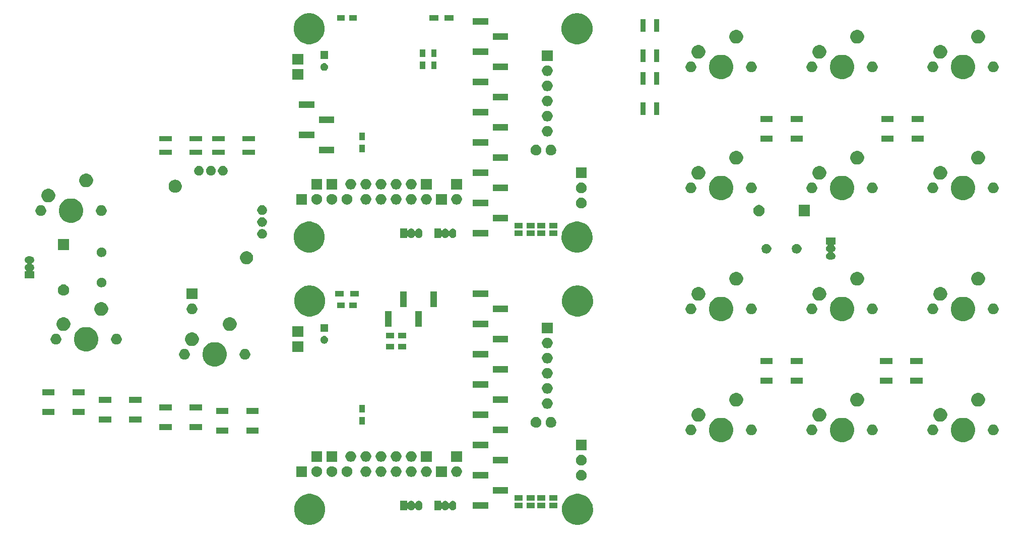
<source format=gts>
G04 #@! TF.GenerationSoftware,KiCad,Pcbnew,(5.1.5)-3*
G04 #@! TF.CreationDate,2020-09-04T01:55:59+09:00*
G04 #@! TF.ProjectId,futureKeyboard,66757475-7265-44b6-9579-626f6172642e,rev?*
G04 #@! TF.SameCoordinates,Original*
G04 #@! TF.FileFunction,Soldermask,Top*
G04 #@! TF.FilePolarity,Negative*
%FSLAX46Y46*%
G04 Gerber Fmt 4.6, Leading zero omitted, Abs format (unit mm)*
G04 Created by KiCad (PCBNEW (5.1.5)-3) date 2020-09-04 01:55:59*
%MOMM*%
%LPD*%
G04 APERTURE LIST*
%ADD10C,0.100000*%
G04 APERTURE END LIST*
D10*
G36*
X117348210Y-107935055D02*
G01*
X117599850Y-107985109D01*
X118073930Y-108181479D01*
X118500590Y-108466565D01*
X118863435Y-108829410D01*
X119148521Y-109256070D01*
X119344891Y-109730150D01*
X119344891Y-109730151D01*
X119420110Y-110108297D01*
X119445000Y-110233430D01*
X119445000Y-110746570D01*
X119344891Y-111249850D01*
X119148521Y-111723930D01*
X118863435Y-112150590D01*
X118500590Y-112513435D01*
X118073930Y-112798521D01*
X117599850Y-112994891D01*
X117348210Y-113044946D01*
X117096571Y-113095000D01*
X116583429Y-113095000D01*
X116331790Y-113044946D01*
X116080150Y-112994891D01*
X115606070Y-112798521D01*
X115179410Y-112513435D01*
X114816565Y-112150590D01*
X114531479Y-111723930D01*
X114335109Y-111249850D01*
X114235000Y-110746570D01*
X114235000Y-110233430D01*
X114259891Y-110108297D01*
X114335109Y-109730151D01*
X114335109Y-109730150D01*
X114531479Y-109256070D01*
X114816565Y-108829410D01*
X115179410Y-108466565D01*
X115606070Y-108181479D01*
X116080150Y-107985109D01*
X116331790Y-107935055D01*
X116583429Y-107885000D01*
X117096571Y-107885000D01*
X117348210Y-107935055D01*
G37*
G36*
X72348210Y-107935055D02*
G01*
X72599850Y-107985109D01*
X73073930Y-108181479D01*
X73500590Y-108466565D01*
X73863435Y-108829410D01*
X74148521Y-109256070D01*
X74344891Y-109730150D01*
X74344891Y-109730151D01*
X74420110Y-110108297D01*
X74445000Y-110233430D01*
X74445000Y-110746570D01*
X74344891Y-111249850D01*
X74148521Y-111723930D01*
X73863435Y-112150590D01*
X73500590Y-112513435D01*
X73073930Y-112798521D01*
X72599850Y-112994891D01*
X72348210Y-113044946D01*
X72096571Y-113095000D01*
X71583429Y-113095000D01*
X71331790Y-113044946D01*
X71080150Y-112994891D01*
X70606070Y-112798521D01*
X70179410Y-112513435D01*
X69816565Y-112150590D01*
X69531479Y-111723930D01*
X69335109Y-111249850D01*
X69235000Y-110746570D01*
X69235000Y-110233430D01*
X69259891Y-110108297D01*
X69335109Y-109730151D01*
X69335109Y-109730150D01*
X69531479Y-109256070D01*
X69816565Y-108829410D01*
X70179410Y-108466565D01*
X70606070Y-108181479D01*
X71080150Y-107985109D01*
X71331790Y-107935055D01*
X71583429Y-107885000D01*
X72096571Y-107885000D01*
X72348210Y-107935055D01*
G37*
G36*
X90282915Y-109062334D02*
G01*
X90391491Y-109095271D01*
X90391494Y-109095272D01*
X90427600Y-109114571D01*
X90491556Y-109148756D01*
X90579264Y-109220736D01*
X90651244Y-109308443D01*
X90685429Y-109372399D01*
X90704728Y-109408505D01*
X90704729Y-109408508D01*
X90737666Y-109517084D01*
X90746000Y-109601702D01*
X90746000Y-110108297D01*
X90737666Y-110192916D01*
X90705252Y-110299767D01*
X90704728Y-110301495D01*
X90694761Y-110320141D01*
X90651244Y-110401557D01*
X90579264Y-110489264D01*
X90491557Y-110561244D01*
X90427601Y-110595429D01*
X90391495Y-110614728D01*
X90391492Y-110614729D01*
X90282916Y-110647666D01*
X90170000Y-110658787D01*
X90057085Y-110647666D01*
X89948509Y-110614729D01*
X89948506Y-110614728D01*
X89912400Y-110595429D01*
X89848444Y-110561244D01*
X89760737Y-110489264D01*
X89688757Y-110401557D01*
X89645239Y-110320141D01*
X89631625Y-110299766D01*
X89614298Y-110282439D01*
X89593924Y-110268826D01*
X89571285Y-110259448D01*
X89547252Y-110254668D01*
X89522748Y-110254668D01*
X89498715Y-110259448D01*
X89476076Y-110268826D01*
X89455701Y-110282440D01*
X89438374Y-110299767D01*
X89424761Y-110320141D01*
X89381244Y-110401557D01*
X89309264Y-110489264D01*
X89221557Y-110561244D01*
X89157601Y-110595429D01*
X89121495Y-110614728D01*
X89121492Y-110614729D01*
X89012916Y-110647666D01*
X88900000Y-110658787D01*
X88787085Y-110647666D01*
X88678509Y-110614729D01*
X88678506Y-110614728D01*
X88642400Y-110595429D01*
X88578444Y-110561244D01*
X88490737Y-110489264D01*
X88427622Y-110412359D01*
X88410297Y-110395034D01*
X88389923Y-110381420D01*
X88367284Y-110372043D01*
X88343250Y-110367263D01*
X88318746Y-110367263D01*
X88294713Y-110372044D01*
X88272074Y-110381421D01*
X88251700Y-110395035D01*
X88234373Y-110412362D01*
X88220759Y-110432736D01*
X88211382Y-110455375D01*
X88206000Y-110491660D01*
X88206000Y-110656000D01*
X87054000Y-110656000D01*
X87054000Y-109054000D01*
X88206000Y-109054000D01*
X88206000Y-109218341D01*
X88208402Y-109242727D01*
X88215515Y-109266176D01*
X88227066Y-109287787D01*
X88242611Y-109306729D01*
X88261553Y-109322274D01*
X88283164Y-109333825D01*
X88306613Y-109340938D01*
X88330999Y-109343340D01*
X88355385Y-109340938D01*
X88378834Y-109333825D01*
X88400445Y-109322274D01*
X88419387Y-109306729D01*
X88427608Y-109297657D01*
X88490736Y-109220736D01*
X88578443Y-109148756D01*
X88642399Y-109114571D01*
X88678505Y-109095272D01*
X88678508Y-109095271D01*
X88787084Y-109062334D01*
X88900000Y-109051213D01*
X89012915Y-109062334D01*
X89121491Y-109095271D01*
X89121494Y-109095272D01*
X89157600Y-109114571D01*
X89221556Y-109148756D01*
X89309264Y-109220736D01*
X89381244Y-109308443D01*
X89424761Y-109389859D01*
X89438375Y-109410234D01*
X89455702Y-109427561D01*
X89476076Y-109441174D01*
X89498715Y-109450552D01*
X89522748Y-109455332D01*
X89547252Y-109455332D01*
X89571285Y-109450552D01*
X89593924Y-109441174D01*
X89614299Y-109427560D01*
X89631626Y-109410233D01*
X89645239Y-109389860D01*
X89688756Y-109308444D01*
X89760736Y-109220736D01*
X89848443Y-109148756D01*
X89912399Y-109114571D01*
X89948505Y-109095272D01*
X89948508Y-109095271D01*
X90057084Y-109062334D01*
X90170000Y-109051213D01*
X90282915Y-109062334D01*
G37*
G36*
X95997915Y-109062334D02*
G01*
X96106491Y-109095271D01*
X96106494Y-109095272D01*
X96142600Y-109114571D01*
X96206556Y-109148756D01*
X96294264Y-109220736D01*
X96366244Y-109308443D01*
X96400429Y-109372399D01*
X96419728Y-109408505D01*
X96419729Y-109408508D01*
X96452666Y-109517084D01*
X96461000Y-109601702D01*
X96461000Y-110108297D01*
X96452666Y-110192916D01*
X96420252Y-110299767D01*
X96419728Y-110301495D01*
X96409761Y-110320141D01*
X96366244Y-110401557D01*
X96294264Y-110489264D01*
X96206557Y-110561244D01*
X96142601Y-110595429D01*
X96106495Y-110614728D01*
X96106492Y-110614729D01*
X95997916Y-110647666D01*
X95885000Y-110658787D01*
X95772085Y-110647666D01*
X95663509Y-110614729D01*
X95663506Y-110614728D01*
X95627400Y-110595429D01*
X95563444Y-110561244D01*
X95475737Y-110489264D01*
X95403757Y-110401557D01*
X95360239Y-110320141D01*
X95346625Y-110299766D01*
X95329298Y-110282439D01*
X95308924Y-110268826D01*
X95286285Y-110259448D01*
X95262252Y-110254668D01*
X95237748Y-110254668D01*
X95213715Y-110259448D01*
X95191076Y-110268826D01*
X95170701Y-110282440D01*
X95153374Y-110299767D01*
X95139761Y-110320141D01*
X95096244Y-110401557D01*
X95024264Y-110489264D01*
X94936557Y-110561244D01*
X94872601Y-110595429D01*
X94836495Y-110614728D01*
X94836492Y-110614729D01*
X94727916Y-110647666D01*
X94615000Y-110658787D01*
X94502085Y-110647666D01*
X94393509Y-110614729D01*
X94393506Y-110614728D01*
X94357400Y-110595429D01*
X94293444Y-110561244D01*
X94205737Y-110489264D01*
X94142622Y-110412359D01*
X94125297Y-110395034D01*
X94104923Y-110381420D01*
X94082284Y-110372043D01*
X94058250Y-110367263D01*
X94033746Y-110367263D01*
X94009713Y-110372044D01*
X93987074Y-110381421D01*
X93966700Y-110395035D01*
X93949373Y-110412362D01*
X93935759Y-110432736D01*
X93926382Y-110455375D01*
X93921000Y-110491660D01*
X93921000Y-110656000D01*
X92769000Y-110656000D01*
X92769000Y-109054000D01*
X93921000Y-109054000D01*
X93921000Y-109218341D01*
X93923402Y-109242727D01*
X93930515Y-109266176D01*
X93942066Y-109287787D01*
X93957611Y-109306729D01*
X93976553Y-109322274D01*
X93998164Y-109333825D01*
X94021613Y-109340938D01*
X94045999Y-109343340D01*
X94070385Y-109340938D01*
X94093834Y-109333825D01*
X94115445Y-109322274D01*
X94134387Y-109306729D01*
X94142608Y-109297657D01*
X94205736Y-109220736D01*
X94293443Y-109148756D01*
X94357399Y-109114571D01*
X94393505Y-109095272D01*
X94393508Y-109095271D01*
X94502084Y-109062334D01*
X94615000Y-109051213D01*
X94727915Y-109062334D01*
X94836491Y-109095271D01*
X94836494Y-109095272D01*
X94872600Y-109114571D01*
X94936556Y-109148756D01*
X95024264Y-109220736D01*
X95096244Y-109308443D01*
X95139761Y-109389859D01*
X95153375Y-109410234D01*
X95170702Y-109427561D01*
X95191076Y-109441174D01*
X95213715Y-109450552D01*
X95237748Y-109455332D01*
X95262252Y-109455332D01*
X95286285Y-109450552D01*
X95308924Y-109441174D01*
X95329299Y-109427560D01*
X95346626Y-109410233D01*
X95360239Y-109389860D01*
X95403756Y-109308444D01*
X95475736Y-109220736D01*
X95563443Y-109148756D01*
X95627399Y-109114571D01*
X95663505Y-109095272D01*
X95663508Y-109095271D01*
X95772084Y-109062334D01*
X95885000Y-109051213D01*
X95997915Y-109062334D01*
G37*
G36*
X101886000Y-110406000D02*
G01*
X99274000Y-110406000D01*
X99274000Y-109304000D01*
X101886000Y-109304000D01*
X101886000Y-110406000D01*
G37*
G36*
X111395000Y-110306000D02*
G01*
X110093000Y-110306000D01*
X110093000Y-109404000D01*
X111395000Y-109404000D01*
X111395000Y-110306000D01*
G37*
G36*
X113427000Y-110306000D02*
G01*
X112125000Y-110306000D01*
X112125000Y-109404000D01*
X113427000Y-109404000D01*
X113427000Y-110306000D01*
G37*
G36*
X107585000Y-110306000D02*
G01*
X106283000Y-110306000D01*
X106283000Y-109404000D01*
X107585000Y-109404000D01*
X107585000Y-110306000D01*
G37*
G36*
X109617000Y-110306000D02*
G01*
X108315000Y-110306000D01*
X108315000Y-109404000D01*
X109617000Y-109404000D01*
X109617000Y-110306000D01*
G37*
G36*
X107585000Y-109036000D02*
G01*
X106283000Y-109036000D01*
X106283000Y-108134000D01*
X107585000Y-108134000D01*
X107585000Y-109036000D01*
G37*
G36*
X111395000Y-109036000D02*
G01*
X110093000Y-109036000D01*
X110093000Y-108134000D01*
X111395000Y-108134000D01*
X111395000Y-109036000D01*
G37*
G36*
X113427000Y-109036000D02*
G01*
X112125000Y-109036000D01*
X112125000Y-108134000D01*
X113427000Y-108134000D01*
X113427000Y-109036000D01*
G37*
G36*
X109617000Y-109036000D02*
G01*
X108315000Y-109036000D01*
X108315000Y-108134000D01*
X109617000Y-108134000D01*
X109617000Y-109036000D01*
G37*
G36*
X105196000Y-107866000D02*
G01*
X102584000Y-107866000D01*
X102584000Y-106764000D01*
X105196000Y-106764000D01*
X105196000Y-107866000D01*
G37*
G36*
X117579769Y-103877188D02*
G01*
X117737812Y-103908624D01*
X117901784Y-103976544D01*
X118049354Y-104075147D01*
X118174853Y-104200646D01*
X118273456Y-104348216D01*
X118341376Y-104512188D01*
X118376000Y-104686259D01*
X118376000Y-104863741D01*
X118341376Y-105037812D01*
X118273456Y-105201784D01*
X118174853Y-105349354D01*
X118049354Y-105474853D01*
X117901784Y-105573456D01*
X117737812Y-105641376D01*
X117588512Y-105671073D01*
X117563742Y-105676000D01*
X117386258Y-105676000D01*
X117361488Y-105671073D01*
X117212188Y-105641376D01*
X117048216Y-105573456D01*
X116900646Y-105474853D01*
X116775147Y-105349354D01*
X116676544Y-105201784D01*
X116608624Y-105037812D01*
X116574000Y-104863741D01*
X116574000Y-104686259D01*
X116608624Y-104512188D01*
X116676544Y-104348216D01*
X116775147Y-104200646D01*
X116900646Y-104075147D01*
X117048216Y-103976544D01*
X117212188Y-103908624D01*
X117370231Y-103877188D01*
X117386258Y-103874000D01*
X117563742Y-103874000D01*
X117579769Y-103877188D01*
G37*
G36*
X101886000Y-105326000D02*
G01*
X99274000Y-105326000D01*
X99274000Y-104224000D01*
X101886000Y-104224000D01*
X101886000Y-105326000D01*
G37*
G36*
X71386000Y-105041000D02*
G01*
X69584000Y-105041000D01*
X69584000Y-103239000D01*
X71386000Y-103239000D01*
X71386000Y-105041000D01*
G37*
G36*
X73138512Y-103243927D02*
G01*
X73287812Y-103273624D01*
X73451784Y-103341544D01*
X73599354Y-103440147D01*
X73724853Y-103565646D01*
X73823456Y-103713216D01*
X73891376Y-103877188D01*
X73926000Y-104051259D01*
X73926000Y-104228741D01*
X73891376Y-104402812D01*
X73823456Y-104566784D01*
X73724853Y-104714354D01*
X73599354Y-104839853D01*
X73451784Y-104938456D01*
X73287812Y-105006376D01*
X73138512Y-105036073D01*
X73113742Y-105041000D01*
X72936258Y-105041000D01*
X72911488Y-105036073D01*
X72762188Y-105006376D01*
X72598216Y-104938456D01*
X72450646Y-104839853D01*
X72325147Y-104714354D01*
X72226544Y-104566784D01*
X72158624Y-104402812D01*
X72124000Y-104228741D01*
X72124000Y-104051259D01*
X72158624Y-103877188D01*
X72226544Y-103713216D01*
X72325147Y-103565646D01*
X72450646Y-103440147D01*
X72598216Y-103341544D01*
X72762188Y-103273624D01*
X72911488Y-103243927D01*
X72936258Y-103239000D01*
X73113742Y-103239000D01*
X73138512Y-103243927D01*
G37*
G36*
X75678512Y-103243927D02*
G01*
X75827812Y-103273624D01*
X75991784Y-103341544D01*
X76139354Y-103440147D01*
X76264853Y-103565646D01*
X76363456Y-103713216D01*
X76431376Y-103877188D01*
X76466000Y-104051259D01*
X76466000Y-104228741D01*
X76431376Y-104402812D01*
X76363456Y-104566784D01*
X76264853Y-104714354D01*
X76139354Y-104839853D01*
X75991784Y-104938456D01*
X75827812Y-105006376D01*
X75678512Y-105036073D01*
X75653742Y-105041000D01*
X75476258Y-105041000D01*
X75451488Y-105036073D01*
X75302188Y-105006376D01*
X75138216Y-104938456D01*
X74990646Y-104839853D01*
X74865147Y-104714354D01*
X74766544Y-104566784D01*
X74698624Y-104402812D01*
X74664000Y-104228741D01*
X74664000Y-104051259D01*
X74698624Y-103877188D01*
X74766544Y-103713216D01*
X74865147Y-103565646D01*
X74990646Y-103440147D01*
X75138216Y-103341544D01*
X75302188Y-103273624D01*
X75451488Y-103243927D01*
X75476258Y-103239000D01*
X75653742Y-103239000D01*
X75678512Y-103243927D01*
G37*
G36*
X78218512Y-103243927D02*
G01*
X78367812Y-103273624D01*
X78531784Y-103341544D01*
X78679354Y-103440147D01*
X78804853Y-103565646D01*
X78903456Y-103713216D01*
X78971376Y-103877188D01*
X79006000Y-104051259D01*
X79006000Y-104228741D01*
X78971376Y-104402812D01*
X78903456Y-104566784D01*
X78804853Y-104714354D01*
X78679354Y-104839853D01*
X78531784Y-104938456D01*
X78367812Y-105006376D01*
X78218512Y-105036073D01*
X78193742Y-105041000D01*
X78016258Y-105041000D01*
X77991488Y-105036073D01*
X77842188Y-105006376D01*
X77678216Y-104938456D01*
X77530646Y-104839853D01*
X77405147Y-104714354D01*
X77306544Y-104566784D01*
X77238624Y-104402812D01*
X77204000Y-104228741D01*
X77204000Y-104051259D01*
X77238624Y-103877188D01*
X77306544Y-103713216D01*
X77405147Y-103565646D01*
X77530646Y-103440147D01*
X77678216Y-103341544D01*
X77842188Y-103273624D01*
X77991488Y-103243927D01*
X78016258Y-103239000D01*
X78193742Y-103239000D01*
X78218512Y-103243927D01*
G37*
G36*
X83933512Y-103243927D02*
G01*
X84082812Y-103273624D01*
X84246784Y-103341544D01*
X84394354Y-103440147D01*
X84519853Y-103565646D01*
X84618456Y-103713216D01*
X84686376Y-103877188D01*
X84721000Y-104051259D01*
X84721000Y-104228741D01*
X84686376Y-104402812D01*
X84618456Y-104566784D01*
X84519853Y-104714354D01*
X84394354Y-104839853D01*
X84246784Y-104938456D01*
X84082812Y-105006376D01*
X83933512Y-105036073D01*
X83908742Y-105041000D01*
X83731258Y-105041000D01*
X83706488Y-105036073D01*
X83557188Y-105006376D01*
X83393216Y-104938456D01*
X83245646Y-104839853D01*
X83120147Y-104714354D01*
X83021544Y-104566784D01*
X82953624Y-104402812D01*
X82919000Y-104228741D01*
X82919000Y-104051259D01*
X82953624Y-103877188D01*
X83021544Y-103713216D01*
X83120147Y-103565646D01*
X83245646Y-103440147D01*
X83393216Y-103341544D01*
X83557188Y-103273624D01*
X83706488Y-103243927D01*
X83731258Y-103239000D01*
X83908742Y-103239000D01*
X83933512Y-103243927D01*
G37*
G36*
X81393512Y-103243927D02*
G01*
X81542812Y-103273624D01*
X81706784Y-103341544D01*
X81854354Y-103440147D01*
X81979853Y-103565646D01*
X82078456Y-103713216D01*
X82146376Y-103877188D01*
X82181000Y-104051259D01*
X82181000Y-104228741D01*
X82146376Y-104402812D01*
X82078456Y-104566784D01*
X81979853Y-104714354D01*
X81854354Y-104839853D01*
X81706784Y-104938456D01*
X81542812Y-105006376D01*
X81393512Y-105036073D01*
X81368742Y-105041000D01*
X81191258Y-105041000D01*
X81166488Y-105036073D01*
X81017188Y-105006376D01*
X80853216Y-104938456D01*
X80705646Y-104839853D01*
X80580147Y-104714354D01*
X80481544Y-104566784D01*
X80413624Y-104402812D01*
X80379000Y-104228741D01*
X80379000Y-104051259D01*
X80413624Y-103877188D01*
X80481544Y-103713216D01*
X80580147Y-103565646D01*
X80705646Y-103440147D01*
X80853216Y-103341544D01*
X81017188Y-103273624D01*
X81166488Y-103243927D01*
X81191258Y-103239000D01*
X81368742Y-103239000D01*
X81393512Y-103243927D01*
G37*
G36*
X94881000Y-105041000D02*
G01*
X93079000Y-105041000D01*
X93079000Y-103239000D01*
X94881000Y-103239000D01*
X94881000Y-105041000D01*
G37*
G36*
X96633512Y-103243927D02*
G01*
X96782812Y-103273624D01*
X96946784Y-103341544D01*
X97094354Y-103440147D01*
X97219853Y-103565646D01*
X97318456Y-103713216D01*
X97386376Y-103877188D01*
X97421000Y-104051259D01*
X97421000Y-104228741D01*
X97386376Y-104402812D01*
X97318456Y-104566784D01*
X97219853Y-104714354D01*
X97094354Y-104839853D01*
X96946784Y-104938456D01*
X96782812Y-105006376D01*
X96633512Y-105036073D01*
X96608742Y-105041000D01*
X96431258Y-105041000D01*
X96406488Y-105036073D01*
X96257188Y-105006376D01*
X96093216Y-104938456D01*
X95945646Y-104839853D01*
X95820147Y-104714354D01*
X95721544Y-104566784D01*
X95653624Y-104402812D01*
X95619000Y-104228741D01*
X95619000Y-104051259D01*
X95653624Y-103877188D01*
X95721544Y-103713216D01*
X95820147Y-103565646D01*
X95945646Y-103440147D01*
X96093216Y-103341544D01*
X96257188Y-103273624D01*
X96406488Y-103243927D01*
X96431258Y-103239000D01*
X96608742Y-103239000D01*
X96633512Y-103243927D01*
G37*
G36*
X91553512Y-103243927D02*
G01*
X91702812Y-103273624D01*
X91866784Y-103341544D01*
X92014354Y-103440147D01*
X92139853Y-103565646D01*
X92238456Y-103713216D01*
X92306376Y-103877188D01*
X92341000Y-104051259D01*
X92341000Y-104228741D01*
X92306376Y-104402812D01*
X92238456Y-104566784D01*
X92139853Y-104714354D01*
X92014354Y-104839853D01*
X91866784Y-104938456D01*
X91702812Y-105006376D01*
X91553512Y-105036073D01*
X91528742Y-105041000D01*
X91351258Y-105041000D01*
X91326488Y-105036073D01*
X91177188Y-105006376D01*
X91013216Y-104938456D01*
X90865646Y-104839853D01*
X90740147Y-104714354D01*
X90641544Y-104566784D01*
X90573624Y-104402812D01*
X90539000Y-104228741D01*
X90539000Y-104051259D01*
X90573624Y-103877188D01*
X90641544Y-103713216D01*
X90740147Y-103565646D01*
X90865646Y-103440147D01*
X91013216Y-103341544D01*
X91177188Y-103273624D01*
X91326488Y-103243927D01*
X91351258Y-103239000D01*
X91528742Y-103239000D01*
X91553512Y-103243927D01*
G37*
G36*
X89013512Y-103243927D02*
G01*
X89162812Y-103273624D01*
X89326784Y-103341544D01*
X89474354Y-103440147D01*
X89599853Y-103565646D01*
X89698456Y-103713216D01*
X89766376Y-103877188D01*
X89801000Y-104051259D01*
X89801000Y-104228741D01*
X89766376Y-104402812D01*
X89698456Y-104566784D01*
X89599853Y-104714354D01*
X89474354Y-104839853D01*
X89326784Y-104938456D01*
X89162812Y-105006376D01*
X89013512Y-105036073D01*
X88988742Y-105041000D01*
X88811258Y-105041000D01*
X88786488Y-105036073D01*
X88637188Y-105006376D01*
X88473216Y-104938456D01*
X88325646Y-104839853D01*
X88200147Y-104714354D01*
X88101544Y-104566784D01*
X88033624Y-104402812D01*
X87999000Y-104228741D01*
X87999000Y-104051259D01*
X88033624Y-103877188D01*
X88101544Y-103713216D01*
X88200147Y-103565646D01*
X88325646Y-103440147D01*
X88473216Y-103341544D01*
X88637188Y-103273624D01*
X88786488Y-103243927D01*
X88811258Y-103239000D01*
X88988742Y-103239000D01*
X89013512Y-103243927D01*
G37*
G36*
X86473512Y-103243927D02*
G01*
X86622812Y-103273624D01*
X86786784Y-103341544D01*
X86934354Y-103440147D01*
X87059853Y-103565646D01*
X87158456Y-103713216D01*
X87226376Y-103877188D01*
X87261000Y-104051259D01*
X87261000Y-104228741D01*
X87226376Y-104402812D01*
X87158456Y-104566784D01*
X87059853Y-104714354D01*
X86934354Y-104839853D01*
X86786784Y-104938456D01*
X86622812Y-105006376D01*
X86473512Y-105036073D01*
X86448742Y-105041000D01*
X86271258Y-105041000D01*
X86246488Y-105036073D01*
X86097188Y-105006376D01*
X85933216Y-104938456D01*
X85785646Y-104839853D01*
X85660147Y-104714354D01*
X85561544Y-104566784D01*
X85493624Y-104402812D01*
X85459000Y-104228741D01*
X85459000Y-104051259D01*
X85493624Y-103877188D01*
X85561544Y-103713216D01*
X85660147Y-103565646D01*
X85785646Y-103440147D01*
X85933216Y-103341544D01*
X86097188Y-103273624D01*
X86246488Y-103243927D01*
X86271258Y-103239000D01*
X86448742Y-103239000D01*
X86473512Y-103243927D01*
G37*
G36*
X117579769Y-101337188D02*
G01*
X117737812Y-101368624D01*
X117901784Y-101436544D01*
X118049354Y-101535147D01*
X118174853Y-101660646D01*
X118273456Y-101808216D01*
X118341376Y-101972188D01*
X118376000Y-102146259D01*
X118376000Y-102323741D01*
X118341376Y-102497812D01*
X118273456Y-102661784D01*
X118174853Y-102809354D01*
X118049354Y-102934853D01*
X117901784Y-103033456D01*
X117737812Y-103101376D01*
X117588512Y-103131073D01*
X117563742Y-103136000D01*
X117386258Y-103136000D01*
X117361488Y-103131073D01*
X117212188Y-103101376D01*
X117048216Y-103033456D01*
X116900646Y-102934853D01*
X116775147Y-102809354D01*
X116676544Y-102661784D01*
X116608624Y-102497812D01*
X116574000Y-102323741D01*
X116574000Y-102146259D01*
X116608624Y-101972188D01*
X116676544Y-101808216D01*
X116775147Y-101660646D01*
X116900646Y-101535147D01*
X117048216Y-101436544D01*
X117212188Y-101368624D01*
X117370231Y-101337188D01*
X117386258Y-101334000D01*
X117563742Y-101334000D01*
X117579769Y-101337188D01*
G37*
G36*
X105196000Y-102786000D02*
G01*
X102584000Y-102786000D01*
X102584000Y-101684000D01*
X105196000Y-101684000D01*
X105196000Y-102786000D01*
G37*
G36*
X97421000Y-102501000D02*
G01*
X95619000Y-102501000D01*
X95619000Y-100699000D01*
X97421000Y-100699000D01*
X97421000Y-102501000D01*
G37*
G36*
X92341000Y-102501000D02*
G01*
X90539000Y-102501000D01*
X90539000Y-100699000D01*
X92341000Y-100699000D01*
X92341000Y-102501000D01*
G37*
G36*
X89013512Y-100703927D02*
G01*
X89162812Y-100733624D01*
X89326784Y-100801544D01*
X89474354Y-100900147D01*
X89599853Y-101025646D01*
X89698456Y-101173216D01*
X89766376Y-101337188D01*
X89801000Y-101511259D01*
X89801000Y-101688741D01*
X89766376Y-101862812D01*
X89698456Y-102026784D01*
X89599853Y-102174354D01*
X89474354Y-102299853D01*
X89326784Y-102398456D01*
X89162812Y-102466376D01*
X89013512Y-102496073D01*
X88988742Y-102501000D01*
X88811258Y-102501000D01*
X88786488Y-102496073D01*
X88637188Y-102466376D01*
X88473216Y-102398456D01*
X88325646Y-102299853D01*
X88200147Y-102174354D01*
X88101544Y-102026784D01*
X88033624Y-101862812D01*
X87999000Y-101688741D01*
X87999000Y-101511259D01*
X88033624Y-101337188D01*
X88101544Y-101173216D01*
X88200147Y-101025646D01*
X88325646Y-100900147D01*
X88473216Y-100801544D01*
X88637188Y-100733624D01*
X88786488Y-100703927D01*
X88811258Y-100699000D01*
X88988742Y-100699000D01*
X89013512Y-100703927D01*
G37*
G36*
X86473512Y-100703927D02*
G01*
X86622812Y-100733624D01*
X86786784Y-100801544D01*
X86934354Y-100900147D01*
X87059853Y-101025646D01*
X87158456Y-101173216D01*
X87226376Y-101337188D01*
X87261000Y-101511259D01*
X87261000Y-101688741D01*
X87226376Y-101862812D01*
X87158456Y-102026784D01*
X87059853Y-102174354D01*
X86934354Y-102299853D01*
X86786784Y-102398456D01*
X86622812Y-102466376D01*
X86473512Y-102496073D01*
X86448742Y-102501000D01*
X86271258Y-102501000D01*
X86246488Y-102496073D01*
X86097188Y-102466376D01*
X85933216Y-102398456D01*
X85785646Y-102299853D01*
X85660147Y-102174354D01*
X85561544Y-102026784D01*
X85493624Y-101862812D01*
X85459000Y-101688741D01*
X85459000Y-101511259D01*
X85493624Y-101337188D01*
X85561544Y-101173216D01*
X85660147Y-101025646D01*
X85785646Y-100900147D01*
X85933216Y-100801544D01*
X86097188Y-100733624D01*
X86246488Y-100703927D01*
X86271258Y-100699000D01*
X86448742Y-100699000D01*
X86473512Y-100703927D01*
G37*
G36*
X81393512Y-100703927D02*
G01*
X81542812Y-100733624D01*
X81706784Y-100801544D01*
X81854354Y-100900147D01*
X81979853Y-101025646D01*
X82078456Y-101173216D01*
X82146376Y-101337188D01*
X82181000Y-101511259D01*
X82181000Y-101688741D01*
X82146376Y-101862812D01*
X82078456Y-102026784D01*
X81979853Y-102174354D01*
X81854354Y-102299853D01*
X81706784Y-102398456D01*
X81542812Y-102466376D01*
X81393512Y-102496073D01*
X81368742Y-102501000D01*
X81191258Y-102501000D01*
X81166488Y-102496073D01*
X81017188Y-102466376D01*
X80853216Y-102398456D01*
X80705646Y-102299853D01*
X80580147Y-102174354D01*
X80481544Y-102026784D01*
X80413624Y-101862812D01*
X80379000Y-101688741D01*
X80379000Y-101511259D01*
X80413624Y-101337188D01*
X80481544Y-101173216D01*
X80580147Y-101025646D01*
X80705646Y-100900147D01*
X80853216Y-100801544D01*
X81017188Y-100733624D01*
X81166488Y-100703927D01*
X81191258Y-100699000D01*
X81368742Y-100699000D01*
X81393512Y-100703927D01*
G37*
G36*
X83933512Y-100703927D02*
G01*
X84082812Y-100733624D01*
X84246784Y-100801544D01*
X84394354Y-100900147D01*
X84519853Y-101025646D01*
X84618456Y-101173216D01*
X84686376Y-101337188D01*
X84721000Y-101511259D01*
X84721000Y-101688741D01*
X84686376Y-101862812D01*
X84618456Y-102026784D01*
X84519853Y-102174354D01*
X84394354Y-102299853D01*
X84246784Y-102398456D01*
X84082812Y-102466376D01*
X83933512Y-102496073D01*
X83908742Y-102501000D01*
X83731258Y-102501000D01*
X83706488Y-102496073D01*
X83557188Y-102466376D01*
X83393216Y-102398456D01*
X83245646Y-102299853D01*
X83120147Y-102174354D01*
X83021544Y-102026784D01*
X82953624Y-101862812D01*
X82919000Y-101688741D01*
X82919000Y-101511259D01*
X82953624Y-101337188D01*
X83021544Y-101173216D01*
X83120147Y-101025646D01*
X83245646Y-100900147D01*
X83393216Y-100801544D01*
X83557188Y-100733624D01*
X83706488Y-100703927D01*
X83731258Y-100699000D01*
X83908742Y-100699000D01*
X83933512Y-100703927D01*
G37*
G36*
X73926000Y-102501000D02*
G01*
X72124000Y-102501000D01*
X72124000Y-100699000D01*
X73926000Y-100699000D01*
X73926000Y-102501000D01*
G37*
G36*
X78853512Y-100703927D02*
G01*
X79002812Y-100733624D01*
X79166784Y-100801544D01*
X79314354Y-100900147D01*
X79439853Y-101025646D01*
X79538456Y-101173216D01*
X79606376Y-101337188D01*
X79641000Y-101511259D01*
X79641000Y-101688741D01*
X79606376Y-101862812D01*
X79538456Y-102026784D01*
X79439853Y-102174354D01*
X79314354Y-102299853D01*
X79166784Y-102398456D01*
X79002812Y-102466376D01*
X78853512Y-102496073D01*
X78828742Y-102501000D01*
X78651258Y-102501000D01*
X78626488Y-102496073D01*
X78477188Y-102466376D01*
X78313216Y-102398456D01*
X78165646Y-102299853D01*
X78040147Y-102174354D01*
X77941544Y-102026784D01*
X77873624Y-101862812D01*
X77839000Y-101688741D01*
X77839000Y-101511259D01*
X77873624Y-101337188D01*
X77941544Y-101173216D01*
X78040147Y-101025646D01*
X78165646Y-100900147D01*
X78313216Y-100801544D01*
X78477188Y-100733624D01*
X78626488Y-100703927D01*
X78651258Y-100699000D01*
X78828742Y-100699000D01*
X78853512Y-100703927D01*
G37*
G36*
X76466000Y-102501000D02*
G01*
X74664000Y-102501000D01*
X74664000Y-100699000D01*
X76466000Y-100699000D01*
X76466000Y-102501000D01*
G37*
G36*
X118376000Y-100596000D02*
G01*
X116574000Y-100596000D01*
X116574000Y-98794000D01*
X118376000Y-98794000D01*
X118376000Y-100596000D01*
G37*
G36*
X101886000Y-100246000D02*
G01*
X99274000Y-100246000D01*
X99274000Y-99144000D01*
X101886000Y-99144000D01*
X101886000Y-100246000D01*
G37*
G36*
X182208254Y-95182818D02*
G01*
X182581511Y-95337426D01*
X182581513Y-95337427D01*
X182917436Y-95561884D01*
X183203116Y-95847564D01*
X183403736Y-96147812D01*
X183427574Y-96183489D01*
X183582182Y-96556746D01*
X183661000Y-96952993D01*
X183661000Y-97357007D01*
X183582182Y-97753254D01*
X183427574Y-98126511D01*
X183427573Y-98126513D01*
X183203116Y-98462436D01*
X182917436Y-98748116D01*
X182581513Y-98972573D01*
X182581512Y-98972574D01*
X182581511Y-98972574D01*
X182208254Y-99127182D01*
X181812007Y-99206000D01*
X181407993Y-99206000D01*
X181011746Y-99127182D01*
X180638489Y-98972574D01*
X180638488Y-98972574D01*
X180638487Y-98972573D01*
X180302564Y-98748116D01*
X180016884Y-98462436D01*
X179792427Y-98126513D01*
X179792426Y-98126511D01*
X179637818Y-97753254D01*
X179559000Y-97357007D01*
X179559000Y-96952993D01*
X179637818Y-96556746D01*
X179792426Y-96183489D01*
X179816265Y-96147812D01*
X180016884Y-95847564D01*
X180302564Y-95561884D01*
X180638487Y-95337427D01*
X180638489Y-95337426D01*
X181011746Y-95182818D01*
X181407993Y-95104000D01*
X181812007Y-95104000D01*
X182208254Y-95182818D01*
G37*
G36*
X161888254Y-95182818D02*
G01*
X162261511Y-95337426D01*
X162261513Y-95337427D01*
X162597436Y-95561884D01*
X162883116Y-95847564D01*
X163083736Y-96147812D01*
X163107574Y-96183489D01*
X163262182Y-96556746D01*
X163341000Y-96952993D01*
X163341000Y-97357007D01*
X163262182Y-97753254D01*
X163107574Y-98126511D01*
X163107573Y-98126513D01*
X162883116Y-98462436D01*
X162597436Y-98748116D01*
X162261513Y-98972573D01*
X162261512Y-98972574D01*
X162261511Y-98972574D01*
X161888254Y-99127182D01*
X161492007Y-99206000D01*
X161087993Y-99206000D01*
X160691746Y-99127182D01*
X160318489Y-98972574D01*
X160318488Y-98972574D01*
X160318487Y-98972573D01*
X159982564Y-98748116D01*
X159696884Y-98462436D01*
X159472427Y-98126513D01*
X159472426Y-98126511D01*
X159317818Y-97753254D01*
X159239000Y-97357007D01*
X159239000Y-96952993D01*
X159317818Y-96556746D01*
X159472426Y-96183489D01*
X159496265Y-96147812D01*
X159696884Y-95847564D01*
X159982564Y-95561884D01*
X160318487Y-95337427D01*
X160318489Y-95337426D01*
X160691746Y-95182818D01*
X161087993Y-95104000D01*
X161492007Y-95104000D01*
X161888254Y-95182818D01*
G37*
G36*
X141568254Y-95182818D02*
G01*
X141941511Y-95337426D01*
X141941513Y-95337427D01*
X142277436Y-95561884D01*
X142563116Y-95847564D01*
X142763736Y-96147812D01*
X142787574Y-96183489D01*
X142942182Y-96556746D01*
X143021000Y-96952993D01*
X143021000Y-97357007D01*
X142942182Y-97753254D01*
X142787574Y-98126511D01*
X142787573Y-98126513D01*
X142563116Y-98462436D01*
X142277436Y-98748116D01*
X141941513Y-98972573D01*
X141941512Y-98972574D01*
X141941511Y-98972574D01*
X141568254Y-99127182D01*
X141172007Y-99206000D01*
X140767993Y-99206000D01*
X140371746Y-99127182D01*
X139998489Y-98972574D01*
X139998488Y-98972574D01*
X139998487Y-98972573D01*
X139662564Y-98748116D01*
X139376884Y-98462436D01*
X139152427Y-98126513D01*
X139152426Y-98126511D01*
X138997818Y-97753254D01*
X138919000Y-97357007D01*
X138919000Y-96952993D01*
X138997818Y-96556746D01*
X139152426Y-96183489D01*
X139176265Y-96147812D01*
X139376884Y-95847564D01*
X139662564Y-95561884D01*
X139998487Y-95337427D01*
X139998489Y-95337426D01*
X140371746Y-95182818D01*
X140767993Y-95104000D01*
X141172007Y-95104000D01*
X141568254Y-95182818D01*
G37*
G36*
X136003512Y-96258927D02*
G01*
X136152812Y-96288624D01*
X136316784Y-96356544D01*
X136464354Y-96455147D01*
X136589853Y-96580646D01*
X136688456Y-96728216D01*
X136756376Y-96892188D01*
X136791000Y-97066259D01*
X136791000Y-97243741D01*
X136756376Y-97417812D01*
X136688456Y-97581784D01*
X136589853Y-97729354D01*
X136464354Y-97854853D01*
X136316784Y-97953456D01*
X136152812Y-98021376D01*
X136003512Y-98051073D01*
X135978742Y-98056000D01*
X135801258Y-98056000D01*
X135776488Y-98051073D01*
X135627188Y-98021376D01*
X135463216Y-97953456D01*
X135315646Y-97854853D01*
X135190147Y-97729354D01*
X135091544Y-97581784D01*
X135023624Y-97417812D01*
X134989000Y-97243741D01*
X134989000Y-97066259D01*
X135023624Y-96892188D01*
X135091544Y-96728216D01*
X135190147Y-96580646D01*
X135315646Y-96455147D01*
X135463216Y-96356544D01*
X135627188Y-96288624D01*
X135776488Y-96258927D01*
X135801258Y-96254000D01*
X135978742Y-96254000D01*
X136003512Y-96258927D01*
G37*
G36*
X166483512Y-96258927D02*
G01*
X166632812Y-96288624D01*
X166796784Y-96356544D01*
X166944354Y-96455147D01*
X167069853Y-96580646D01*
X167168456Y-96728216D01*
X167236376Y-96892188D01*
X167271000Y-97066259D01*
X167271000Y-97243741D01*
X167236376Y-97417812D01*
X167168456Y-97581784D01*
X167069853Y-97729354D01*
X166944354Y-97854853D01*
X166796784Y-97953456D01*
X166632812Y-98021376D01*
X166483512Y-98051073D01*
X166458742Y-98056000D01*
X166281258Y-98056000D01*
X166256488Y-98051073D01*
X166107188Y-98021376D01*
X165943216Y-97953456D01*
X165795646Y-97854853D01*
X165670147Y-97729354D01*
X165571544Y-97581784D01*
X165503624Y-97417812D01*
X165469000Y-97243741D01*
X165469000Y-97066259D01*
X165503624Y-96892188D01*
X165571544Y-96728216D01*
X165670147Y-96580646D01*
X165795646Y-96455147D01*
X165943216Y-96356544D01*
X166107188Y-96288624D01*
X166256488Y-96258927D01*
X166281258Y-96254000D01*
X166458742Y-96254000D01*
X166483512Y-96258927D01*
G37*
G36*
X186803512Y-96258927D02*
G01*
X186952812Y-96288624D01*
X187116784Y-96356544D01*
X187264354Y-96455147D01*
X187389853Y-96580646D01*
X187488456Y-96728216D01*
X187556376Y-96892188D01*
X187591000Y-97066259D01*
X187591000Y-97243741D01*
X187556376Y-97417812D01*
X187488456Y-97581784D01*
X187389853Y-97729354D01*
X187264354Y-97854853D01*
X187116784Y-97953456D01*
X186952812Y-98021376D01*
X186803512Y-98051073D01*
X186778742Y-98056000D01*
X186601258Y-98056000D01*
X186576488Y-98051073D01*
X186427188Y-98021376D01*
X186263216Y-97953456D01*
X186115646Y-97854853D01*
X185990147Y-97729354D01*
X185891544Y-97581784D01*
X185823624Y-97417812D01*
X185789000Y-97243741D01*
X185789000Y-97066259D01*
X185823624Y-96892188D01*
X185891544Y-96728216D01*
X185990147Y-96580646D01*
X186115646Y-96455147D01*
X186263216Y-96356544D01*
X186427188Y-96288624D01*
X186576488Y-96258927D01*
X186601258Y-96254000D01*
X186778742Y-96254000D01*
X186803512Y-96258927D01*
G37*
G36*
X176643512Y-96258927D02*
G01*
X176792812Y-96288624D01*
X176956784Y-96356544D01*
X177104354Y-96455147D01*
X177229853Y-96580646D01*
X177328456Y-96728216D01*
X177396376Y-96892188D01*
X177431000Y-97066259D01*
X177431000Y-97243741D01*
X177396376Y-97417812D01*
X177328456Y-97581784D01*
X177229853Y-97729354D01*
X177104354Y-97854853D01*
X176956784Y-97953456D01*
X176792812Y-98021376D01*
X176643512Y-98051073D01*
X176618742Y-98056000D01*
X176441258Y-98056000D01*
X176416488Y-98051073D01*
X176267188Y-98021376D01*
X176103216Y-97953456D01*
X175955646Y-97854853D01*
X175830147Y-97729354D01*
X175731544Y-97581784D01*
X175663624Y-97417812D01*
X175629000Y-97243741D01*
X175629000Y-97066259D01*
X175663624Y-96892188D01*
X175731544Y-96728216D01*
X175830147Y-96580646D01*
X175955646Y-96455147D01*
X176103216Y-96356544D01*
X176267188Y-96288624D01*
X176416488Y-96258927D01*
X176441258Y-96254000D01*
X176618742Y-96254000D01*
X176643512Y-96258927D01*
G37*
G36*
X146163512Y-96258927D02*
G01*
X146312812Y-96288624D01*
X146476784Y-96356544D01*
X146624354Y-96455147D01*
X146749853Y-96580646D01*
X146848456Y-96728216D01*
X146916376Y-96892188D01*
X146951000Y-97066259D01*
X146951000Y-97243741D01*
X146916376Y-97417812D01*
X146848456Y-97581784D01*
X146749853Y-97729354D01*
X146624354Y-97854853D01*
X146476784Y-97953456D01*
X146312812Y-98021376D01*
X146163512Y-98051073D01*
X146138742Y-98056000D01*
X145961258Y-98056000D01*
X145936488Y-98051073D01*
X145787188Y-98021376D01*
X145623216Y-97953456D01*
X145475646Y-97854853D01*
X145350147Y-97729354D01*
X145251544Y-97581784D01*
X145183624Y-97417812D01*
X145149000Y-97243741D01*
X145149000Y-97066259D01*
X145183624Y-96892188D01*
X145251544Y-96728216D01*
X145350147Y-96580646D01*
X145475646Y-96455147D01*
X145623216Y-96356544D01*
X145787188Y-96288624D01*
X145936488Y-96258927D01*
X145961258Y-96254000D01*
X146138742Y-96254000D01*
X146163512Y-96258927D01*
G37*
G36*
X156323512Y-96258927D02*
G01*
X156472812Y-96288624D01*
X156636784Y-96356544D01*
X156784354Y-96455147D01*
X156909853Y-96580646D01*
X157008456Y-96728216D01*
X157076376Y-96892188D01*
X157111000Y-97066259D01*
X157111000Y-97243741D01*
X157076376Y-97417812D01*
X157008456Y-97581784D01*
X156909853Y-97729354D01*
X156784354Y-97854853D01*
X156636784Y-97953456D01*
X156472812Y-98021376D01*
X156323512Y-98051073D01*
X156298742Y-98056000D01*
X156121258Y-98056000D01*
X156096488Y-98051073D01*
X155947188Y-98021376D01*
X155783216Y-97953456D01*
X155635646Y-97854853D01*
X155510147Y-97729354D01*
X155411544Y-97581784D01*
X155343624Y-97417812D01*
X155309000Y-97243741D01*
X155309000Y-97066259D01*
X155343624Y-96892188D01*
X155411544Y-96728216D01*
X155510147Y-96580646D01*
X155635646Y-96455147D01*
X155783216Y-96356544D01*
X155947188Y-96288624D01*
X156096488Y-96258927D01*
X156121258Y-96254000D01*
X156298742Y-96254000D01*
X156323512Y-96258927D01*
G37*
G36*
X63281000Y-97783000D02*
G01*
X61179000Y-97783000D01*
X61179000Y-96781000D01*
X63281000Y-96781000D01*
X63281000Y-97783000D01*
G37*
G36*
X58201000Y-97783000D02*
G01*
X56099000Y-97783000D01*
X56099000Y-96781000D01*
X58201000Y-96781000D01*
X58201000Y-97783000D01*
G37*
G36*
X105196000Y-97706000D02*
G01*
X102584000Y-97706000D01*
X102584000Y-96604000D01*
X105196000Y-96604000D01*
X105196000Y-97706000D01*
G37*
G36*
X48676000Y-97148000D02*
G01*
X46574000Y-97148000D01*
X46574000Y-96146000D01*
X48676000Y-96146000D01*
X48676000Y-97148000D01*
G37*
G36*
X53756000Y-97148000D02*
G01*
X51654000Y-97148000D01*
X51654000Y-96146000D01*
X53756000Y-96146000D01*
X53756000Y-97148000D01*
G37*
G36*
X112488512Y-94988927D02*
G01*
X112637812Y-95018624D01*
X112801784Y-95086544D01*
X112949354Y-95185147D01*
X113074853Y-95310646D01*
X113173456Y-95458216D01*
X113241376Y-95622188D01*
X113276000Y-95796259D01*
X113276000Y-95973741D01*
X113241376Y-96147812D01*
X113173456Y-96311784D01*
X113074853Y-96459354D01*
X112949354Y-96584853D01*
X112801784Y-96683456D01*
X112637812Y-96751376D01*
X112488878Y-96781000D01*
X112463742Y-96786000D01*
X112286258Y-96786000D01*
X112261122Y-96781000D01*
X112112188Y-96751376D01*
X111948216Y-96683456D01*
X111800646Y-96584853D01*
X111675147Y-96459354D01*
X111576544Y-96311784D01*
X111508624Y-96147812D01*
X111474000Y-95973741D01*
X111474000Y-95796259D01*
X111508624Y-95622188D01*
X111576544Y-95458216D01*
X111675147Y-95310646D01*
X111800646Y-95185147D01*
X111948216Y-95086544D01*
X112112188Y-95018624D01*
X112261488Y-94988927D01*
X112286258Y-94984000D01*
X112463742Y-94984000D01*
X112488512Y-94988927D01*
G37*
G36*
X109988512Y-94988927D02*
G01*
X110137812Y-95018624D01*
X110301784Y-95086544D01*
X110449354Y-95185147D01*
X110574853Y-95310646D01*
X110673456Y-95458216D01*
X110741376Y-95622188D01*
X110776000Y-95796259D01*
X110776000Y-95973741D01*
X110741376Y-96147812D01*
X110673456Y-96311784D01*
X110574853Y-96459354D01*
X110449354Y-96584853D01*
X110301784Y-96683456D01*
X110137812Y-96751376D01*
X109988878Y-96781000D01*
X109963742Y-96786000D01*
X109786258Y-96786000D01*
X109761122Y-96781000D01*
X109612188Y-96751376D01*
X109448216Y-96683456D01*
X109300646Y-96584853D01*
X109175147Y-96459354D01*
X109076544Y-96311784D01*
X109008624Y-96147812D01*
X108974000Y-95973741D01*
X108974000Y-95796259D01*
X109008624Y-95622188D01*
X109076544Y-95458216D01*
X109175147Y-95310646D01*
X109300646Y-95185147D01*
X109448216Y-95086544D01*
X109612188Y-95018624D01*
X109761488Y-94988927D01*
X109786258Y-94984000D01*
X109963742Y-94984000D01*
X109988512Y-94988927D01*
G37*
G36*
X81096000Y-96282000D02*
G01*
X80194000Y-96282000D01*
X80194000Y-94980000D01*
X81096000Y-94980000D01*
X81096000Y-96282000D01*
G37*
G36*
X43596000Y-95878000D02*
G01*
X41494000Y-95878000D01*
X41494000Y-94876000D01*
X43596000Y-94876000D01*
X43596000Y-95878000D01*
G37*
G36*
X38516000Y-95878000D02*
G01*
X36414000Y-95878000D01*
X36414000Y-94876000D01*
X38516000Y-94876000D01*
X38516000Y-95878000D01*
G37*
G36*
X178024549Y-93486116D02*
G01*
X178135734Y-93508232D01*
X178345203Y-93594997D01*
X178533720Y-93720960D01*
X178694040Y-93881280D01*
X178820003Y-94069797D01*
X178906768Y-94279266D01*
X178951000Y-94501636D01*
X178951000Y-94728364D01*
X178906768Y-94950734D01*
X178820003Y-95160203D01*
X178694040Y-95348720D01*
X178533720Y-95509040D01*
X178345203Y-95635003D01*
X178135734Y-95721768D01*
X178024549Y-95743884D01*
X177913365Y-95766000D01*
X177686635Y-95766000D01*
X177575451Y-95743884D01*
X177464266Y-95721768D01*
X177254797Y-95635003D01*
X177066280Y-95509040D01*
X176905960Y-95348720D01*
X176779997Y-95160203D01*
X176693232Y-94950734D01*
X176649000Y-94728364D01*
X176649000Y-94501636D01*
X176693232Y-94279266D01*
X176779997Y-94069797D01*
X176905960Y-93881280D01*
X177066280Y-93720960D01*
X177254797Y-93594997D01*
X177464266Y-93508232D01*
X177575451Y-93486116D01*
X177686635Y-93464000D01*
X177913365Y-93464000D01*
X178024549Y-93486116D01*
G37*
G36*
X137384549Y-93486116D02*
G01*
X137495734Y-93508232D01*
X137705203Y-93594997D01*
X137893720Y-93720960D01*
X138054040Y-93881280D01*
X138180003Y-94069797D01*
X138266768Y-94279266D01*
X138311000Y-94501636D01*
X138311000Y-94728364D01*
X138266768Y-94950734D01*
X138180003Y-95160203D01*
X138054040Y-95348720D01*
X137893720Y-95509040D01*
X137705203Y-95635003D01*
X137495734Y-95721768D01*
X137384549Y-95743884D01*
X137273365Y-95766000D01*
X137046635Y-95766000D01*
X136935451Y-95743884D01*
X136824266Y-95721768D01*
X136614797Y-95635003D01*
X136426280Y-95509040D01*
X136265960Y-95348720D01*
X136139997Y-95160203D01*
X136053232Y-94950734D01*
X136009000Y-94728364D01*
X136009000Y-94501636D01*
X136053232Y-94279266D01*
X136139997Y-94069797D01*
X136265960Y-93881280D01*
X136426280Y-93720960D01*
X136614797Y-93594997D01*
X136824266Y-93508232D01*
X136935451Y-93486116D01*
X137046635Y-93464000D01*
X137273365Y-93464000D01*
X137384549Y-93486116D01*
G37*
G36*
X157704549Y-93486116D02*
G01*
X157815734Y-93508232D01*
X158025203Y-93594997D01*
X158213720Y-93720960D01*
X158374040Y-93881280D01*
X158500003Y-94069797D01*
X158586768Y-94279266D01*
X158631000Y-94501636D01*
X158631000Y-94728364D01*
X158586768Y-94950734D01*
X158500003Y-95160203D01*
X158374040Y-95348720D01*
X158213720Y-95509040D01*
X158025203Y-95635003D01*
X157815734Y-95721768D01*
X157704549Y-95743884D01*
X157593365Y-95766000D01*
X157366635Y-95766000D01*
X157255451Y-95743884D01*
X157144266Y-95721768D01*
X156934797Y-95635003D01*
X156746280Y-95509040D01*
X156585960Y-95348720D01*
X156459997Y-95160203D01*
X156373232Y-94950734D01*
X156329000Y-94728364D01*
X156329000Y-94501636D01*
X156373232Y-94279266D01*
X156459997Y-94069797D01*
X156585960Y-93881280D01*
X156746280Y-93720960D01*
X156934797Y-93594997D01*
X157144266Y-93508232D01*
X157255451Y-93486116D01*
X157366635Y-93464000D01*
X157593365Y-93464000D01*
X157704549Y-93486116D01*
G37*
G36*
X101886000Y-95166000D02*
G01*
X99274000Y-95166000D01*
X99274000Y-94064000D01*
X101886000Y-94064000D01*
X101886000Y-95166000D01*
G37*
G36*
X34071000Y-94608000D02*
G01*
X31969000Y-94608000D01*
X31969000Y-93606000D01*
X34071000Y-93606000D01*
X34071000Y-94608000D01*
G37*
G36*
X28991000Y-94608000D02*
G01*
X26889000Y-94608000D01*
X26889000Y-93606000D01*
X28991000Y-93606000D01*
X28991000Y-94608000D01*
G37*
G36*
X63281000Y-94481000D02*
G01*
X61179000Y-94481000D01*
X61179000Y-93479000D01*
X63281000Y-93479000D01*
X63281000Y-94481000D01*
G37*
G36*
X58201000Y-94481000D02*
G01*
X56099000Y-94481000D01*
X56099000Y-93479000D01*
X58201000Y-93479000D01*
X58201000Y-94481000D01*
G37*
G36*
X81096000Y-94250000D02*
G01*
X80194000Y-94250000D01*
X80194000Y-92948000D01*
X81096000Y-92948000D01*
X81096000Y-94250000D01*
G37*
G36*
X48676000Y-93846000D02*
G01*
X46574000Y-93846000D01*
X46574000Y-92844000D01*
X48676000Y-92844000D01*
X48676000Y-93846000D01*
G37*
G36*
X53756000Y-93846000D02*
G01*
X51654000Y-93846000D01*
X51654000Y-92844000D01*
X53756000Y-92844000D01*
X53756000Y-93846000D01*
G37*
G36*
X111873512Y-91813927D02*
G01*
X112022812Y-91843624D01*
X112186784Y-91911544D01*
X112334354Y-92010147D01*
X112459853Y-92135646D01*
X112558456Y-92283216D01*
X112626376Y-92447188D01*
X112661000Y-92621259D01*
X112661000Y-92798741D01*
X112626376Y-92972812D01*
X112558456Y-93136784D01*
X112459853Y-93284354D01*
X112334354Y-93409853D01*
X112186784Y-93508456D01*
X112022812Y-93576376D01*
X111873878Y-93606000D01*
X111848742Y-93611000D01*
X111671258Y-93611000D01*
X111646122Y-93606000D01*
X111497188Y-93576376D01*
X111333216Y-93508456D01*
X111185646Y-93409853D01*
X111060147Y-93284354D01*
X110961544Y-93136784D01*
X110893624Y-92972812D01*
X110859000Y-92798741D01*
X110859000Y-92621259D01*
X110893624Y-92447188D01*
X110961544Y-92283216D01*
X111060147Y-92135646D01*
X111185646Y-92010147D01*
X111333216Y-91911544D01*
X111497188Y-91843624D01*
X111646488Y-91813927D01*
X111671258Y-91809000D01*
X111848742Y-91809000D01*
X111873512Y-91813927D01*
G37*
G36*
X143734549Y-90946116D02*
G01*
X143845734Y-90968232D01*
X144055203Y-91054997D01*
X144243720Y-91180960D01*
X144404040Y-91341280D01*
X144530003Y-91529797D01*
X144616768Y-91739266D01*
X144661000Y-91961636D01*
X144661000Y-92188364D01*
X144616768Y-92410734D01*
X144530003Y-92620203D01*
X144404040Y-92808720D01*
X144243720Y-92969040D01*
X144055203Y-93095003D01*
X143845734Y-93181768D01*
X143734549Y-93203884D01*
X143623365Y-93226000D01*
X143396635Y-93226000D01*
X143285451Y-93203884D01*
X143174266Y-93181768D01*
X142964797Y-93095003D01*
X142776280Y-92969040D01*
X142615960Y-92808720D01*
X142489997Y-92620203D01*
X142403232Y-92410734D01*
X142359000Y-92188364D01*
X142359000Y-91961636D01*
X142403232Y-91739266D01*
X142489997Y-91529797D01*
X142615960Y-91341280D01*
X142776280Y-91180960D01*
X142964797Y-91054997D01*
X143174266Y-90968232D01*
X143285451Y-90946116D01*
X143396635Y-90924000D01*
X143623365Y-90924000D01*
X143734549Y-90946116D01*
G37*
G36*
X164054549Y-90946116D02*
G01*
X164165734Y-90968232D01*
X164375203Y-91054997D01*
X164563720Y-91180960D01*
X164724040Y-91341280D01*
X164850003Y-91529797D01*
X164936768Y-91739266D01*
X164981000Y-91961636D01*
X164981000Y-92188364D01*
X164936768Y-92410734D01*
X164850003Y-92620203D01*
X164724040Y-92808720D01*
X164563720Y-92969040D01*
X164375203Y-93095003D01*
X164165734Y-93181768D01*
X164054549Y-93203884D01*
X163943365Y-93226000D01*
X163716635Y-93226000D01*
X163605451Y-93203884D01*
X163494266Y-93181768D01*
X163284797Y-93095003D01*
X163096280Y-92969040D01*
X162935960Y-92808720D01*
X162809997Y-92620203D01*
X162723232Y-92410734D01*
X162679000Y-92188364D01*
X162679000Y-91961636D01*
X162723232Y-91739266D01*
X162809997Y-91529797D01*
X162935960Y-91341280D01*
X163096280Y-91180960D01*
X163284797Y-91054997D01*
X163494266Y-90968232D01*
X163605451Y-90946116D01*
X163716635Y-90924000D01*
X163943365Y-90924000D01*
X164054549Y-90946116D01*
G37*
G36*
X184374549Y-90946116D02*
G01*
X184485734Y-90968232D01*
X184695203Y-91054997D01*
X184883720Y-91180960D01*
X185044040Y-91341280D01*
X185170003Y-91529797D01*
X185256768Y-91739266D01*
X185301000Y-91961636D01*
X185301000Y-92188364D01*
X185256768Y-92410734D01*
X185170003Y-92620203D01*
X185044040Y-92808720D01*
X184883720Y-92969040D01*
X184695203Y-93095003D01*
X184485734Y-93181768D01*
X184374549Y-93203884D01*
X184263365Y-93226000D01*
X184036635Y-93226000D01*
X183925451Y-93203884D01*
X183814266Y-93181768D01*
X183604797Y-93095003D01*
X183416280Y-92969040D01*
X183255960Y-92808720D01*
X183129997Y-92620203D01*
X183043232Y-92410734D01*
X182999000Y-92188364D01*
X182999000Y-91961636D01*
X183043232Y-91739266D01*
X183129997Y-91529797D01*
X183255960Y-91341280D01*
X183416280Y-91180960D01*
X183604797Y-91054997D01*
X183814266Y-90968232D01*
X183925451Y-90946116D01*
X184036635Y-90924000D01*
X184263365Y-90924000D01*
X184374549Y-90946116D01*
G37*
G36*
X105196000Y-92626000D02*
G01*
X102584000Y-92626000D01*
X102584000Y-91524000D01*
X105196000Y-91524000D01*
X105196000Y-92626000D01*
G37*
G36*
X43596000Y-92576000D02*
G01*
X41494000Y-92576000D01*
X41494000Y-91574000D01*
X43596000Y-91574000D01*
X43596000Y-92576000D01*
G37*
G36*
X38516000Y-92576000D02*
G01*
X36414000Y-92576000D01*
X36414000Y-91574000D01*
X38516000Y-91574000D01*
X38516000Y-92576000D01*
G37*
G36*
X28991000Y-91306000D02*
G01*
X26889000Y-91306000D01*
X26889000Y-90304000D01*
X28991000Y-90304000D01*
X28991000Y-91306000D01*
G37*
G36*
X34071000Y-91306000D02*
G01*
X31969000Y-91306000D01*
X31969000Y-90304000D01*
X34071000Y-90304000D01*
X34071000Y-91306000D01*
G37*
G36*
X111873512Y-89273927D02*
G01*
X112022812Y-89303624D01*
X112186784Y-89371544D01*
X112334354Y-89470147D01*
X112459853Y-89595646D01*
X112558456Y-89743216D01*
X112626376Y-89907188D01*
X112661000Y-90081259D01*
X112661000Y-90258741D01*
X112626376Y-90432812D01*
X112558456Y-90596784D01*
X112459853Y-90744354D01*
X112334354Y-90869853D01*
X112186784Y-90968456D01*
X112022812Y-91036376D01*
X111873512Y-91066073D01*
X111848742Y-91071000D01*
X111671258Y-91071000D01*
X111646488Y-91066073D01*
X111497188Y-91036376D01*
X111333216Y-90968456D01*
X111185646Y-90869853D01*
X111060147Y-90744354D01*
X110961544Y-90596784D01*
X110893624Y-90432812D01*
X110859000Y-90258741D01*
X110859000Y-90081259D01*
X110893624Y-89907188D01*
X110961544Y-89743216D01*
X111060147Y-89595646D01*
X111185646Y-89470147D01*
X111333216Y-89371544D01*
X111497188Y-89303624D01*
X111646488Y-89273927D01*
X111671258Y-89269000D01*
X111848742Y-89269000D01*
X111873512Y-89273927D01*
G37*
G36*
X101886000Y-90086000D02*
G01*
X99274000Y-90086000D01*
X99274000Y-88984000D01*
X101886000Y-88984000D01*
X101886000Y-90086000D01*
G37*
G36*
X154721000Y-89401000D02*
G01*
X152619000Y-89401000D01*
X152619000Y-88399000D01*
X154721000Y-88399000D01*
X154721000Y-89401000D01*
G37*
G36*
X169776000Y-89401000D02*
G01*
X167674000Y-89401000D01*
X167674000Y-88399000D01*
X169776000Y-88399000D01*
X169776000Y-89401000D01*
G37*
G36*
X149641000Y-89401000D02*
G01*
X147539000Y-89401000D01*
X147539000Y-88399000D01*
X149641000Y-88399000D01*
X149641000Y-89401000D01*
G37*
G36*
X174856000Y-89401000D02*
G01*
X172754000Y-89401000D01*
X172754000Y-88399000D01*
X174856000Y-88399000D01*
X174856000Y-89401000D01*
G37*
G36*
X111873512Y-86733927D02*
G01*
X112022812Y-86763624D01*
X112186784Y-86831544D01*
X112334354Y-86930147D01*
X112459853Y-87055646D01*
X112558456Y-87203216D01*
X112626376Y-87367188D01*
X112661000Y-87541259D01*
X112661000Y-87718741D01*
X112626376Y-87892812D01*
X112558456Y-88056784D01*
X112459853Y-88204354D01*
X112334354Y-88329853D01*
X112186784Y-88428456D01*
X112022812Y-88496376D01*
X111873512Y-88526073D01*
X111848742Y-88531000D01*
X111671258Y-88531000D01*
X111646488Y-88526073D01*
X111497188Y-88496376D01*
X111333216Y-88428456D01*
X111185646Y-88329853D01*
X111060147Y-88204354D01*
X110961544Y-88056784D01*
X110893624Y-87892812D01*
X110859000Y-87718741D01*
X110859000Y-87541259D01*
X110893624Y-87367188D01*
X110961544Y-87203216D01*
X111060147Y-87055646D01*
X111185646Y-86930147D01*
X111333216Y-86831544D01*
X111497188Y-86763624D01*
X111646488Y-86733927D01*
X111671258Y-86729000D01*
X111848742Y-86729000D01*
X111873512Y-86733927D01*
G37*
G36*
X105196000Y-87546000D02*
G01*
X102584000Y-87546000D01*
X102584000Y-86444000D01*
X105196000Y-86444000D01*
X105196000Y-87546000D01*
G37*
G36*
X56478254Y-82482818D02*
G01*
X56848027Y-82635983D01*
X56851513Y-82637427D01*
X57113993Y-82812811D01*
X57187436Y-82861884D01*
X57473116Y-83147564D01*
X57697574Y-83483489D01*
X57852182Y-83856746D01*
X57931000Y-84252993D01*
X57931000Y-84657007D01*
X57852182Y-85053254D01*
X57697574Y-85426511D01*
X57697573Y-85426513D01*
X57473116Y-85762436D01*
X57187436Y-86048116D01*
X56851513Y-86272573D01*
X56851512Y-86272574D01*
X56851511Y-86272574D01*
X56478254Y-86427182D01*
X56082007Y-86506000D01*
X55677993Y-86506000D01*
X55281746Y-86427182D01*
X54908489Y-86272574D01*
X54908488Y-86272574D01*
X54908487Y-86272573D01*
X54572564Y-86048116D01*
X54286884Y-85762436D01*
X54062427Y-85426513D01*
X54062426Y-85426511D01*
X53907818Y-85053254D01*
X53829000Y-84657007D01*
X53829000Y-84252993D01*
X53907818Y-83856746D01*
X54062426Y-83483489D01*
X54286884Y-83147564D01*
X54572564Y-82861884D01*
X54646007Y-82812811D01*
X54908487Y-82637427D01*
X54911973Y-82635983D01*
X55281746Y-82482818D01*
X55677993Y-82404000D01*
X56082007Y-82404000D01*
X56478254Y-82482818D01*
G37*
G36*
X149641000Y-86099000D02*
G01*
X147539000Y-86099000D01*
X147539000Y-85097000D01*
X149641000Y-85097000D01*
X149641000Y-86099000D01*
G37*
G36*
X154721000Y-86099000D02*
G01*
X152619000Y-86099000D01*
X152619000Y-85097000D01*
X154721000Y-85097000D01*
X154721000Y-86099000D01*
G37*
G36*
X169776000Y-86099000D02*
G01*
X167674000Y-86099000D01*
X167674000Y-85097000D01*
X169776000Y-85097000D01*
X169776000Y-86099000D01*
G37*
G36*
X174856000Y-86099000D02*
G01*
X172754000Y-86099000D01*
X172754000Y-85097000D01*
X174856000Y-85097000D01*
X174856000Y-86099000D01*
G37*
G36*
X111864769Y-84192188D02*
G01*
X112022812Y-84223624D01*
X112186784Y-84291544D01*
X112334354Y-84390147D01*
X112459853Y-84515646D01*
X112558456Y-84663216D01*
X112626376Y-84827188D01*
X112661000Y-85001259D01*
X112661000Y-85178741D01*
X112626376Y-85352812D01*
X112558456Y-85516784D01*
X112459853Y-85664354D01*
X112334354Y-85789853D01*
X112186784Y-85888456D01*
X112022812Y-85956376D01*
X111873512Y-85986073D01*
X111848742Y-85991000D01*
X111671258Y-85991000D01*
X111646488Y-85986073D01*
X111497188Y-85956376D01*
X111333216Y-85888456D01*
X111185646Y-85789853D01*
X111060147Y-85664354D01*
X110961544Y-85516784D01*
X110893624Y-85352812D01*
X110859000Y-85178741D01*
X110859000Y-85001259D01*
X110893624Y-84827188D01*
X110961544Y-84663216D01*
X111060147Y-84515646D01*
X111185646Y-84390147D01*
X111333216Y-84291544D01*
X111497188Y-84223624D01*
X111655231Y-84192188D01*
X111671258Y-84189000D01*
X111848742Y-84189000D01*
X111864769Y-84192188D01*
G37*
G36*
X50913512Y-83558927D02*
G01*
X51062812Y-83588624D01*
X51226784Y-83656544D01*
X51374354Y-83755147D01*
X51499853Y-83880646D01*
X51598456Y-84028216D01*
X51666376Y-84192188D01*
X51701000Y-84366259D01*
X51701000Y-84543741D01*
X51666376Y-84717812D01*
X51598456Y-84881784D01*
X51499853Y-85029354D01*
X51374354Y-85154853D01*
X51226784Y-85253456D01*
X51062812Y-85321376D01*
X50913512Y-85351073D01*
X50888742Y-85356000D01*
X50711258Y-85356000D01*
X50686488Y-85351073D01*
X50537188Y-85321376D01*
X50373216Y-85253456D01*
X50225646Y-85154853D01*
X50100147Y-85029354D01*
X50001544Y-84881784D01*
X49933624Y-84717812D01*
X49899000Y-84543741D01*
X49899000Y-84366259D01*
X49933624Y-84192188D01*
X50001544Y-84028216D01*
X50100147Y-83880646D01*
X50225646Y-83755147D01*
X50373216Y-83656544D01*
X50537188Y-83588624D01*
X50686488Y-83558927D01*
X50711258Y-83554000D01*
X50888742Y-83554000D01*
X50913512Y-83558927D01*
G37*
G36*
X61073512Y-83558927D02*
G01*
X61222812Y-83588624D01*
X61386784Y-83656544D01*
X61534354Y-83755147D01*
X61659853Y-83880646D01*
X61758456Y-84028216D01*
X61826376Y-84192188D01*
X61861000Y-84366259D01*
X61861000Y-84543741D01*
X61826376Y-84717812D01*
X61758456Y-84881784D01*
X61659853Y-85029354D01*
X61534354Y-85154853D01*
X61386784Y-85253456D01*
X61222812Y-85321376D01*
X61073512Y-85351073D01*
X61048742Y-85356000D01*
X60871258Y-85356000D01*
X60846488Y-85351073D01*
X60697188Y-85321376D01*
X60533216Y-85253456D01*
X60385646Y-85154853D01*
X60260147Y-85029354D01*
X60161544Y-84881784D01*
X60093624Y-84717812D01*
X60059000Y-84543741D01*
X60059000Y-84366259D01*
X60093624Y-84192188D01*
X60161544Y-84028216D01*
X60260147Y-83880646D01*
X60385646Y-83755147D01*
X60533216Y-83656544D01*
X60697188Y-83588624D01*
X60846488Y-83558927D01*
X60871258Y-83554000D01*
X61048742Y-83554000D01*
X61073512Y-83558927D01*
G37*
G36*
X101886000Y-85006000D02*
G01*
X99274000Y-85006000D01*
X99274000Y-83904000D01*
X101886000Y-83904000D01*
X101886000Y-85006000D01*
G37*
G36*
X70751000Y-84086000D02*
G01*
X68949000Y-84086000D01*
X68949000Y-82284000D01*
X70751000Y-82284000D01*
X70751000Y-84086000D01*
G37*
G36*
X34888254Y-79942818D02*
G01*
X35261511Y-80097426D01*
X35261513Y-80097427D01*
X35597436Y-80321884D01*
X35883116Y-80607564D01*
X36107574Y-80943489D01*
X36262182Y-81316746D01*
X36341000Y-81712993D01*
X36341000Y-82117007D01*
X36262182Y-82513254D01*
X36117775Y-82861884D01*
X36107573Y-82886513D01*
X35883116Y-83222436D01*
X35597436Y-83508116D01*
X35261513Y-83732573D01*
X35261512Y-83732574D01*
X35261511Y-83732574D01*
X34888254Y-83887182D01*
X34492007Y-83966000D01*
X34087993Y-83966000D01*
X33691746Y-83887182D01*
X33318489Y-83732574D01*
X33318488Y-83732574D01*
X33318487Y-83732573D01*
X32982564Y-83508116D01*
X32696884Y-83222436D01*
X32472427Y-82886513D01*
X32462225Y-82861884D01*
X32317818Y-82513254D01*
X32239000Y-82117007D01*
X32239000Y-81712993D01*
X32317818Y-81316746D01*
X32472426Y-80943489D01*
X32696884Y-80607564D01*
X32982564Y-80321884D01*
X33318487Y-80097427D01*
X33318489Y-80097426D01*
X33691746Y-79942818D01*
X34087993Y-79864000D01*
X34492007Y-79864000D01*
X34888254Y-79942818D01*
G37*
G36*
X88027000Y-83636000D02*
G01*
X86725000Y-83636000D01*
X86725000Y-82734000D01*
X88027000Y-82734000D01*
X88027000Y-83636000D01*
G37*
G36*
X85995000Y-83636000D02*
G01*
X84693000Y-83636000D01*
X84693000Y-82734000D01*
X85995000Y-82734000D01*
X85995000Y-83636000D01*
G37*
G36*
X111864769Y-81652188D02*
G01*
X112022812Y-81683624D01*
X112186784Y-81751544D01*
X112334354Y-81850147D01*
X112459853Y-81975646D01*
X112558456Y-82123216D01*
X112626376Y-82287188D01*
X112661000Y-82461259D01*
X112661000Y-82638741D01*
X112626376Y-82812812D01*
X112558456Y-82976784D01*
X112459853Y-83124354D01*
X112334354Y-83249853D01*
X112186784Y-83348456D01*
X112022812Y-83416376D01*
X111873512Y-83446073D01*
X111848742Y-83451000D01*
X111671258Y-83451000D01*
X111646488Y-83446073D01*
X111497188Y-83416376D01*
X111333216Y-83348456D01*
X111185646Y-83249853D01*
X111060147Y-83124354D01*
X110961544Y-82976784D01*
X110893624Y-82812812D01*
X110859000Y-82638741D01*
X110859000Y-82461259D01*
X110893624Y-82287188D01*
X110961544Y-82123216D01*
X111060147Y-81975646D01*
X111185646Y-81850147D01*
X111333216Y-81751544D01*
X111497188Y-81683624D01*
X111655231Y-81652188D01*
X111671258Y-81649000D01*
X111848742Y-81649000D01*
X111864769Y-81652188D01*
G37*
G36*
X52294549Y-80786116D02*
G01*
X52405734Y-80808232D01*
X52615203Y-80894997D01*
X52803720Y-81020960D01*
X52964040Y-81181280D01*
X53090003Y-81369797D01*
X53176768Y-81579266D01*
X53221000Y-81801636D01*
X53221000Y-82028364D01*
X53176768Y-82250734D01*
X53090003Y-82460203D01*
X52964040Y-82648720D01*
X52803720Y-82809040D01*
X52615203Y-82935003D01*
X52405734Y-83021768D01*
X52294549Y-83043884D01*
X52183365Y-83066000D01*
X51956635Y-83066000D01*
X51845451Y-83043884D01*
X51734266Y-83021768D01*
X51524797Y-82935003D01*
X51336280Y-82809040D01*
X51175960Y-82648720D01*
X51049997Y-82460203D01*
X50963232Y-82250734D01*
X50919000Y-82028364D01*
X50919000Y-81801636D01*
X50963232Y-81579266D01*
X51049997Y-81369797D01*
X51175960Y-81181280D01*
X51336280Y-81020960D01*
X51524797Y-80894997D01*
X51734266Y-80808232D01*
X51845451Y-80786116D01*
X51956635Y-80764000D01*
X52183365Y-80764000D01*
X52294549Y-80786116D01*
G37*
G36*
X29323512Y-81018927D02*
G01*
X29472812Y-81048624D01*
X29636784Y-81116544D01*
X29784354Y-81215147D01*
X29909853Y-81340646D01*
X30008456Y-81488216D01*
X30076376Y-81652188D01*
X30111000Y-81826259D01*
X30111000Y-82003741D01*
X30076376Y-82177812D01*
X30008456Y-82341784D01*
X29909853Y-82489354D01*
X29784354Y-82614853D01*
X29636784Y-82713456D01*
X29472812Y-82781376D01*
X29333732Y-82809040D01*
X29298742Y-82816000D01*
X29121258Y-82816000D01*
X29086268Y-82809040D01*
X28947188Y-82781376D01*
X28783216Y-82713456D01*
X28635646Y-82614853D01*
X28510147Y-82489354D01*
X28411544Y-82341784D01*
X28343624Y-82177812D01*
X28309000Y-82003741D01*
X28309000Y-81826259D01*
X28343624Y-81652188D01*
X28411544Y-81488216D01*
X28510147Y-81340646D01*
X28635646Y-81215147D01*
X28783216Y-81116544D01*
X28947188Y-81048624D01*
X29096488Y-81018927D01*
X29121258Y-81014000D01*
X29298742Y-81014000D01*
X29323512Y-81018927D01*
G37*
G36*
X39483512Y-81018927D02*
G01*
X39632812Y-81048624D01*
X39796784Y-81116544D01*
X39944354Y-81215147D01*
X40069853Y-81340646D01*
X40168456Y-81488216D01*
X40236376Y-81652188D01*
X40271000Y-81826259D01*
X40271000Y-82003741D01*
X40236376Y-82177812D01*
X40168456Y-82341784D01*
X40069853Y-82489354D01*
X39944354Y-82614853D01*
X39796784Y-82713456D01*
X39632812Y-82781376D01*
X39493732Y-82809040D01*
X39458742Y-82816000D01*
X39281258Y-82816000D01*
X39246268Y-82809040D01*
X39107188Y-82781376D01*
X38943216Y-82713456D01*
X38795646Y-82614853D01*
X38670147Y-82489354D01*
X38571544Y-82341784D01*
X38503624Y-82177812D01*
X38469000Y-82003741D01*
X38469000Y-81826259D01*
X38503624Y-81652188D01*
X38571544Y-81488216D01*
X38670147Y-81340646D01*
X38795646Y-81215147D01*
X38943216Y-81116544D01*
X39107188Y-81048624D01*
X39256488Y-81018927D01*
X39281258Y-81014000D01*
X39458742Y-81014000D01*
X39483512Y-81018927D01*
G37*
G36*
X74413410Y-81369799D02*
G01*
X74484890Y-81384017D01*
X74603364Y-81433091D01*
X74709988Y-81504335D01*
X74800665Y-81595012D01*
X74859874Y-81683624D01*
X74871910Y-81701638D01*
X74920983Y-81820110D01*
X74946000Y-81945881D01*
X74946000Y-82074119D01*
X74920983Y-82199890D01*
X74871909Y-82318364D01*
X74800665Y-82424988D01*
X74709988Y-82515665D01*
X74603364Y-82586909D01*
X74603363Y-82586910D01*
X74603362Y-82586910D01*
X74484890Y-82635983D01*
X74359119Y-82661000D01*
X74230881Y-82661000D01*
X74105110Y-82635983D01*
X73986638Y-82586910D01*
X73986637Y-82586910D01*
X73986636Y-82586909D01*
X73880012Y-82515665D01*
X73789335Y-82424988D01*
X73718091Y-82318364D01*
X73669017Y-82199890D01*
X73644000Y-82074119D01*
X73644000Y-81945881D01*
X73669017Y-81820110D01*
X73718090Y-81701638D01*
X73730127Y-81683624D01*
X73789335Y-81595012D01*
X73880012Y-81504335D01*
X73986636Y-81433091D01*
X74105110Y-81384017D01*
X74176590Y-81369799D01*
X74230881Y-81359000D01*
X74359119Y-81359000D01*
X74413410Y-81369799D01*
G37*
G36*
X105196000Y-82466000D02*
G01*
X102584000Y-82466000D01*
X102584000Y-81364000D01*
X105196000Y-81364000D01*
X105196000Y-82466000D01*
G37*
G36*
X85995000Y-81731000D02*
G01*
X84693000Y-81731000D01*
X84693000Y-80829000D01*
X85995000Y-80829000D01*
X85995000Y-81731000D01*
G37*
G36*
X88027000Y-81731000D02*
G01*
X86725000Y-81731000D01*
X86725000Y-80829000D01*
X88027000Y-80829000D01*
X88027000Y-81731000D01*
G37*
G36*
X70751000Y-81546000D02*
G01*
X68949000Y-81546000D01*
X68949000Y-79744000D01*
X70751000Y-79744000D01*
X70751000Y-81546000D01*
G37*
G36*
X112661000Y-80911000D02*
G01*
X110859000Y-80911000D01*
X110859000Y-79109000D01*
X112661000Y-79109000D01*
X112661000Y-80911000D01*
G37*
G36*
X74946000Y-80661000D02*
G01*
X73644000Y-80661000D01*
X73644000Y-79359000D01*
X74946000Y-79359000D01*
X74946000Y-80661000D01*
G37*
G36*
X58644549Y-78246116D02*
G01*
X58755734Y-78268232D01*
X58965203Y-78354997D01*
X59153720Y-78480960D01*
X59314040Y-78641280D01*
X59440003Y-78829797D01*
X59526768Y-79039266D01*
X59571000Y-79261636D01*
X59571000Y-79488364D01*
X59526768Y-79710734D01*
X59440003Y-79920203D01*
X59314040Y-80108720D01*
X59153720Y-80269040D01*
X58965203Y-80395003D01*
X58755734Y-80481768D01*
X58644549Y-80503884D01*
X58533365Y-80526000D01*
X58306635Y-80526000D01*
X58195451Y-80503884D01*
X58084266Y-80481768D01*
X57874797Y-80395003D01*
X57686280Y-80269040D01*
X57525960Y-80108720D01*
X57399997Y-79920203D01*
X57313232Y-79710734D01*
X57269000Y-79488364D01*
X57269000Y-79261636D01*
X57313232Y-79039266D01*
X57399997Y-78829797D01*
X57525960Y-78641280D01*
X57686280Y-78480960D01*
X57874797Y-78354997D01*
X58084266Y-78268232D01*
X58195451Y-78246116D01*
X58306635Y-78224000D01*
X58533365Y-78224000D01*
X58644549Y-78246116D01*
G37*
G36*
X30704549Y-78246116D02*
G01*
X30815734Y-78268232D01*
X31025203Y-78354997D01*
X31213720Y-78480960D01*
X31374040Y-78641280D01*
X31500003Y-78829797D01*
X31586768Y-79039266D01*
X31631000Y-79261636D01*
X31631000Y-79488364D01*
X31586768Y-79710734D01*
X31500003Y-79920203D01*
X31374040Y-80108720D01*
X31213720Y-80269040D01*
X31025203Y-80395003D01*
X30815734Y-80481768D01*
X30704549Y-80503884D01*
X30593365Y-80526000D01*
X30366635Y-80526000D01*
X30255451Y-80503884D01*
X30144266Y-80481768D01*
X29934797Y-80395003D01*
X29746280Y-80269040D01*
X29585960Y-80108720D01*
X29459997Y-79920203D01*
X29373232Y-79710734D01*
X29329000Y-79488364D01*
X29329000Y-79261636D01*
X29373232Y-79039266D01*
X29459997Y-78829797D01*
X29585960Y-78641280D01*
X29746280Y-78480960D01*
X29934797Y-78354997D01*
X30144266Y-78268232D01*
X30255451Y-78246116D01*
X30366635Y-78224000D01*
X30593365Y-78224000D01*
X30704549Y-78246116D01*
G37*
G36*
X101886000Y-79926000D02*
G01*
X99274000Y-79926000D01*
X99274000Y-78824000D01*
X101886000Y-78824000D01*
X101886000Y-79926000D01*
G37*
G36*
X85641000Y-79796000D02*
G01*
X84539000Y-79796000D01*
X84539000Y-77184000D01*
X85641000Y-77184000D01*
X85641000Y-79796000D01*
G37*
G36*
X90721000Y-79796000D02*
G01*
X89619000Y-79796000D01*
X89619000Y-77184000D01*
X90721000Y-77184000D01*
X90721000Y-79796000D01*
G37*
G36*
X161888254Y-74862818D02*
G01*
X162261511Y-75017426D01*
X162261513Y-75017427D01*
X162528766Y-75196000D01*
X162597436Y-75241884D01*
X162883116Y-75527564D01*
X163107574Y-75863489D01*
X163262182Y-76236746D01*
X163341000Y-76632993D01*
X163341000Y-77037007D01*
X163262182Y-77433254D01*
X163107574Y-77806511D01*
X163107573Y-77806513D01*
X162883116Y-78142436D01*
X162597436Y-78428116D01*
X162261513Y-78652573D01*
X162261512Y-78652574D01*
X162261511Y-78652574D01*
X161888254Y-78807182D01*
X161492007Y-78886000D01*
X161087993Y-78886000D01*
X160691746Y-78807182D01*
X160318489Y-78652574D01*
X160318488Y-78652574D01*
X160318487Y-78652573D01*
X159982564Y-78428116D01*
X159696884Y-78142436D01*
X159472427Y-77806513D01*
X159472426Y-77806511D01*
X159317818Y-77433254D01*
X159239000Y-77037007D01*
X159239000Y-76632993D01*
X159317818Y-76236746D01*
X159472426Y-75863489D01*
X159696884Y-75527564D01*
X159982564Y-75241884D01*
X160051234Y-75196000D01*
X160318487Y-75017427D01*
X160318489Y-75017426D01*
X160691746Y-74862818D01*
X161087993Y-74784000D01*
X161492007Y-74784000D01*
X161888254Y-74862818D01*
G37*
G36*
X182208254Y-74862818D02*
G01*
X182581511Y-75017426D01*
X182581513Y-75017427D01*
X182848766Y-75196000D01*
X182917436Y-75241884D01*
X183203116Y-75527564D01*
X183427574Y-75863489D01*
X183582182Y-76236746D01*
X183661000Y-76632993D01*
X183661000Y-77037007D01*
X183582182Y-77433254D01*
X183427574Y-77806511D01*
X183427573Y-77806513D01*
X183203116Y-78142436D01*
X182917436Y-78428116D01*
X182581513Y-78652573D01*
X182581512Y-78652574D01*
X182581511Y-78652574D01*
X182208254Y-78807182D01*
X181812007Y-78886000D01*
X181407993Y-78886000D01*
X181011746Y-78807182D01*
X180638489Y-78652574D01*
X180638488Y-78652574D01*
X180638487Y-78652573D01*
X180302564Y-78428116D01*
X180016884Y-78142436D01*
X179792427Y-77806513D01*
X179792426Y-77806511D01*
X179637818Y-77433254D01*
X179559000Y-77037007D01*
X179559000Y-76632993D01*
X179637818Y-76236746D01*
X179792426Y-75863489D01*
X180016884Y-75527564D01*
X180302564Y-75241884D01*
X180371234Y-75196000D01*
X180638487Y-75017427D01*
X180638489Y-75017426D01*
X181011746Y-74862818D01*
X181407993Y-74784000D01*
X181812007Y-74784000D01*
X182208254Y-74862818D01*
G37*
G36*
X141568254Y-74862818D02*
G01*
X141941511Y-75017426D01*
X141941513Y-75017427D01*
X142208766Y-75196000D01*
X142277436Y-75241884D01*
X142563116Y-75527564D01*
X142787574Y-75863489D01*
X142942182Y-76236746D01*
X143021000Y-76632993D01*
X143021000Y-77037007D01*
X142942182Y-77433254D01*
X142787574Y-77806511D01*
X142787573Y-77806513D01*
X142563116Y-78142436D01*
X142277436Y-78428116D01*
X141941513Y-78652573D01*
X141941512Y-78652574D01*
X141941511Y-78652574D01*
X141568254Y-78807182D01*
X141172007Y-78886000D01*
X140767993Y-78886000D01*
X140371746Y-78807182D01*
X139998489Y-78652574D01*
X139998488Y-78652574D01*
X139998487Y-78652573D01*
X139662564Y-78428116D01*
X139376884Y-78142436D01*
X139152427Y-77806513D01*
X139152426Y-77806511D01*
X138997818Y-77433254D01*
X138919000Y-77037007D01*
X138919000Y-76632993D01*
X138997818Y-76236746D01*
X139152426Y-75863489D01*
X139376884Y-75527564D01*
X139662564Y-75241884D01*
X139731234Y-75196000D01*
X139998487Y-75017427D01*
X139998489Y-75017426D01*
X140371746Y-74862818D01*
X140767993Y-74784000D01*
X141172007Y-74784000D01*
X141568254Y-74862818D01*
G37*
G36*
X117279107Y-72921309D02*
G01*
X117599850Y-72985109D01*
X118073930Y-73181479D01*
X118500590Y-73466565D01*
X118863435Y-73829410D01*
X119148521Y-74256070D01*
X119344891Y-74730150D01*
X119366782Y-74840203D01*
X119404281Y-75028720D01*
X119445000Y-75233430D01*
X119445000Y-75746570D01*
X119344891Y-76249850D01*
X119148521Y-76723930D01*
X118863435Y-77150590D01*
X118500590Y-77513435D01*
X118073930Y-77798521D01*
X117599850Y-77994891D01*
X117348210Y-78044946D01*
X117096571Y-78095000D01*
X116583429Y-78095000D01*
X116331790Y-78044946D01*
X116080150Y-77994891D01*
X115606070Y-77798521D01*
X115179410Y-77513435D01*
X114816565Y-77150590D01*
X114531479Y-76723930D01*
X114335109Y-76249850D01*
X114235000Y-75746570D01*
X114235000Y-75233430D01*
X114275720Y-75028720D01*
X114313218Y-74840203D01*
X114335109Y-74730150D01*
X114531479Y-74256070D01*
X114816565Y-73829410D01*
X115179410Y-73466565D01*
X115606070Y-73181479D01*
X116080150Y-72985109D01*
X116400893Y-72921309D01*
X116583429Y-72885000D01*
X117096571Y-72885000D01*
X117279107Y-72921309D01*
G37*
G36*
X72279107Y-72921309D02*
G01*
X72599850Y-72985109D01*
X73073930Y-73181479D01*
X73500590Y-73466565D01*
X73863435Y-73829410D01*
X74148521Y-74256070D01*
X74344891Y-74730150D01*
X74366782Y-74840203D01*
X74404281Y-75028720D01*
X74445000Y-75233430D01*
X74445000Y-75746570D01*
X74344891Y-76249850D01*
X74148521Y-76723930D01*
X73863435Y-77150590D01*
X73500590Y-77513435D01*
X73073930Y-77798521D01*
X72599850Y-77994891D01*
X72348210Y-78044946D01*
X72096571Y-78095000D01*
X71583429Y-78095000D01*
X71331790Y-78044946D01*
X71080150Y-77994891D01*
X70606070Y-77798521D01*
X70179410Y-77513435D01*
X69816565Y-77150590D01*
X69531479Y-76723930D01*
X69335109Y-76249850D01*
X69235000Y-75746570D01*
X69235000Y-75233430D01*
X69275720Y-75028720D01*
X69313218Y-74840203D01*
X69335109Y-74730150D01*
X69531479Y-74256070D01*
X69816565Y-73829410D01*
X70179410Y-73466565D01*
X70606070Y-73181479D01*
X71080150Y-72985109D01*
X71400893Y-72921309D01*
X71583429Y-72885000D01*
X72096571Y-72885000D01*
X72279107Y-72921309D01*
G37*
G36*
X37054549Y-75706116D02*
G01*
X37165734Y-75728232D01*
X37375203Y-75814997D01*
X37563720Y-75940960D01*
X37724040Y-76101280D01*
X37850003Y-76289797D01*
X37936768Y-76499266D01*
X37981000Y-76721636D01*
X37981000Y-76948364D01*
X37936768Y-77170734D01*
X37850003Y-77380203D01*
X37724040Y-77568720D01*
X37563720Y-77729040D01*
X37375203Y-77855003D01*
X37165734Y-77941768D01*
X37054549Y-77963884D01*
X36943365Y-77986000D01*
X36716635Y-77986000D01*
X36605451Y-77963884D01*
X36494266Y-77941768D01*
X36284797Y-77855003D01*
X36096280Y-77729040D01*
X35935960Y-77568720D01*
X35809997Y-77380203D01*
X35723232Y-77170734D01*
X35679000Y-76948364D01*
X35679000Y-76721636D01*
X35723232Y-76499266D01*
X35809997Y-76289797D01*
X35935960Y-76101280D01*
X36096280Y-75940960D01*
X36284797Y-75814997D01*
X36494266Y-75728232D01*
X36605451Y-75706116D01*
X36716635Y-75684000D01*
X36943365Y-75684000D01*
X37054549Y-75706116D01*
G37*
G36*
X146163512Y-75938927D02*
G01*
X146312812Y-75968624D01*
X146476784Y-76036544D01*
X146624354Y-76135147D01*
X146749853Y-76260646D01*
X146848456Y-76408216D01*
X146916376Y-76572188D01*
X146951000Y-76746259D01*
X146951000Y-76923741D01*
X146916376Y-77097812D01*
X146848456Y-77261784D01*
X146749853Y-77409354D01*
X146624354Y-77534853D01*
X146476784Y-77633456D01*
X146312812Y-77701376D01*
X146173732Y-77729040D01*
X146138742Y-77736000D01*
X145961258Y-77736000D01*
X145926268Y-77729040D01*
X145787188Y-77701376D01*
X145623216Y-77633456D01*
X145475646Y-77534853D01*
X145350147Y-77409354D01*
X145251544Y-77261784D01*
X145183624Y-77097812D01*
X145149000Y-76923741D01*
X145149000Y-76746259D01*
X145183624Y-76572188D01*
X145251544Y-76408216D01*
X145350147Y-76260646D01*
X145475646Y-76135147D01*
X145623216Y-76036544D01*
X145787188Y-75968624D01*
X145936488Y-75938927D01*
X145961258Y-75934000D01*
X146138742Y-75934000D01*
X146163512Y-75938927D01*
G37*
G36*
X186803512Y-75938927D02*
G01*
X186952812Y-75968624D01*
X187116784Y-76036544D01*
X187264354Y-76135147D01*
X187389853Y-76260646D01*
X187488456Y-76408216D01*
X187556376Y-76572188D01*
X187591000Y-76746259D01*
X187591000Y-76923741D01*
X187556376Y-77097812D01*
X187488456Y-77261784D01*
X187389853Y-77409354D01*
X187264354Y-77534853D01*
X187116784Y-77633456D01*
X186952812Y-77701376D01*
X186813732Y-77729040D01*
X186778742Y-77736000D01*
X186601258Y-77736000D01*
X186566268Y-77729040D01*
X186427188Y-77701376D01*
X186263216Y-77633456D01*
X186115646Y-77534853D01*
X185990147Y-77409354D01*
X185891544Y-77261784D01*
X185823624Y-77097812D01*
X185789000Y-76923741D01*
X185789000Y-76746259D01*
X185823624Y-76572188D01*
X185891544Y-76408216D01*
X185990147Y-76260646D01*
X186115646Y-76135147D01*
X186263216Y-76036544D01*
X186427188Y-75968624D01*
X186576488Y-75938927D01*
X186601258Y-75934000D01*
X186778742Y-75934000D01*
X186803512Y-75938927D01*
G37*
G36*
X176643512Y-75938927D02*
G01*
X176792812Y-75968624D01*
X176956784Y-76036544D01*
X177104354Y-76135147D01*
X177229853Y-76260646D01*
X177328456Y-76408216D01*
X177396376Y-76572188D01*
X177431000Y-76746259D01*
X177431000Y-76923741D01*
X177396376Y-77097812D01*
X177328456Y-77261784D01*
X177229853Y-77409354D01*
X177104354Y-77534853D01*
X176956784Y-77633456D01*
X176792812Y-77701376D01*
X176653732Y-77729040D01*
X176618742Y-77736000D01*
X176441258Y-77736000D01*
X176406268Y-77729040D01*
X176267188Y-77701376D01*
X176103216Y-77633456D01*
X175955646Y-77534853D01*
X175830147Y-77409354D01*
X175731544Y-77261784D01*
X175663624Y-77097812D01*
X175629000Y-76923741D01*
X175629000Y-76746259D01*
X175663624Y-76572188D01*
X175731544Y-76408216D01*
X175830147Y-76260646D01*
X175955646Y-76135147D01*
X176103216Y-76036544D01*
X176267188Y-75968624D01*
X176416488Y-75938927D01*
X176441258Y-75934000D01*
X176618742Y-75934000D01*
X176643512Y-75938927D01*
G37*
G36*
X166483512Y-75938927D02*
G01*
X166632812Y-75968624D01*
X166796784Y-76036544D01*
X166944354Y-76135147D01*
X167069853Y-76260646D01*
X167168456Y-76408216D01*
X167236376Y-76572188D01*
X167271000Y-76746259D01*
X167271000Y-76923741D01*
X167236376Y-77097812D01*
X167168456Y-77261784D01*
X167069853Y-77409354D01*
X166944354Y-77534853D01*
X166796784Y-77633456D01*
X166632812Y-77701376D01*
X166493732Y-77729040D01*
X166458742Y-77736000D01*
X166281258Y-77736000D01*
X166246268Y-77729040D01*
X166107188Y-77701376D01*
X165943216Y-77633456D01*
X165795646Y-77534853D01*
X165670147Y-77409354D01*
X165571544Y-77261784D01*
X165503624Y-77097812D01*
X165469000Y-76923741D01*
X165469000Y-76746259D01*
X165503624Y-76572188D01*
X165571544Y-76408216D01*
X165670147Y-76260646D01*
X165795646Y-76135147D01*
X165943216Y-76036544D01*
X166107188Y-75968624D01*
X166256488Y-75938927D01*
X166281258Y-75934000D01*
X166458742Y-75934000D01*
X166483512Y-75938927D01*
G37*
G36*
X52183512Y-75938927D02*
G01*
X52332812Y-75968624D01*
X52496784Y-76036544D01*
X52644354Y-76135147D01*
X52769853Y-76260646D01*
X52868456Y-76408216D01*
X52936376Y-76572188D01*
X52971000Y-76746259D01*
X52971000Y-76923741D01*
X52936376Y-77097812D01*
X52868456Y-77261784D01*
X52769853Y-77409354D01*
X52644354Y-77534853D01*
X52496784Y-77633456D01*
X52332812Y-77701376D01*
X52193732Y-77729040D01*
X52158742Y-77736000D01*
X51981258Y-77736000D01*
X51946268Y-77729040D01*
X51807188Y-77701376D01*
X51643216Y-77633456D01*
X51495646Y-77534853D01*
X51370147Y-77409354D01*
X51271544Y-77261784D01*
X51203624Y-77097812D01*
X51169000Y-76923741D01*
X51169000Y-76746259D01*
X51203624Y-76572188D01*
X51271544Y-76408216D01*
X51370147Y-76260646D01*
X51495646Y-76135147D01*
X51643216Y-76036544D01*
X51807188Y-75968624D01*
X51956488Y-75938927D01*
X51981258Y-75934000D01*
X52158742Y-75934000D01*
X52183512Y-75938927D01*
G37*
G36*
X136003512Y-75938927D02*
G01*
X136152812Y-75968624D01*
X136316784Y-76036544D01*
X136464354Y-76135147D01*
X136589853Y-76260646D01*
X136688456Y-76408216D01*
X136756376Y-76572188D01*
X136791000Y-76746259D01*
X136791000Y-76923741D01*
X136756376Y-77097812D01*
X136688456Y-77261784D01*
X136589853Y-77409354D01*
X136464354Y-77534853D01*
X136316784Y-77633456D01*
X136152812Y-77701376D01*
X136013732Y-77729040D01*
X135978742Y-77736000D01*
X135801258Y-77736000D01*
X135766268Y-77729040D01*
X135627188Y-77701376D01*
X135463216Y-77633456D01*
X135315646Y-77534853D01*
X135190147Y-77409354D01*
X135091544Y-77261784D01*
X135023624Y-77097812D01*
X134989000Y-76923741D01*
X134989000Y-76746259D01*
X135023624Y-76572188D01*
X135091544Y-76408216D01*
X135190147Y-76260646D01*
X135315646Y-76135147D01*
X135463216Y-76036544D01*
X135627188Y-75968624D01*
X135776488Y-75938927D01*
X135801258Y-75934000D01*
X135978742Y-75934000D01*
X136003512Y-75938927D01*
G37*
G36*
X156323512Y-75938927D02*
G01*
X156472812Y-75968624D01*
X156636784Y-76036544D01*
X156784354Y-76135147D01*
X156909853Y-76260646D01*
X157008456Y-76408216D01*
X157076376Y-76572188D01*
X157111000Y-76746259D01*
X157111000Y-76923741D01*
X157076376Y-77097812D01*
X157008456Y-77261784D01*
X156909853Y-77409354D01*
X156784354Y-77534853D01*
X156636784Y-77633456D01*
X156472812Y-77701376D01*
X156333732Y-77729040D01*
X156298742Y-77736000D01*
X156121258Y-77736000D01*
X156086268Y-77729040D01*
X155947188Y-77701376D01*
X155783216Y-77633456D01*
X155635646Y-77534853D01*
X155510147Y-77409354D01*
X155411544Y-77261784D01*
X155343624Y-77097812D01*
X155309000Y-76923741D01*
X155309000Y-76746259D01*
X155343624Y-76572188D01*
X155411544Y-76408216D01*
X155510147Y-76260646D01*
X155635646Y-76135147D01*
X155783216Y-76036544D01*
X155947188Y-75968624D01*
X156096488Y-75938927D01*
X156121258Y-75934000D01*
X156298742Y-75934000D01*
X156323512Y-75938927D01*
G37*
G36*
X105196000Y-77386000D02*
G01*
X102584000Y-77386000D01*
X102584000Y-76284000D01*
X105196000Y-76284000D01*
X105196000Y-77386000D01*
G37*
G36*
X77740000Y-76651000D02*
G01*
X76438000Y-76651000D01*
X76438000Y-75749000D01*
X77740000Y-75749000D01*
X77740000Y-76651000D01*
G37*
G36*
X79772000Y-76651000D02*
G01*
X78470000Y-76651000D01*
X78470000Y-75749000D01*
X79772000Y-75749000D01*
X79772000Y-76651000D01*
G37*
G36*
X88181000Y-76486000D02*
G01*
X87079000Y-76486000D01*
X87079000Y-73874000D01*
X88181000Y-73874000D01*
X88181000Y-76486000D01*
G37*
G36*
X93261000Y-76486000D02*
G01*
X92159000Y-76486000D01*
X92159000Y-73874000D01*
X93261000Y-73874000D01*
X93261000Y-76486000D01*
G37*
G36*
X157704549Y-73166116D02*
G01*
X157815734Y-73188232D01*
X158025203Y-73274997D01*
X158213720Y-73400960D01*
X158374040Y-73561280D01*
X158500003Y-73749797D01*
X158577709Y-73937395D01*
X158586768Y-73959267D01*
X158616844Y-74110466D01*
X158631000Y-74181636D01*
X158631000Y-74408364D01*
X158586768Y-74630734D01*
X158500003Y-74840203D01*
X158374040Y-75028720D01*
X158213720Y-75189040D01*
X158025203Y-75315003D01*
X157815734Y-75401768D01*
X157704549Y-75423884D01*
X157593365Y-75446000D01*
X157366635Y-75446000D01*
X157255451Y-75423884D01*
X157144266Y-75401768D01*
X156934797Y-75315003D01*
X156746280Y-75189040D01*
X156585960Y-75028720D01*
X156459997Y-74840203D01*
X156373232Y-74630734D01*
X156329000Y-74408364D01*
X156329000Y-74181636D01*
X156343157Y-74110466D01*
X156373232Y-73959267D01*
X156382292Y-73937395D01*
X156459997Y-73749797D01*
X156585960Y-73561280D01*
X156746280Y-73400960D01*
X156934797Y-73274997D01*
X157144266Y-73188232D01*
X157255451Y-73166116D01*
X157366635Y-73144000D01*
X157593365Y-73144000D01*
X157704549Y-73166116D01*
G37*
G36*
X137384549Y-73166116D02*
G01*
X137495734Y-73188232D01*
X137705203Y-73274997D01*
X137893720Y-73400960D01*
X138054040Y-73561280D01*
X138180003Y-73749797D01*
X138257709Y-73937395D01*
X138266768Y-73959267D01*
X138296844Y-74110466D01*
X138311000Y-74181636D01*
X138311000Y-74408364D01*
X138266768Y-74630734D01*
X138180003Y-74840203D01*
X138054040Y-75028720D01*
X137893720Y-75189040D01*
X137705203Y-75315003D01*
X137495734Y-75401768D01*
X137384549Y-75423884D01*
X137273365Y-75446000D01*
X137046635Y-75446000D01*
X136935451Y-75423884D01*
X136824266Y-75401768D01*
X136614797Y-75315003D01*
X136426280Y-75189040D01*
X136265960Y-75028720D01*
X136139997Y-74840203D01*
X136053232Y-74630734D01*
X136009000Y-74408364D01*
X136009000Y-74181636D01*
X136023157Y-74110466D01*
X136053232Y-73959267D01*
X136062292Y-73937395D01*
X136139997Y-73749797D01*
X136265960Y-73561280D01*
X136426280Y-73400960D01*
X136614797Y-73274997D01*
X136824266Y-73188232D01*
X136935451Y-73166116D01*
X137046635Y-73144000D01*
X137273365Y-73144000D01*
X137384549Y-73166116D01*
G37*
G36*
X178024549Y-73166116D02*
G01*
X178135734Y-73188232D01*
X178345203Y-73274997D01*
X178533720Y-73400960D01*
X178694040Y-73561280D01*
X178820003Y-73749797D01*
X178897709Y-73937395D01*
X178906768Y-73959267D01*
X178936844Y-74110466D01*
X178951000Y-74181636D01*
X178951000Y-74408364D01*
X178906768Y-74630734D01*
X178820003Y-74840203D01*
X178694040Y-75028720D01*
X178533720Y-75189040D01*
X178345203Y-75315003D01*
X178135734Y-75401768D01*
X178024549Y-75423884D01*
X177913365Y-75446000D01*
X177686635Y-75446000D01*
X177575451Y-75423884D01*
X177464266Y-75401768D01*
X177254797Y-75315003D01*
X177066280Y-75189040D01*
X176905960Y-75028720D01*
X176779997Y-74840203D01*
X176693232Y-74630734D01*
X176649000Y-74408364D01*
X176649000Y-74181636D01*
X176663157Y-74110466D01*
X176693232Y-73959267D01*
X176702292Y-73937395D01*
X176779997Y-73749797D01*
X176905960Y-73561280D01*
X177066280Y-73400960D01*
X177254797Y-73274997D01*
X177464266Y-73188232D01*
X177575451Y-73166116D01*
X177686635Y-73144000D01*
X177913365Y-73144000D01*
X178024549Y-73166116D01*
G37*
G36*
X52971000Y-75196000D02*
G01*
X51169000Y-75196000D01*
X51169000Y-73394000D01*
X52971000Y-73394000D01*
X52971000Y-75196000D01*
G37*
G36*
X101886000Y-74846000D02*
G01*
X99274000Y-74846000D01*
X99274000Y-73744000D01*
X101886000Y-73744000D01*
X101886000Y-74846000D01*
G37*
G36*
X77586000Y-74746000D02*
G01*
X76084000Y-74746000D01*
X76084000Y-73844000D01*
X77586000Y-73844000D01*
X77586000Y-74746000D01*
G37*
G36*
X80126000Y-74746000D02*
G01*
X78624000Y-74746000D01*
X78624000Y-73844000D01*
X80126000Y-73844000D01*
X80126000Y-74746000D01*
G37*
G36*
X30757395Y-72745546D02*
G01*
X30930466Y-72817234D01*
X30930467Y-72817235D01*
X31086227Y-72921310D01*
X31218690Y-73053773D01*
X31218691Y-73053775D01*
X31322766Y-73209534D01*
X31394454Y-73382605D01*
X31431000Y-73566333D01*
X31431000Y-73753667D01*
X31394454Y-73937395D01*
X31322766Y-74110466D01*
X31322765Y-74110467D01*
X31218690Y-74266227D01*
X31086227Y-74398690D01*
X31071747Y-74408365D01*
X30930466Y-74502766D01*
X30757395Y-74574454D01*
X30573667Y-74611000D01*
X30386333Y-74611000D01*
X30202605Y-74574454D01*
X30029534Y-74502766D01*
X29888253Y-74408365D01*
X29873773Y-74398690D01*
X29741310Y-74266227D01*
X29637235Y-74110467D01*
X29637234Y-74110466D01*
X29565546Y-73937395D01*
X29529000Y-73753667D01*
X29529000Y-73566333D01*
X29565546Y-73382605D01*
X29637234Y-73209534D01*
X29741309Y-73053775D01*
X29741310Y-73053773D01*
X29873773Y-72921310D01*
X30029533Y-72817235D01*
X30029534Y-72817234D01*
X30202605Y-72745546D01*
X30386333Y-72709000D01*
X30573667Y-72709000D01*
X30757395Y-72745546D01*
G37*
G36*
X37107142Y-71608242D02*
G01*
X37255101Y-71669529D01*
X37388255Y-71758499D01*
X37501501Y-71871745D01*
X37590471Y-72004899D01*
X37651758Y-72152858D01*
X37683000Y-72309925D01*
X37683000Y-72470075D01*
X37651758Y-72627142D01*
X37590471Y-72775101D01*
X37501501Y-72908255D01*
X37388255Y-73021501D01*
X37255101Y-73110471D01*
X37107142Y-73171758D01*
X36950075Y-73203000D01*
X36789925Y-73203000D01*
X36632858Y-73171758D01*
X36484899Y-73110471D01*
X36351745Y-73021501D01*
X36238499Y-72908255D01*
X36149529Y-72775101D01*
X36088242Y-72627142D01*
X36057000Y-72470075D01*
X36057000Y-72309925D01*
X36088242Y-72152858D01*
X36149529Y-72004899D01*
X36238499Y-71871745D01*
X36351745Y-71758499D01*
X36484899Y-71669529D01*
X36632858Y-71608242D01*
X36789925Y-71577000D01*
X36950075Y-71577000D01*
X37107142Y-71608242D01*
G37*
G36*
X143734549Y-70626116D02*
G01*
X143845734Y-70648232D01*
X144055203Y-70734997D01*
X144243720Y-70860960D01*
X144404040Y-71021280D01*
X144530003Y-71209797D01*
X144530004Y-71209799D01*
X144616768Y-71419267D01*
X144661000Y-71641635D01*
X144661000Y-71868365D01*
X144638884Y-71979549D01*
X144616768Y-72090734D01*
X144530003Y-72300203D01*
X144404040Y-72488720D01*
X144243720Y-72649040D01*
X144055203Y-72775003D01*
X144055202Y-72775004D01*
X144055201Y-72775004D01*
X143993850Y-72800416D01*
X143845734Y-72861768D01*
X143734549Y-72883884D01*
X143623365Y-72906000D01*
X143396635Y-72906000D01*
X143285451Y-72883884D01*
X143174266Y-72861768D01*
X143026150Y-72800416D01*
X142964799Y-72775004D01*
X142964798Y-72775004D01*
X142964797Y-72775003D01*
X142776280Y-72649040D01*
X142615960Y-72488720D01*
X142489997Y-72300203D01*
X142403232Y-72090734D01*
X142381116Y-71979549D01*
X142359000Y-71868365D01*
X142359000Y-71641635D01*
X142403232Y-71419267D01*
X142489996Y-71209799D01*
X142489997Y-71209797D01*
X142615960Y-71021280D01*
X142776280Y-70860960D01*
X142964797Y-70734997D01*
X143174266Y-70648232D01*
X143285451Y-70626116D01*
X143396635Y-70604000D01*
X143623365Y-70604000D01*
X143734549Y-70626116D01*
G37*
G36*
X164054549Y-70626116D02*
G01*
X164165734Y-70648232D01*
X164375203Y-70734997D01*
X164563720Y-70860960D01*
X164724040Y-71021280D01*
X164850003Y-71209797D01*
X164850004Y-71209799D01*
X164936768Y-71419267D01*
X164981000Y-71641635D01*
X164981000Y-71868365D01*
X164958884Y-71979549D01*
X164936768Y-72090734D01*
X164850003Y-72300203D01*
X164724040Y-72488720D01*
X164563720Y-72649040D01*
X164375203Y-72775003D01*
X164375202Y-72775004D01*
X164375201Y-72775004D01*
X164313850Y-72800416D01*
X164165734Y-72861768D01*
X164054549Y-72883884D01*
X163943365Y-72906000D01*
X163716635Y-72906000D01*
X163605451Y-72883884D01*
X163494266Y-72861768D01*
X163346150Y-72800416D01*
X163284799Y-72775004D01*
X163284798Y-72775004D01*
X163284797Y-72775003D01*
X163096280Y-72649040D01*
X162935960Y-72488720D01*
X162809997Y-72300203D01*
X162723232Y-72090734D01*
X162701116Y-71979549D01*
X162679000Y-71868365D01*
X162679000Y-71641635D01*
X162723232Y-71419267D01*
X162809996Y-71209799D01*
X162809997Y-71209797D01*
X162935960Y-71021280D01*
X163096280Y-70860960D01*
X163284797Y-70734997D01*
X163494266Y-70648232D01*
X163605451Y-70626116D01*
X163716635Y-70604000D01*
X163943365Y-70604000D01*
X164054549Y-70626116D01*
G37*
G36*
X184374549Y-70626116D02*
G01*
X184485734Y-70648232D01*
X184695203Y-70734997D01*
X184883720Y-70860960D01*
X185044040Y-71021280D01*
X185170003Y-71209797D01*
X185170004Y-71209799D01*
X185256768Y-71419267D01*
X185301000Y-71641635D01*
X185301000Y-71868365D01*
X185278884Y-71979549D01*
X185256768Y-72090734D01*
X185170003Y-72300203D01*
X185044040Y-72488720D01*
X184883720Y-72649040D01*
X184695203Y-72775003D01*
X184695202Y-72775004D01*
X184695201Y-72775004D01*
X184633850Y-72800416D01*
X184485734Y-72861768D01*
X184374549Y-72883884D01*
X184263365Y-72906000D01*
X184036635Y-72906000D01*
X183925451Y-72883884D01*
X183814266Y-72861768D01*
X183666150Y-72800416D01*
X183604799Y-72775004D01*
X183604798Y-72775004D01*
X183604797Y-72775003D01*
X183416280Y-72649040D01*
X183255960Y-72488720D01*
X183129997Y-72300203D01*
X183043232Y-72090734D01*
X183021116Y-71979549D01*
X182999000Y-71868365D01*
X182999000Y-71641635D01*
X183043232Y-71419267D01*
X183129996Y-71209799D01*
X183129997Y-71209797D01*
X183255960Y-71021280D01*
X183416280Y-70860960D01*
X183604797Y-70734997D01*
X183814266Y-70648232D01*
X183925451Y-70626116D01*
X184036635Y-70604000D01*
X184263365Y-70604000D01*
X184374549Y-70626116D01*
G37*
G36*
X25102916Y-68012334D02*
G01*
X25211492Y-68045271D01*
X25211495Y-68045272D01*
X25235146Y-68057914D01*
X25311557Y-68098756D01*
X25399264Y-68170736D01*
X25471244Y-68258443D01*
X25505429Y-68322399D01*
X25524728Y-68358505D01*
X25524729Y-68358508D01*
X25557666Y-68467084D01*
X25568787Y-68580000D01*
X25557666Y-68692916D01*
X25524729Y-68801492D01*
X25524728Y-68801495D01*
X25505429Y-68837601D01*
X25471244Y-68901557D01*
X25399264Y-68989264D01*
X25311557Y-69061244D01*
X25230141Y-69104761D01*
X25209766Y-69118375D01*
X25192439Y-69135702D01*
X25178826Y-69156076D01*
X25169448Y-69178715D01*
X25164668Y-69202748D01*
X25164668Y-69227252D01*
X25169448Y-69251285D01*
X25178826Y-69273924D01*
X25192440Y-69294299D01*
X25209767Y-69311626D01*
X25230141Y-69325239D01*
X25311557Y-69368756D01*
X25399264Y-69440736D01*
X25471244Y-69528443D01*
X25505429Y-69592399D01*
X25524728Y-69628505D01*
X25524729Y-69628508D01*
X25557666Y-69737084D01*
X25568787Y-69850000D01*
X25557666Y-69962916D01*
X25524729Y-70071492D01*
X25524728Y-70071495D01*
X25505429Y-70107601D01*
X25471244Y-70171557D01*
X25399264Y-70259264D01*
X25322354Y-70322383D01*
X25305035Y-70339702D01*
X25291421Y-70360077D01*
X25282043Y-70382716D01*
X25277263Y-70406749D01*
X25277263Y-70431253D01*
X25282043Y-70455286D01*
X25291421Y-70477925D01*
X25305034Y-70498299D01*
X25322361Y-70515626D01*
X25342736Y-70529240D01*
X25365375Y-70538618D01*
X25389408Y-70543398D01*
X25401660Y-70544000D01*
X25566000Y-70544000D01*
X25566000Y-71696000D01*
X23964000Y-71696000D01*
X23964000Y-70544000D01*
X24128340Y-70544000D01*
X24152726Y-70541598D01*
X24176175Y-70534485D01*
X24197786Y-70522934D01*
X24216728Y-70507389D01*
X24232273Y-70488447D01*
X24243824Y-70466836D01*
X24250937Y-70443387D01*
X24253339Y-70419001D01*
X24250937Y-70394615D01*
X24243824Y-70371166D01*
X24232273Y-70349555D01*
X24216728Y-70330613D01*
X24207655Y-70322391D01*
X24130736Y-70259264D01*
X24058756Y-70171557D01*
X24024571Y-70107601D01*
X24005272Y-70071495D01*
X24005271Y-70071492D01*
X23972334Y-69962916D01*
X23961213Y-69850000D01*
X23972334Y-69737084D01*
X24005271Y-69628508D01*
X24005272Y-69628505D01*
X24024571Y-69592399D01*
X24058756Y-69528443D01*
X24130736Y-69440736D01*
X24218443Y-69368756D01*
X24299859Y-69325239D01*
X24320234Y-69311625D01*
X24337561Y-69294298D01*
X24351174Y-69273924D01*
X24360552Y-69251285D01*
X24365332Y-69227252D01*
X24365332Y-69202748D01*
X24360552Y-69178715D01*
X24351174Y-69156076D01*
X24337560Y-69135701D01*
X24320233Y-69118374D01*
X24299859Y-69104761D01*
X24218443Y-69061244D01*
X24130736Y-68989264D01*
X24058756Y-68901557D01*
X24024571Y-68837601D01*
X24005272Y-68801495D01*
X24005271Y-68801492D01*
X23972334Y-68692916D01*
X23961213Y-68580000D01*
X23972334Y-68467084D01*
X24005271Y-68358508D01*
X24005272Y-68358505D01*
X24024571Y-68322399D01*
X24058756Y-68258443D01*
X24130736Y-68170736D01*
X24218443Y-68098756D01*
X24294854Y-68057914D01*
X24318505Y-68045272D01*
X24318508Y-68045271D01*
X24427084Y-68012334D01*
X24511702Y-68004000D01*
X25018298Y-68004000D01*
X25102916Y-68012334D01*
G37*
G36*
X61459795Y-67150156D02*
G01*
X61566150Y-67171311D01*
X61634834Y-67199761D01*
X61766520Y-67254307D01*
X61946844Y-67374795D01*
X62100205Y-67528156D01*
X62220693Y-67708480D01*
X62303689Y-67908851D01*
X62346000Y-68121560D01*
X62346000Y-68338440D01*
X62303689Y-68551149D01*
X62220693Y-68751520D01*
X62100205Y-68931844D01*
X61946844Y-69085205D01*
X61766520Y-69205693D01*
X61666334Y-69247191D01*
X61566150Y-69288689D01*
X61459795Y-69309844D01*
X61353440Y-69331000D01*
X61136560Y-69331000D01*
X61030205Y-69309844D01*
X60923850Y-69288689D01*
X60823666Y-69247191D01*
X60723480Y-69205693D01*
X60543156Y-69085205D01*
X60389795Y-68931844D01*
X60269307Y-68751520D01*
X60186311Y-68551149D01*
X60144000Y-68338440D01*
X60144000Y-68121560D01*
X60186311Y-67908851D01*
X60269307Y-67708480D01*
X60389795Y-67528156D01*
X60543156Y-67374795D01*
X60723480Y-67254307D01*
X60855166Y-67199761D01*
X60923850Y-67171311D01*
X61030205Y-67150156D01*
X61136560Y-67129000D01*
X61353440Y-67129000D01*
X61459795Y-67150156D01*
G37*
G36*
X160186000Y-65981000D02*
G01*
X160021660Y-65981000D01*
X159997274Y-65983402D01*
X159973825Y-65990515D01*
X159952214Y-66002066D01*
X159933272Y-66017611D01*
X159917727Y-66036553D01*
X159906176Y-66058164D01*
X159899063Y-66081613D01*
X159896661Y-66105999D01*
X159899063Y-66130385D01*
X159906176Y-66153834D01*
X159917727Y-66175445D01*
X159933272Y-66194387D01*
X159942345Y-66202609D01*
X160019264Y-66265736D01*
X160091244Y-66353443D01*
X160125429Y-66417399D01*
X160144728Y-66453505D01*
X160144729Y-66453508D01*
X160177666Y-66562084D01*
X160188787Y-66675000D01*
X160177666Y-66787916D01*
X160144729Y-66896492D01*
X160144728Y-66896495D01*
X160129545Y-66924900D01*
X160091244Y-66996557D01*
X160019264Y-67084264D01*
X159931557Y-67156244D01*
X159850141Y-67199761D01*
X159829766Y-67213375D01*
X159812439Y-67230702D01*
X159798826Y-67251076D01*
X159789448Y-67273715D01*
X159784668Y-67297748D01*
X159784668Y-67322252D01*
X159789448Y-67346285D01*
X159798826Y-67368924D01*
X159812440Y-67389299D01*
X159829767Y-67406626D01*
X159850141Y-67420239D01*
X159931557Y-67463756D01*
X160019264Y-67535736D01*
X160091244Y-67623443D01*
X160125429Y-67687399D01*
X160144728Y-67723505D01*
X160144729Y-67723508D01*
X160177666Y-67832084D01*
X160188787Y-67945000D01*
X160177666Y-68057916D01*
X160157922Y-68123000D01*
X160144728Y-68166495D01*
X160142461Y-68170736D01*
X160091244Y-68266557D01*
X160019264Y-68354264D01*
X159931557Y-68426244D01*
X159867601Y-68460429D01*
X159831495Y-68479728D01*
X159831492Y-68479729D01*
X159722916Y-68512666D01*
X159638298Y-68521000D01*
X159131702Y-68521000D01*
X159047084Y-68512666D01*
X158938508Y-68479729D01*
X158938505Y-68479728D01*
X158902399Y-68460429D01*
X158838443Y-68426244D01*
X158750736Y-68354264D01*
X158678756Y-68266557D01*
X158627539Y-68170736D01*
X158625272Y-68166495D01*
X158612078Y-68123000D01*
X158592334Y-68057916D01*
X158581213Y-67945000D01*
X158592334Y-67832084D01*
X158625271Y-67723508D01*
X158625272Y-67723505D01*
X158644571Y-67687399D01*
X158678756Y-67623443D01*
X158750736Y-67535736D01*
X158838443Y-67463756D01*
X158919859Y-67420239D01*
X158940234Y-67406625D01*
X158957561Y-67389298D01*
X158971174Y-67368924D01*
X158980552Y-67346285D01*
X158985332Y-67322252D01*
X158985332Y-67297748D01*
X158980552Y-67273715D01*
X158971174Y-67251076D01*
X158957560Y-67230701D01*
X158940233Y-67213374D01*
X158919859Y-67199761D01*
X158838443Y-67156244D01*
X158750736Y-67084264D01*
X158678756Y-66996557D01*
X158640455Y-66924900D01*
X158625272Y-66896495D01*
X158625271Y-66896492D01*
X158592334Y-66787916D01*
X158581213Y-66675000D01*
X158592334Y-66562084D01*
X158625271Y-66453508D01*
X158625272Y-66453505D01*
X158644571Y-66417399D01*
X158678756Y-66353443D01*
X158750736Y-66265736D01*
X158827646Y-66202617D01*
X158844965Y-66185298D01*
X158858579Y-66164923D01*
X158867957Y-66142284D01*
X158872737Y-66118251D01*
X158872737Y-66093747D01*
X158867957Y-66069714D01*
X158858579Y-66047075D01*
X158844966Y-66026701D01*
X158827639Y-66009374D01*
X158807264Y-65995760D01*
X158784625Y-65986382D01*
X158760592Y-65981602D01*
X158748340Y-65981000D01*
X158584000Y-65981000D01*
X158584000Y-64829000D01*
X160186000Y-64829000D01*
X160186000Y-65981000D01*
G37*
G36*
X37107142Y-66528242D02*
G01*
X37255101Y-66589529D01*
X37388255Y-66678499D01*
X37501501Y-66791745D01*
X37590471Y-66924899D01*
X37651758Y-67072858D01*
X37683000Y-67229925D01*
X37683000Y-67390075D01*
X37651758Y-67547142D01*
X37590471Y-67695101D01*
X37501501Y-67828255D01*
X37388255Y-67941501D01*
X37255101Y-68030471D01*
X37107142Y-68091758D01*
X36950075Y-68123000D01*
X36789925Y-68123000D01*
X36632858Y-68091758D01*
X36484899Y-68030471D01*
X36351745Y-67941501D01*
X36238499Y-67828255D01*
X36149529Y-67695101D01*
X36088242Y-67547142D01*
X36057000Y-67390075D01*
X36057000Y-67229925D01*
X36088242Y-67072858D01*
X36149529Y-66924899D01*
X36238499Y-66791745D01*
X36351745Y-66678499D01*
X36484899Y-66589529D01*
X36632858Y-66528242D01*
X36789925Y-66497000D01*
X36950075Y-66497000D01*
X37107142Y-66528242D01*
G37*
G36*
X153907142Y-65933242D02*
G01*
X154055101Y-65994529D01*
X154188255Y-66083499D01*
X154301501Y-66196745D01*
X154390471Y-66329899D01*
X154451758Y-66477858D01*
X154483000Y-66634925D01*
X154483000Y-66795075D01*
X154451758Y-66952142D01*
X154390471Y-67100101D01*
X154301501Y-67233255D01*
X154188255Y-67346501D01*
X154055101Y-67435471D01*
X153907142Y-67496758D01*
X153750075Y-67528000D01*
X153589925Y-67528000D01*
X153432858Y-67496758D01*
X153284899Y-67435471D01*
X153151745Y-67346501D01*
X153038499Y-67233255D01*
X152949529Y-67100101D01*
X152888242Y-66952142D01*
X152857000Y-66795075D01*
X152857000Y-66634925D01*
X152888242Y-66477858D01*
X152949529Y-66329899D01*
X153038499Y-66196745D01*
X153151745Y-66083499D01*
X153284899Y-65994529D01*
X153432858Y-65933242D01*
X153589925Y-65902000D01*
X153750075Y-65902000D01*
X153907142Y-65933242D01*
G37*
G36*
X148827142Y-65933242D02*
G01*
X148975101Y-65994529D01*
X149108255Y-66083499D01*
X149221501Y-66196745D01*
X149310471Y-66329899D01*
X149371758Y-66477858D01*
X149403000Y-66634925D01*
X149403000Y-66795075D01*
X149371758Y-66952142D01*
X149310471Y-67100101D01*
X149221501Y-67233255D01*
X149108255Y-67346501D01*
X148975101Y-67435471D01*
X148827142Y-67496758D01*
X148670075Y-67528000D01*
X148509925Y-67528000D01*
X148352858Y-67496758D01*
X148204899Y-67435471D01*
X148071745Y-67346501D01*
X147958499Y-67233255D01*
X147869529Y-67100101D01*
X147808242Y-66952142D01*
X147777000Y-66795075D01*
X147777000Y-66634925D01*
X147808242Y-66477858D01*
X147869529Y-66329899D01*
X147958499Y-66196745D01*
X148071745Y-66083499D01*
X148204899Y-65994529D01*
X148352858Y-65933242D01*
X148509925Y-65902000D01*
X148670075Y-65902000D01*
X148827142Y-65933242D01*
G37*
G36*
X72268210Y-62215055D02*
G01*
X72519850Y-62265109D01*
X72993930Y-62461479D01*
X73420590Y-62746565D01*
X73783435Y-63109410D01*
X74068521Y-63536070D01*
X74257728Y-63992857D01*
X74264891Y-64010151D01*
X74340110Y-64388297D01*
X74365000Y-64513430D01*
X74365000Y-65026570D01*
X74264891Y-65529850D01*
X74068521Y-66003930D01*
X73783435Y-66430590D01*
X73420590Y-66793435D01*
X72993930Y-67078521D01*
X72519850Y-67274891D01*
X72281751Y-67322252D01*
X72016571Y-67375000D01*
X71503429Y-67375000D01*
X71238249Y-67322252D01*
X71000150Y-67274891D01*
X70526070Y-67078521D01*
X70099410Y-66793435D01*
X69736565Y-66430590D01*
X69451479Y-66003930D01*
X69255109Y-65529850D01*
X69155000Y-65026570D01*
X69155000Y-64513430D01*
X69179891Y-64388297D01*
X69255109Y-64010151D01*
X69262272Y-63992857D01*
X69451479Y-63536070D01*
X69736565Y-63109410D01*
X70099410Y-62746565D01*
X70526070Y-62461479D01*
X71000150Y-62265109D01*
X71251790Y-62215055D01*
X71503429Y-62165000D01*
X72016571Y-62165000D01*
X72268210Y-62215055D01*
G37*
G36*
X117268210Y-62215055D02*
G01*
X117519850Y-62265109D01*
X117993930Y-62461479D01*
X118420590Y-62746565D01*
X118783435Y-63109410D01*
X119068521Y-63536070D01*
X119257728Y-63992857D01*
X119264891Y-64010151D01*
X119340110Y-64388297D01*
X119365000Y-64513430D01*
X119365000Y-65026570D01*
X119264891Y-65529850D01*
X119068521Y-66003930D01*
X118783435Y-66430590D01*
X118420590Y-66793435D01*
X117993930Y-67078521D01*
X117519850Y-67274891D01*
X117281751Y-67322252D01*
X117016571Y-67375000D01*
X116503429Y-67375000D01*
X116238249Y-67322252D01*
X116000150Y-67274891D01*
X115526070Y-67078521D01*
X115099410Y-66793435D01*
X114736565Y-66430590D01*
X114451479Y-66003930D01*
X114255109Y-65529850D01*
X114155000Y-65026570D01*
X114155000Y-64513430D01*
X114179891Y-64388297D01*
X114255109Y-64010151D01*
X114262272Y-63992857D01*
X114451479Y-63536070D01*
X114736565Y-63109410D01*
X115099410Y-62746565D01*
X115526070Y-62461479D01*
X116000150Y-62265109D01*
X116251790Y-62215055D01*
X116503429Y-62165000D01*
X117016571Y-62165000D01*
X117268210Y-62215055D01*
G37*
G36*
X31431000Y-66991000D02*
G01*
X29529000Y-66991000D01*
X29529000Y-65089000D01*
X31431000Y-65089000D01*
X31431000Y-66991000D01*
G37*
G36*
X64082142Y-63448242D02*
G01*
X64230101Y-63509529D01*
X64363255Y-63598499D01*
X64476501Y-63711745D01*
X64565471Y-63844899D01*
X64626758Y-63992858D01*
X64658000Y-64149925D01*
X64658000Y-64310075D01*
X64626758Y-64467142D01*
X64565471Y-64615101D01*
X64476501Y-64748255D01*
X64363255Y-64861501D01*
X64230101Y-64950471D01*
X64082142Y-65011758D01*
X63925075Y-65043000D01*
X63764925Y-65043000D01*
X63607858Y-65011758D01*
X63459899Y-64950471D01*
X63326745Y-64861501D01*
X63213499Y-64748255D01*
X63124529Y-64615101D01*
X63063242Y-64467142D01*
X63032000Y-64310075D01*
X63032000Y-64149925D01*
X63063242Y-63992858D01*
X63124529Y-63844899D01*
X63213499Y-63711745D01*
X63326745Y-63598499D01*
X63459899Y-63509529D01*
X63607858Y-63448242D01*
X63764925Y-63417000D01*
X63925075Y-63417000D01*
X64082142Y-63448242D01*
G37*
G36*
X90282915Y-63342334D02*
G01*
X90391491Y-63375271D01*
X90391494Y-63375272D01*
X90427600Y-63394571D01*
X90491556Y-63428756D01*
X90579264Y-63500736D01*
X90651244Y-63588443D01*
X90685429Y-63652399D01*
X90704728Y-63688505D01*
X90704729Y-63688508D01*
X90737666Y-63797084D01*
X90746000Y-63881702D01*
X90746000Y-64388297D01*
X90737666Y-64472916D01*
X90705252Y-64579767D01*
X90704728Y-64581495D01*
X90694761Y-64600141D01*
X90651244Y-64681557D01*
X90579264Y-64769264D01*
X90491557Y-64841244D01*
X90427601Y-64875429D01*
X90391495Y-64894728D01*
X90391492Y-64894729D01*
X90282916Y-64927666D01*
X90170000Y-64938787D01*
X90057085Y-64927666D01*
X89948509Y-64894729D01*
X89948506Y-64894728D01*
X89912400Y-64875429D01*
X89848444Y-64841244D01*
X89760737Y-64769264D01*
X89688757Y-64681557D01*
X89645239Y-64600141D01*
X89631625Y-64579766D01*
X89614298Y-64562439D01*
X89593924Y-64548826D01*
X89571285Y-64539448D01*
X89547252Y-64534668D01*
X89522748Y-64534668D01*
X89498715Y-64539448D01*
X89476076Y-64548826D01*
X89455701Y-64562440D01*
X89438374Y-64579767D01*
X89424761Y-64600141D01*
X89381244Y-64681557D01*
X89309264Y-64769264D01*
X89221557Y-64841244D01*
X89157601Y-64875429D01*
X89121495Y-64894728D01*
X89121492Y-64894729D01*
X89012916Y-64927666D01*
X88900000Y-64938787D01*
X88787085Y-64927666D01*
X88678509Y-64894729D01*
X88678506Y-64894728D01*
X88642400Y-64875429D01*
X88578444Y-64841244D01*
X88490737Y-64769264D01*
X88427622Y-64692359D01*
X88410297Y-64675034D01*
X88389923Y-64661420D01*
X88367284Y-64652043D01*
X88343250Y-64647263D01*
X88318746Y-64647263D01*
X88294713Y-64652044D01*
X88272074Y-64661421D01*
X88251700Y-64675035D01*
X88234373Y-64692362D01*
X88220759Y-64712736D01*
X88211382Y-64735375D01*
X88206000Y-64771660D01*
X88206000Y-64936000D01*
X87054000Y-64936000D01*
X87054000Y-63334000D01*
X88206000Y-63334000D01*
X88206000Y-63498341D01*
X88208402Y-63522727D01*
X88215515Y-63546176D01*
X88227066Y-63567787D01*
X88242611Y-63586729D01*
X88261553Y-63602274D01*
X88283164Y-63613825D01*
X88306613Y-63620938D01*
X88330999Y-63623340D01*
X88355385Y-63620938D01*
X88378834Y-63613825D01*
X88400445Y-63602274D01*
X88419387Y-63586729D01*
X88427608Y-63577657D01*
X88490736Y-63500736D01*
X88578443Y-63428756D01*
X88642399Y-63394571D01*
X88678505Y-63375272D01*
X88678508Y-63375271D01*
X88787084Y-63342334D01*
X88900000Y-63331213D01*
X89012915Y-63342334D01*
X89121491Y-63375271D01*
X89121494Y-63375272D01*
X89157600Y-63394571D01*
X89221556Y-63428756D01*
X89309264Y-63500736D01*
X89381244Y-63588443D01*
X89424761Y-63669859D01*
X89438375Y-63690234D01*
X89455702Y-63707561D01*
X89476076Y-63721174D01*
X89498715Y-63730552D01*
X89522748Y-63735332D01*
X89547252Y-63735332D01*
X89571285Y-63730552D01*
X89593924Y-63721174D01*
X89614299Y-63707560D01*
X89631626Y-63690233D01*
X89645239Y-63669860D01*
X89688756Y-63588444D01*
X89760736Y-63500736D01*
X89848443Y-63428756D01*
X89912399Y-63394571D01*
X89948505Y-63375272D01*
X89948508Y-63375271D01*
X90057084Y-63342334D01*
X90170000Y-63331213D01*
X90282915Y-63342334D01*
G37*
G36*
X95997915Y-63342334D02*
G01*
X96106491Y-63375271D01*
X96106494Y-63375272D01*
X96142600Y-63394571D01*
X96206556Y-63428756D01*
X96294264Y-63500736D01*
X96366244Y-63588443D01*
X96400429Y-63652399D01*
X96419728Y-63688505D01*
X96419729Y-63688508D01*
X96452666Y-63797084D01*
X96461000Y-63881702D01*
X96461000Y-64388297D01*
X96452666Y-64472916D01*
X96420252Y-64579767D01*
X96419728Y-64581495D01*
X96409761Y-64600141D01*
X96366244Y-64681557D01*
X96294264Y-64769264D01*
X96206557Y-64841244D01*
X96142601Y-64875429D01*
X96106495Y-64894728D01*
X96106492Y-64894729D01*
X95997916Y-64927666D01*
X95885000Y-64938787D01*
X95772085Y-64927666D01*
X95663509Y-64894729D01*
X95663506Y-64894728D01*
X95627400Y-64875429D01*
X95563444Y-64841244D01*
X95475737Y-64769264D01*
X95403757Y-64681557D01*
X95360239Y-64600141D01*
X95346625Y-64579766D01*
X95329298Y-64562439D01*
X95308924Y-64548826D01*
X95286285Y-64539448D01*
X95262252Y-64534668D01*
X95237748Y-64534668D01*
X95213715Y-64539448D01*
X95191076Y-64548826D01*
X95170701Y-64562440D01*
X95153374Y-64579767D01*
X95139761Y-64600141D01*
X95096244Y-64681557D01*
X95024264Y-64769264D01*
X94936557Y-64841244D01*
X94872601Y-64875429D01*
X94836495Y-64894728D01*
X94836492Y-64894729D01*
X94727916Y-64927666D01*
X94615000Y-64938787D01*
X94502085Y-64927666D01*
X94393509Y-64894729D01*
X94393506Y-64894728D01*
X94357400Y-64875429D01*
X94293444Y-64841244D01*
X94205737Y-64769264D01*
X94142622Y-64692359D01*
X94125297Y-64675034D01*
X94104923Y-64661420D01*
X94082284Y-64652043D01*
X94058250Y-64647263D01*
X94033746Y-64647263D01*
X94009713Y-64652044D01*
X93987074Y-64661421D01*
X93966700Y-64675035D01*
X93949373Y-64692362D01*
X93935759Y-64712736D01*
X93926382Y-64735375D01*
X93921000Y-64771660D01*
X93921000Y-64936000D01*
X92769000Y-64936000D01*
X92769000Y-63334000D01*
X93921000Y-63334000D01*
X93921000Y-63498341D01*
X93923402Y-63522727D01*
X93930515Y-63546176D01*
X93942066Y-63567787D01*
X93957611Y-63586729D01*
X93976553Y-63602274D01*
X93998164Y-63613825D01*
X94021613Y-63620938D01*
X94045999Y-63623340D01*
X94070385Y-63620938D01*
X94093834Y-63613825D01*
X94115445Y-63602274D01*
X94134387Y-63586729D01*
X94142608Y-63577657D01*
X94205736Y-63500736D01*
X94293443Y-63428756D01*
X94357399Y-63394571D01*
X94393505Y-63375272D01*
X94393508Y-63375271D01*
X94502084Y-63342334D01*
X94615000Y-63331213D01*
X94727915Y-63342334D01*
X94836491Y-63375271D01*
X94836494Y-63375272D01*
X94872600Y-63394571D01*
X94936556Y-63428756D01*
X95024264Y-63500736D01*
X95096244Y-63588443D01*
X95139761Y-63669859D01*
X95153375Y-63690234D01*
X95170702Y-63707561D01*
X95191076Y-63721174D01*
X95213715Y-63730552D01*
X95237748Y-63735332D01*
X95262252Y-63735332D01*
X95286285Y-63730552D01*
X95308924Y-63721174D01*
X95329299Y-63707560D01*
X95346626Y-63690233D01*
X95360239Y-63669860D01*
X95403756Y-63588444D01*
X95475736Y-63500736D01*
X95563443Y-63428756D01*
X95627399Y-63394571D01*
X95663505Y-63375272D01*
X95663508Y-63375271D01*
X95772084Y-63342334D01*
X95885000Y-63331213D01*
X95997915Y-63342334D01*
G37*
G36*
X101886000Y-64686000D02*
G01*
X99274000Y-64686000D01*
X99274000Y-63584000D01*
X101886000Y-63584000D01*
X101886000Y-64686000D01*
G37*
G36*
X113427000Y-64586000D02*
G01*
X112125000Y-64586000D01*
X112125000Y-63684000D01*
X113427000Y-63684000D01*
X113427000Y-64586000D01*
G37*
G36*
X109617000Y-64586000D02*
G01*
X108315000Y-64586000D01*
X108315000Y-63684000D01*
X109617000Y-63684000D01*
X109617000Y-64586000D01*
G37*
G36*
X107585000Y-64586000D02*
G01*
X106283000Y-64586000D01*
X106283000Y-63684000D01*
X107585000Y-63684000D01*
X107585000Y-64586000D01*
G37*
G36*
X111395000Y-64586000D02*
G01*
X110093000Y-64586000D01*
X110093000Y-63684000D01*
X111395000Y-63684000D01*
X111395000Y-64586000D01*
G37*
G36*
X109617000Y-63316000D02*
G01*
X108315000Y-63316000D01*
X108315000Y-62414000D01*
X109617000Y-62414000D01*
X109617000Y-63316000D01*
G37*
G36*
X113427000Y-63316000D02*
G01*
X112125000Y-63316000D01*
X112125000Y-62414000D01*
X113427000Y-62414000D01*
X113427000Y-63316000D01*
G37*
G36*
X107585000Y-63316000D02*
G01*
X106283000Y-63316000D01*
X106283000Y-62414000D01*
X107585000Y-62414000D01*
X107585000Y-63316000D01*
G37*
G36*
X111395000Y-63316000D02*
G01*
X110093000Y-63316000D01*
X110093000Y-62414000D01*
X111395000Y-62414000D01*
X111395000Y-63316000D01*
G37*
G36*
X64082142Y-61448242D02*
G01*
X64230101Y-61509529D01*
X64363255Y-61598499D01*
X64476501Y-61711745D01*
X64565471Y-61844899D01*
X64626758Y-61992858D01*
X64658000Y-62149925D01*
X64658000Y-62310075D01*
X64626758Y-62467142D01*
X64565471Y-62615101D01*
X64476501Y-62748255D01*
X64363255Y-62861501D01*
X64230101Y-62950471D01*
X64082142Y-63011758D01*
X63925075Y-63043000D01*
X63764925Y-63043000D01*
X63607858Y-63011758D01*
X63459899Y-62950471D01*
X63326745Y-62861501D01*
X63213499Y-62748255D01*
X63124529Y-62615101D01*
X63063242Y-62467142D01*
X63032000Y-62310075D01*
X63032000Y-62149925D01*
X63063242Y-61992858D01*
X63124529Y-61844899D01*
X63213499Y-61711745D01*
X63326745Y-61598499D01*
X63459899Y-61509529D01*
X63607858Y-61448242D01*
X63764925Y-61417000D01*
X63925075Y-61417000D01*
X64082142Y-61448242D01*
G37*
G36*
X32348254Y-58352818D02*
G01*
X32721511Y-58507426D01*
X32721513Y-58507427D01*
X33057436Y-58731884D01*
X33343116Y-59017564D01*
X33543736Y-59317812D01*
X33567574Y-59353489D01*
X33722182Y-59726746D01*
X33801000Y-60122993D01*
X33801000Y-60527007D01*
X33722182Y-60923254D01*
X33591208Y-61239453D01*
X33567573Y-61296513D01*
X33343116Y-61632436D01*
X33057436Y-61918116D01*
X32721513Y-62142573D01*
X32721512Y-62142574D01*
X32721511Y-62142574D01*
X32348254Y-62297182D01*
X31952007Y-62376000D01*
X31547993Y-62376000D01*
X31151746Y-62297182D01*
X30778489Y-62142574D01*
X30778488Y-62142574D01*
X30778487Y-62142573D01*
X30442564Y-61918116D01*
X30156884Y-61632436D01*
X29932427Y-61296513D01*
X29908792Y-61239453D01*
X29777818Y-60923254D01*
X29699000Y-60527007D01*
X29699000Y-60122993D01*
X29777818Y-59726746D01*
X29932426Y-59353489D01*
X29956265Y-59317812D01*
X30156884Y-59017564D01*
X30442564Y-58731884D01*
X30778487Y-58507427D01*
X30778489Y-58507426D01*
X31151746Y-58352818D01*
X31547993Y-58274000D01*
X31952007Y-58274000D01*
X32348254Y-58352818D01*
G37*
G36*
X105196000Y-62146000D02*
G01*
X102584000Y-62146000D01*
X102584000Y-61044000D01*
X105196000Y-61044000D01*
X105196000Y-62146000D01*
G37*
G36*
X155891000Y-61276000D02*
G01*
X153989000Y-61276000D01*
X153989000Y-59374000D01*
X155891000Y-59374000D01*
X155891000Y-61276000D01*
G37*
G36*
X147597395Y-59410546D02*
G01*
X147770466Y-59482234D01*
X147770467Y-59482235D01*
X147926227Y-59586310D01*
X148058690Y-59718773D01*
X148064017Y-59726746D01*
X148162766Y-59874534D01*
X148234454Y-60047605D01*
X148271000Y-60231333D01*
X148271000Y-60418667D01*
X148234454Y-60602395D01*
X148162766Y-60775466D01*
X148162765Y-60775467D01*
X148058690Y-60931227D01*
X147926227Y-61063690D01*
X147847818Y-61116081D01*
X147770466Y-61167766D01*
X147597395Y-61239454D01*
X147413667Y-61276000D01*
X147226333Y-61276000D01*
X147042605Y-61239454D01*
X146869534Y-61167766D01*
X146792182Y-61116081D01*
X146713773Y-61063690D01*
X146581310Y-60931227D01*
X146477235Y-60775467D01*
X146477234Y-60775466D01*
X146405546Y-60602395D01*
X146369000Y-60418667D01*
X146369000Y-60231333D01*
X146405546Y-60047605D01*
X146477234Y-59874534D01*
X146575983Y-59726746D01*
X146581310Y-59718773D01*
X146713773Y-59586310D01*
X146869533Y-59482235D01*
X146869534Y-59482234D01*
X147042605Y-59410546D01*
X147226333Y-59374000D01*
X147413667Y-59374000D01*
X147597395Y-59410546D01*
G37*
G36*
X36943512Y-59428927D02*
G01*
X37092812Y-59458624D01*
X37256784Y-59526544D01*
X37404354Y-59625147D01*
X37529853Y-59750646D01*
X37628456Y-59898216D01*
X37696376Y-60062188D01*
X37731000Y-60236259D01*
X37731000Y-60413741D01*
X37696376Y-60587812D01*
X37628456Y-60751784D01*
X37529853Y-60899354D01*
X37404354Y-61024853D01*
X37256784Y-61123456D01*
X37092812Y-61191376D01*
X36943512Y-61221073D01*
X36918742Y-61226000D01*
X36741258Y-61226000D01*
X36716488Y-61221073D01*
X36567188Y-61191376D01*
X36403216Y-61123456D01*
X36255646Y-61024853D01*
X36130147Y-60899354D01*
X36031544Y-60751784D01*
X35963624Y-60587812D01*
X35929000Y-60413741D01*
X35929000Y-60236259D01*
X35963624Y-60062188D01*
X36031544Y-59898216D01*
X36130147Y-59750646D01*
X36255646Y-59625147D01*
X36403216Y-59526544D01*
X36567188Y-59458624D01*
X36716488Y-59428927D01*
X36741258Y-59424000D01*
X36918742Y-59424000D01*
X36943512Y-59428927D01*
G37*
G36*
X26783512Y-59428927D02*
G01*
X26932812Y-59458624D01*
X27096784Y-59526544D01*
X27244354Y-59625147D01*
X27369853Y-59750646D01*
X27468456Y-59898216D01*
X27536376Y-60062188D01*
X27571000Y-60236259D01*
X27571000Y-60413741D01*
X27536376Y-60587812D01*
X27468456Y-60751784D01*
X27369853Y-60899354D01*
X27244354Y-61024853D01*
X27096784Y-61123456D01*
X26932812Y-61191376D01*
X26783512Y-61221073D01*
X26758742Y-61226000D01*
X26581258Y-61226000D01*
X26556488Y-61221073D01*
X26407188Y-61191376D01*
X26243216Y-61123456D01*
X26095646Y-61024853D01*
X25970147Y-60899354D01*
X25871544Y-60751784D01*
X25803624Y-60587812D01*
X25769000Y-60413741D01*
X25769000Y-60236259D01*
X25803624Y-60062188D01*
X25871544Y-59898216D01*
X25970147Y-59750646D01*
X26095646Y-59625147D01*
X26243216Y-59526544D01*
X26407188Y-59458624D01*
X26556488Y-59428927D01*
X26581258Y-59424000D01*
X26758742Y-59424000D01*
X26783512Y-59428927D01*
G37*
G36*
X64082142Y-59448242D02*
G01*
X64230101Y-59509529D01*
X64363255Y-59598499D01*
X64476501Y-59711745D01*
X64565471Y-59844899D01*
X64626758Y-59992858D01*
X64658000Y-60149925D01*
X64658000Y-60310075D01*
X64626758Y-60467142D01*
X64565471Y-60615101D01*
X64476501Y-60748255D01*
X64363255Y-60861501D01*
X64230101Y-60950471D01*
X64082142Y-61011758D01*
X63925075Y-61043000D01*
X63764925Y-61043000D01*
X63607858Y-61011758D01*
X63459899Y-60950471D01*
X63326745Y-60861501D01*
X63213499Y-60748255D01*
X63124529Y-60615101D01*
X63063242Y-60467142D01*
X63032000Y-60310075D01*
X63032000Y-60149925D01*
X63063242Y-59992858D01*
X63124529Y-59844899D01*
X63213499Y-59711745D01*
X63326745Y-59598499D01*
X63459899Y-59509529D01*
X63607858Y-59448242D01*
X63764925Y-59417000D01*
X63925075Y-59417000D01*
X64082142Y-59448242D01*
G37*
G36*
X117579769Y-58157188D02*
G01*
X117737812Y-58188624D01*
X117901784Y-58256544D01*
X118049354Y-58355147D01*
X118174853Y-58480646D01*
X118273456Y-58628216D01*
X118341376Y-58792188D01*
X118376000Y-58966259D01*
X118376000Y-59143741D01*
X118341376Y-59317812D01*
X118273456Y-59481784D01*
X118174853Y-59629354D01*
X118049354Y-59754853D01*
X117901784Y-59853456D01*
X117737812Y-59921376D01*
X117588512Y-59951073D01*
X117563742Y-59956000D01*
X117386258Y-59956000D01*
X117361488Y-59951073D01*
X117212188Y-59921376D01*
X117048216Y-59853456D01*
X116900646Y-59754853D01*
X116775147Y-59629354D01*
X116676544Y-59481784D01*
X116608624Y-59317812D01*
X116574000Y-59143741D01*
X116574000Y-58966259D01*
X116608624Y-58792188D01*
X116676544Y-58628216D01*
X116775147Y-58480646D01*
X116900646Y-58355147D01*
X117048216Y-58256544D01*
X117212188Y-58188624D01*
X117370231Y-58157188D01*
X117386258Y-58154000D01*
X117563742Y-58154000D01*
X117579769Y-58157188D01*
G37*
G36*
X101886000Y-59606000D02*
G01*
X99274000Y-59606000D01*
X99274000Y-58504000D01*
X101886000Y-58504000D01*
X101886000Y-59606000D01*
G37*
G36*
X96633512Y-57523927D02*
G01*
X96782812Y-57553624D01*
X96946784Y-57621544D01*
X97094354Y-57720147D01*
X97219853Y-57845646D01*
X97318456Y-57993216D01*
X97386376Y-58157188D01*
X97421000Y-58331259D01*
X97421000Y-58508741D01*
X97386376Y-58682812D01*
X97318456Y-58846784D01*
X97219853Y-58994354D01*
X97094354Y-59119853D01*
X96946784Y-59218456D01*
X96782812Y-59286376D01*
X96633512Y-59316073D01*
X96608742Y-59321000D01*
X96431258Y-59321000D01*
X96406488Y-59316073D01*
X96257188Y-59286376D01*
X96093216Y-59218456D01*
X95945646Y-59119853D01*
X95820147Y-58994354D01*
X95721544Y-58846784D01*
X95653624Y-58682812D01*
X95619000Y-58508741D01*
X95619000Y-58331259D01*
X95653624Y-58157188D01*
X95721544Y-57993216D01*
X95820147Y-57845646D01*
X95945646Y-57720147D01*
X96093216Y-57621544D01*
X96257188Y-57553624D01*
X96406488Y-57523927D01*
X96431258Y-57519000D01*
X96608742Y-57519000D01*
X96633512Y-57523927D01*
G37*
G36*
X94881000Y-59321000D02*
G01*
X93079000Y-59321000D01*
X93079000Y-57519000D01*
X94881000Y-57519000D01*
X94881000Y-59321000D01*
G37*
G36*
X91553512Y-57523927D02*
G01*
X91702812Y-57553624D01*
X91866784Y-57621544D01*
X92014354Y-57720147D01*
X92139853Y-57845646D01*
X92238456Y-57993216D01*
X92306376Y-58157188D01*
X92341000Y-58331259D01*
X92341000Y-58508741D01*
X92306376Y-58682812D01*
X92238456Y-58846784D01*
X92139853Y-58994354D01*
X92014354Y-59119853D01*
X91866784Y-59218456D01*
X91702812Y-59286376D01*
X91553512Y-59316073D01*
X91528742Y-59321000D01*
X91351258Y-59321000D01*
X91326488Y-59316073D01*
X91177188Y-59286376D01*
X91013216Y-59218456D01*
X90865646Y-59119853D01*
X90740147Y-58994354D01*
X90641544Y-58846784D01*
X90573624Y-58682812D01*
X90539000Y-58508741D01*
X90539000Y-58331259D01*
X90573624Y-58157188D01*
X90641544Y-57993216D01*
X90740147Y-57845646D01*
X90865646Y-57720147D01*
X91013216Y-57621544D01*
X91177188Y-57553624D01*
X91326488Y-57523927D01*
X91351258Y-57519000D01*
X91528742Y-57519000D01*
X91553512Y-57523927D01*
G37*
G36*
X89013512Y-57523927D02*
G01*
X89162812Y-57553624D01*
X89326784Y-57621544D01*
X89474354Y-57720147D01*
X89599853Y-57845646D01*
X89698456Y-57993216D01*
X89766376Y-58157188D01*
X89801000Y-58331259D01*
X89801000Y-58508741D01*
X89766376Y-58682812D01*
X89698456Y-58846784D01*
X89599853Y-58994354D01*
X89474354Y-59119853D01*
X89326784Y-59218456D01*
X89162812Y-59286376D01*
X89013512Y-59316073D01*
X88988742Y-59321000D01*
X88811258Y-59321000D01*
X88786488Y-59316073D01*
X88637188Y-59286376D01*
X88473216Y-59218456D01*
X88325646Y-59119853D01*
X88200147Y-58994354D01*
X88101544Y-58846784D01*
X88033624Y-58682812D01*
X87999000Y-58508741D01*
X87999000Y-58331259D01*
X88033624Y-58157188D01*
X88101544Y-57993216D01*
X88200147Y-57845646D01*
X88325646Y-57720147D01*
X88473216Y-57621544D01*
X88637188Y-57553624D01*
X88786488Y-57523927D01*
X88811258Y-57519000D01*
X88988742Y-57519000D01*
X89013512Y-57523927D01*
G37*
G36*
X71386000Y-59321000D02*
G01*
X69584000Y-59321000D01*
X69584000Y-57519000D01*
X71386000Y-57519000D01*
X71386000Y-59321000D01*
G37*
G36*
X73138512Y-57523927D02*
G01*
X73287812Y-57553624D01*
X73451784Y-57621544D01*
X73599354Y-57720147D01*
X73724853Y-57845646D01*
X73823456Y-57993216D01*
X73891376Y-58157188D01*
X73926000Y-58331259D01*
X73926000Y-58508741D01*
X73891376Y-58682812D01*
X73823456Y-58846784D01*
X73724853Y-58994354D01*
X73599354Y-59119853D01*
X73451784Y-59218456D01*
X73287812Y-59286376D01*
X73138512Y-59316073D01*
X73113742Y-59321000D01*
X72936258Y-59321000D01*
X72911488Y-59316073D01*
X72762188Y-59286376D01*
X72598216Y-59218456D01*
X72450646Y-59119853D01*
X72325147Y-58994354D01*
X72226544Y-58846784D01*
X72158624Y-58682812D01*
X72124000Y-58508741D01*
X72124000Y-58331259D01*
X72158624Y-58157188D01*
X72226544Y-57993216D01*
X72325147Y-57845646D01*
X72450646Y-57720147D01*
X72598216Y-57621544D01*
X72762188Y-57553624D01*
X72911488Y-57523927D01*
X72936258Y-57519000D01*
X73113742Y-57519000D01*
X73138512Y-57523927D01*
G37*
G36*
X78218512Y-57523927D02*
G01*
X78367812Y-57553624D01*
X78531784Y-57621544D01*
X78679354Y-57720147D01*
X78804853Y-57845646D01*
X78903456Y-57993216D01*
X78971376Y-58157188D01*
X79006000Y-58331259D01*
X79006000Y-58508741D01*
X78971376Y-58682812D01*
X78903456Y-58846784D01*
X78804853Y-58994354D01*
X78679354Y-59119853D01*
X78531784Y-59218456D01*
X78367812Y-59286376D01*
X78218512Y-59316073D01*
X78193742Y-59321000D01*
X78016258Y-59321000D01*
X77991488Y-59316073D01*
X77842188Y-59286376D01*
X77678216Y-59218456D01*
X77530646Y-59119853D01*
X77405147Y-58994354D01*
X77306544Y-58846784D01*
X77238624Y-58682812D01*
X77204000Y-58508741D01*
X77204000Y-58331259D01*
X77238624Y-58157188D01*
X77306544Y-57993216D01*
X77405147Y-57845646D01*
X77530646Y-57720147D01*
X77678216Y-57621544D01*
X77842188Y-57553624D01*
X77991488Y-57523927D01*
X78016258Y-57519000D01*
X78193742Y-57519000D01*
X78218512Y-57523927D01*
G37*
G36*
X81393512Y-57523927D02*
G01*
X81542812Y-57553624D01*
X81706784Y-57621544D01*
X81854354Y-57720147D01*
X81979853Y-57845646D01*
X82078456Y-57993216D01*
X82146376Y-58157188D01*
X82181000Y-58331259D01*
X82181000Y-58508741D01*
X82146376Y-58682812D01*
X82078456Y-58846784D01*
X81979853Y-58994354D01*
X81854354Y-59119853D01*
X81706784Y-59218456D01*
X81542812Y-59286376D01*
X81393512Y-59316073D01*
X81368742Y-59321000D01*
X81191258Y-59321000D01*
X81166488Y-59316073D01*
X81017188Y-59286376D01*
X80853216Y-59218456D01*
X80705646Y-59119853D01*
X80580147Y-58994354D01*
X80481544Y-58846784D01*
X80413624Y-58682812D01*
X80379000Y-58508741D01*
X80379000Y-58331259D01*
X80413624Y-58157188D01*
X80481544Y-57993216D01*
X80580147Y-57845646D01*
X80705646Y-57720147D01*
X80853216Y-57621544D01*
X81017188Y-57553624D01*
X81166488Y-57523927D01*
X81191258Y-57519000D01*
X81368742Y-57519000D01*
X81393512Y-57523927D01*
G37*
G36*
X83933512Y-57523927D02*
G01*
X84082812Y-57553624D01*
X84246784Y-57621544D01*
X84394354Y-57720147D01*
X84519853Y-57845646D01*
X84618456Y-57993216D01*
X84686376Y-58157188D01*
X84721000Y-58331259D01*
X84721000Y-58508741D01*
X84686376Y-58682812D01*
X84618456Y-58846784D01*
X84519853Y-58994354D01*
X84394354Y-59119853D01*
X84246784Y-59218456D01*
X84082812Y-59286376D01*
X83933512Y-59316073D01*
X83908742Y-59321000D01*
X83731258Y-59321000D01*
X83706488Y-59316073D01*
X83557188Y-59286376D01*
X83393216Y-59218456D01*
X83245646Y-59119853D01*
X83120147Y-58994354D01*
X83021544Y-58846784D01*
X82953624Y-58682812D01*
X82919000Y-58508741D01*
X82919000Y-58331259D01*
X82953624Y-58157188D01*
X83021544Y-57993216D01*
X83120147Y-57845646D01*
X83245646Y-57720147D01*
X83393216Y-57621544D01*
X83557188Y-57553624D01*
X83706488Y-57523927D01*
X83731258Y-57519000D01*
X83908742Y-57519000D01*
X83933512Y-57523927D01*
G37*
G36*
X86473512Y-57523927D02*
G01*
X86622812Y-57553624D01*
X86786784Y-57621544D01*
X86934354Y-57720147D01*
X87059853Y-57845646D01*
X87158456Y-57993216D01*
X87226376Y-58157188D01*
X87261000Y-58331259D01*
X87261000Y-58508741D01*
X87226376Y-58682812D01*
X87158456Y-58846784D01*
X87059853Y-58994354D01*
X86934354Y-59119853D01*
X86786784Y-59218456D01*
X86622812Y-59286376D01*
X86473512Y-59316073D01*
X86448742Y-59321000D01*
X86271258Y-59321000D01*
X86246488Y-59316073D01*
X86097188Y-59286376D01*
X85933216Y-59218456D01*
X85785646Y-59119853D01*
X85660147Y-58994354D01*
X85561544Y-58846784D01*
X85493624Y-58682812D01*
X85459000Y-58508741D01*
X85459000Y-58331259D01*
X85493624Y-58157188D01*
X85561544Y-57993216D01*
X85660147Y-57845646D01*
X85785646Y-57720147D01*
X85933216Y-57621544D01*
X86097188Y-57553624D01*
X86246488Y-57523927D01*
X86271258Y-57519000D01*
X86448742Y-57519000D01*
X86473512Y-57523927D01*
G37*
G36*
X75678512Y-57523927D02*
G01*
X75827812Y-57553624D01*
X75991784Y-57621544D01*
X76139354Y-57720147D01*
X76264853Y-57845646D01*
X76363456Y-57993216D01*
X76431376Y-58157188D01*
X76466000Y-58331259D01*
X76466000Y-58508741D01*
X76431376Y-58682812D01*
X76363456Y-58846784D01*
X76264853Y-58994354D01*
X76139354Y-59119853D01*
X75991784Y-59218456D01*
X75827812Y-59286376D01*
X75678512Y-59316073D01*
X75653742Y-59321000D01*
X75476258Y-59321000D01*
X75451488Y-59316073D01*
X75302188Y-59286376D01*
X75138216Y-59218456D01*
X74990646Y-59119853D01*
X74865147Y-58994354D01*
X74766544Y-58846784D01*
X74698624Y-58682812D01*
X74664000Y-58508741D01*
X74664000Y-58331259D01*
X74698624Y-58157188D01*
X74766544Y-57993216D01*
X74865147Y-57845646D01*
X74990646Y-57720147D01*
X75138216Y-57621544D01*
X75302188Y-57553624D01*
X75451488Y-57523927D01*
X75476258Y-57519000D01*
X75653742Y-57519000D01*
X75678512Y-57523927D01*
G37*
G36*
X28164549Y-56656116D02*
G01*
X28275734Y-56678232D01*
X28485203Y-56764997D01*
X28673720Y-56890960D01*
X28834040Y-57051280D01*
X28960003Y-57239797D01*
X29046768Y-57449266D01*
X29091000Y-57671636D01*
X29091000Y-57898364D01*
X29046768Y-58120734D01*
X28960003Y-58330203D01*
X28834040Y-58518720D01*
X28673720Y-58679040D01*
X28485203Y-58805003D01*
X28275734Y-58891768D01*
X28164549Y-58913884D01*
X28053365Y-58936000D01*
X27826635Y-58936000D01*
X27715451Y-58913884D01*
X27604266Y-58891768D01*
X27394797Y-58805003D01*
X27206280Y-58679040D01*
X27045960Y-58518720D01*
X26919997Y-58330203D01*
X26833232Y-58120734D01*
X26789000Y-57898364D01*
X26789000Y-57671636D01*
X26833232Y-57449266D01*
X26919997Y-57239797D01*
X27045960Y-57051280D01*
X27206280Y-56890960D01*
X27394797Y-56764997D01*
X27604266Y-56678232D01*
X27715451Y-56656116D01*
X27826635Y-56634000D01*
X28053365Y-56634000D01*
X28164549Y-56656116D01*
G37*
G36*
X182208254Y-54542818D02*
G01*
X182581511Y-54697426D01*
X182581513Y-54697427D01*
X182917436Y-54921884D01*
X183203116Y-55207564D01*
X183417328Y-55528154D01*
X183427574Y-55543489D01*
X183582182Y-55916746D01*
X183661000Y-56312993D01*
X183661000Y-56717007D01*
X183582182Y-57113254D01*
X183443001Y-57449266D01*
X183427573Y-57486513D01*
X183203116Y-57822436D01*
X182917436Y-58108116D01*
X182581513Y-58332573D01*
X182581512Y-58332574D01*
X182581511Y-58332574D01*
X182208254Y-58487182D01*
X181812007Y-58566000D01*
X181407993Y-58566000D01*
X181011746Y-58487182D01*
X180638489Y-58332574D01*
X180638488Y-58332574D01*
X180638487Y-58332573D01*
X180302564Y-58108116D01*
X180016884Y-57822436D01*
X179792427Y-57486513D01*
X179776999Y-57449266D01*
X179637818Y-57113254D01*
X179559000Y-56717007D01*
X179559000Y-56312993D01*
X179637818Y-55916746D01*
X179792426Y-55543489D01*
X179802673Y-55528154D01*
X180016884Y-55207564D01*
X180302564Y-54921884D01*
X180638487Y-54697427D01*
X180638489Y-54697426D01*
X181011746Y-54542818D01*
X181407993Y-54464000D01*
X181812007Y-54464000D01*
X182208254Y-54542818D01*
G37*
G36*
X141568254Y-54542818D02*
G01*
X141941511Y-54697426D01*
X141941513Y-54697427D01*
X142277436Y-54921884D01*
X142563116Y-55207564D01*
X142777328Y-55528154D01*
X142787574Y-55543489D01*
X142942182Y-55916746D01*
X143021000Y-56312993D01*
X143021000Y-56717007D01*
X142942182Y-57113254D01*
X142803001Y-57449266D01*
X142787573Y-57486513D01*
X142563116Y-57822436D01*
X142277436Y-58108116D01*
X141941513Y-58332573D01*
X141941512Y-58332574D01*
X141941511Y-58332574D01*
X141568254Y-58487182D01*
X141172007Y-58566000D01*
X140767993Y-58566000D01*
X140371746Y-58487182D01*
X139998489Y-58332574D01*
X139998488Y-58332574D01*
X139998487Y-58332573D01*
X139662564Y-58108116D01*
X139376884Y-57822436D01*
X139152427Y-57486513D01*
X139136999Y-57449266D01*
X138997818Y-57113254D01*
X138919000Y-56717007D01*
X138919000Y-56312993D01*
X138997818Y-55916746D01*
X139152426Y-55543489D01*
X139162673Y-55528154D01*
X139376884Y-55207564D01*
X139662564Y-54921884D01*
X139998487Y-54697427D01*
X139998489Y-54697426D01*
X140371746Y-54542818D01*
X140767993Y-54464000D01*
X141172007Y-54464000D01*
X141568254Y-54542818D01*
G37*
G36*
X161888254Y-54542818D02*
G01*
X162261511Y-54697426D01*
X162261513Y-54697427D01*
X162597436Y-54921884D01*
X162883116Y-55207564D01*
X163097328Y-55528154D01*
X163107574Y-55543489D01*
X163262182Y-55916746D01*
X163341000Y-56312993D01*
X163341000Y-56717007D01*
X163262182Y-57113254D01*
X163123001Y-57449266D01*
X163107573Y-57486513D01*
X162883116Y-57822436D01*
X162597436Y-58108116D01*
X162261513Y-58332573D01*
X162261512Y-58332574D01*
X162261511Y-58332574D01*
X161888254Y-58487182D01*
X161492007Y-58566000D01*
X161087993Y-58566000D01*
X160691746Y-58487182D01*
X160318489Y-58332574D01*
X160318488Y-58332574D01*
X160318487Y-58332573D01*
X159982564Y-58108116D01*
X159696884Y-57822436D01*
X159472427Y-57486513D01*
X159456999Y-57449266D01*
X159317818Y-57113254D01*
X159239000Y-56717007D01*
X159239000Y-56312993D01*
X159317818Y-55916746D01*
X159472426Y-55543489D01*
X159482673Y-55528154D01*
X159696884Y-55207564D01*
X159982564Y-54921884D01*
X160318487Y-54697427D01*
X160318489Y-54697426D01*
X160691746Y-54542818D01*
X161087993Y-54464000D01*
X161492007Y-54464000D01*
X161888254Y-54542818D01*
G37*
G36*
X156314769Y-55617188D02*
G01*
X156472812Y-55648624D01*
X156636784Y-55716544D01*
X156784354Y-55815147D01*
X156909853Y-55940646D01*
X157008456Y-56088216D01*
X157076376Y-56252188D01*
X157111000Y-56426259D01*
X157111000Y-56603741D01*
X157076376Y-56777812D01*
X157008456Y-56941784D01*
X156909853Y-57089354D01*
X156784354Y-57214853D01*
X156636784Y-57313456D01*
X156472812Y-57381376D01*
X156323512Y-57411073D01*
X156298742Y-57416000D01*
X156121258Y-57416000D01*
X156096488Y-57411073D01*
X155947188Y-57381376D01*
X155783216Y-57313456D01*
X155635646Y-57214853D01*
X155510147Y-57089354D01*
X155411544Y-56941784D01*
X155343624Y-56777812D01*
X155309000Y-56603741D01*
X155309000Y-56426259D01*
X155343624Y-56252188D01*
X155411544Y-56088216D01*
X155510147Y-55940646D01*
X155635646Y-55815147D01*
X155783216Y-55716544D01*
X155947188Y-55648624D01*
X156105231Y-55617188D01*
X156121258Y-55614000D01*
X156298742Y-55614000D01*
X156314769Y-55617188D01*
G37*
G36*
X186794769Y-55617188D02*
G01*
X186952812Y-55648624D01*
X187116784Y-55716544D01*
X187264354Y-55815147D01*
X187389853Y-55940646D01*
X187488456Y-56088216D01*
X187556376Y-56252188D01*
X187591000Y-56426259D01*
X187591000Y-56603741D01*
X187556376Y-56777812D01*
X187488456Y-56941784D01*
X187389853Y-57089354D01*
X187264354Y-57214853D01*
X187116784Y-57313456D01*
X186952812Y-57381376D01*
X186803512Y-57411073D01*
X186778742Y-57416000D01*
X186601258Y-57416000D01*
X186576488Y-57411073D01*
X186427188Y-57381376D01*
X186263216Y-57313456D01*
X186115646Y-57214853D01*
X185990147Y-57089354D01*
X185891544Y-56941784D01*
X185823624Y-56777812D01*
X185789000Y-56603741D01*
X185789000Y-56426259D01*
X185823624Y-56252188D01*
X185891544Y-56088216D01*
X185990147Y-55940646D01*
X186115646Y-55815147D01*
X186263216Y-55716544D01*
X186427188Y-55648624D01*
X186585231Y-55617188D01*
X186601258Y-55614000D01*
X186778742Y-55614000D01*
X186794769Y-55617188D01*
G37*
G36*
X166474769Y-55617188D02*
G01*
X166632812Y-55648624D01*
X166796784Y-55716544D01*
X166944354Y-55815147D01*
X167069853Y-55940646D01*
X167168456Y-56088216D01*
X167236376Y-56252188D01*
X167271000Y-56426259D01*
X167271000Y-56603741D01*
X167236376Y-56777812D01*
X167168456Y-56941784D01*
X167069853Y-57089354D01*
X166944354Y-57214853D01*
X166796784Y-57313456D01*
X166632812Y-57381376D01*
X166483512Y-57411073D01*
X166458742Y-57416000D01*
X166281258Y-57416000D01*
X166256488Y-57411073D01*
X166107188Y-57381376D01*
X165943216Y-57313456D01*
X165795646Y-57214853D01*
X165670147Y-57089354D01*
X165571544Y-56941784D01*
X165503624Y-56777812D01*
X165469000Y-56603741D01*
X165469000Y-56426259D01*
X165503624Y-56252188D01*
X165571544Y-56088216D01*
X165670147Y-55940646D01*
X165795646Y-55815147D01*
X165943216Y-55716544D01*
X166107188Y-55648624D01*
X166265231Y-55617188D01*
X166281258Y-55614000D01*
X166458742Y-55614000D01*
X166474769Y-55617188D01*
G37*
G36*
X146154769Y-55617188D02*
G01*
X146312812Y-55648624D01*
X146476784Y-55716544D01*
X146624354Y-55815147D01*
X146749853Y-55940646D01*
X146848456Y-56088216D01*
X146916376Y-56252188D01*
X146951000Y-56426259D01*
X146951000Y-56603741D01*
X146916376Y-56777812D01*
X146848456Y-56941784D01*
X146749853Y-57089354D01*
X146624354Y-57214853D01*
X146476784Y-57313456D01*
X146312812Y-57381376D01*
X146163512Y-57411073D01*
X146138742Y-57416000D01*
X145961258Y-57416000D01*
X145936488Y-57411073D01*
X145787188Y-57381376D01*
X145623216Y-57313456D01*
X145475646Y-57214853D01*
X145350147Y-57089354D01*
X145251544Y-56941784D01*
X145183624Y-56777812D01*
X145149000Y-56603741D01*
X145149000Y-56426259D01*
X145183624Y-56252188D01*
X145251544Y-56088216D01*
X145350147Y-55940646D01*
X145475646Y-55815147D01*
X145623216Y-55716544D01*
X145787188Y-55648624D01*
X145945231Y-55617188D01*
X145961258Y-55614000D01*
X146138742Y-55614000D01*
X146154769Y-55617188D01*
G37*
G36*
X135994769Y-55617188D02*
G01*
X136152812Y-55648624D01*
X136316784Y-55716544D01*
X136464354Y-55815147D01*
X136589853Y-55940646D01*
X136688456Y-56088216D01*
X136756376Y-56252188D01*
X136791000Y-56426259D01*
X136791000Y-56603741D01*
X136756376Y-56777812D01*
X136688456Y-56941784D01*
X136589853Y-57089354D01*
X136464354Y-57214853D01*
X136316784Y-57313456D01*
X136152812Y-57381376D01*
X136003512Y-57411073D01*
X135978742Y-57416000D01*
X135801258Y-57416000D01*
X135776488Y-57411073D01*
X135627188Y-57381376D01*
X135463216Y-57313456D01*
X135315646Y-57214853D01*
X135190147Y-57089354D01*
X135091544Y-56941784D01*
X135023624Y-56777812D01*
X134989000Y-56603741D01*
X134989000Y-56426259D01*
X135023624Y-56252188D01*
X135091544Y-56088216D01*
X135190147Y-55940646D01*
X135315646Y-55815147D01*
X135463216Y-55716544D01*
X135627188Y-55648624D01*
X135785231Y-55617188D01*
X135801258Y-55614000D01*
X135978742Y-55614000D01*
X135994769Y-55617188D01*
G37*
G36*
X117579769Y-55617188D02*
G01*
X117737812Y-55648624D01*
X117901784Y-55716544D01*
X118049354Y-55815147D01*
X118174853Y-55940646D01*
X118273456Y-56088216D01*
X118341376Y-56252188D01*
X118376000Y-56426259D01*
X118376000Y-56603741D01*
X118341376Y-56777812D01*
X118273456Y-56941784D01*
X118174853Y-57089354D01*
X118049354Y-57214853D01*
X117901784Y-57313456D01*
X117737812Y-57381376D01*
X117588512Y-57411073D01*
X117563742Y-57416000D01*
X117386258Y-57416000D01*
X117361488Y-57411073D01*
X117212188Y-57381376D01*
X117048216Y-57313456D01*
X116900646Y-57214853D01*
X116775147Y-57089354D01*
X116676544Y-56941784D01*
X116608624Y-56777812D01*
X116574000Y-56603741D01*
X116574000Y-56426259D01*
X116608624Y-56252188D01*
X116676544Y-56088216D01*
X116775147Y-55940646D01*
X116900646Y-55815147D01*
X117048216Y-55716544D01*
X117212188Y-55648624D01*
X117370231Y-55617188D01*
X117386258Y-55614000D01*
X117563742Y-55614000D01*
X117579769Y-55617188D01*
G37*
G36*
X176634769Y-55617188D02*
G01*
X176792812Y-55648624D01*
X176956784Y-55716544D01*
X177104354Y-55815147D01*
X177229853Y-55940646D01*
X177328456Y-56088216D01*
X177396376Y-56252188D01*
X177431000Y-56426259D01*
X177431000Y-56603741D01*
X177396376Y-56777812D01*
X177328456Y-56941784D01*
X177229853Y-57089354D01*
X177104354Y-57214853D01*
X176956784Y-57313456D01*
X176792812Y-57381376D01*
X176643512Y-57411073D01*
X176618742Y-57416000D01*
X176441258Y-57416000D01*
X176416488Y-57411073D01*
X176267188Y-57381376D01*
X176103216Y-57313456D01*
X175955646Y-57214853D01*
X175830147Y-57089354D01*
X175731544Y-56941784D01*
X175663624Y-56777812D01*
X175629000Y-56603741D01*
X175629000Y-56426259D01*
X175663624Y-56252188D01*
X175731544Y-56088216D01*
X175830147Y-55940646D01*
X175955646Y-55815147D01*
X176103216Y-55716544D01*
X176267188Y-55648624D01*
X176425231Y-55617188D01*
X176441258Y-55614000D01*
X176618742Y-55614000D01*
X176634769Y-55617188D01*
G37*
G36*
X49459794Y-55150155D02*
G01*
X49566150Y-55171311D01*
X49587484Y-55180148D01*
X49766520Y-55254307D01*
X49946844Y-55374795D01*
X50100205Y-55528156D01*
X50220693Y-55708480D01*
X50220693Y-55708481D01*
X50303689Y-55908850D01*
X50346000Y-56121561D01*
X50346000Y-56338439D01*
X50303689Y-56551150D01*
X50269371Y-56634000D01*
X50220693Y-56751520D01*
X50100205Y-56931844D01*
X49946844Y-57085205D01*
X49766520Y-57205693D01*
X49684185Y-57239797D01*
X49566150Y-57288689D01*
X49459794Y-57309845D01*
X49353440Y-57331000D01*
X49136560Y-57331000D01*
X49030206Y-57309845D01*
X48923850Y-57288689D01*
X48805815Y-57239797D01*
X48723480Y-57205693D01*
X48543156Y-57085205D01*
X48389795Y-56931844D01*
X48269307Y-56751520D01*
X48220629Y-56634000D01*
X48186311Y-56551150D01*
X48144000Y-56338439D01*
X48144000Y-56121561D01*
X48186311Y-55908850D01*
X48269307Y-55708481D01*
X48269307Y-55708480D01*
X48389795Y-55528156D01*
X48543156Y-55374795D01*
X48723480Y-55254307D01*
X48902516Y-55180148D01*
X48923850Y-55171311D01*
X49030206Y-55150155D01*
X49136560Y-55129000D01*
X49353440Y-55129000D01*
X49459794Y-55150155D01*
G37*
G36*
X105196000Y-57066000D02*
G01*
X102584000Y-57066000D01*
X102584000Y-55964000D01*
X105196000Y-55964000D01*
X105196000Y-57066000D01*
G37*
G36*
X89013512Y-54983927D02*
G01*
X89162812Y-55013624D01*
X89326784Y-55081544D01*
X89474354Y-55180147D01*
X89599853Y-55305646D01*
X89698456Y-55453216D01*
X89766376Y-55617188D01*
X89801000Y-55791259D01*
X89801000Y-55968741D01*
X89766376Y-56142812D01*
X89698456Y-56306784D01*
X89599853Y-56454354D01*
X89474354Y-56579853D01*
X89326784Y-56678456D01*
X89162812Y-56746376D01*
X89013512Y-56776073D01*
X88988742Y-56781000D01*
X88811258Y-56781000D01*
X88786488Y-56776073D01*
X88637188Y-56746376D01*
X88473216Y-56678456D01*
X88325646Y-56579853D01*
X88200147Y-56454354D01*
X88101544Y-56306784D01*
X88033624Y-56142812D01*
X87999000Y-55968741D01*
X87999000Y-55791259D01*
X88033624Y-55617188D01*
X88101544Y-55453216D01*
X88200147Y-55305646D01*
X88325646Y-55180147D01*
X88473216Y-55081544D01*
X88637188Y-55013624D01*
X88786488Y-54983927D01*
X88811258Y-54979000D01*
X88988742Y-54979000D01*
X89013512Y-54983927D01*
G37*
G36*
X97421000Y-56781000D02*
G01*
X95619000Y-56781000D01*
X95619000Y-54979000D01*
X97421000Y-54979000D01*
X97421000Y-56781000D01*
G37*
G36*
X92341000Y-56781000D02*
G01*
X90539000Y-56781000D01*
X90539000Y-54979000D01*
X92341000Y-54979000D01*
X92341000Y-56781000D01*
G37*
G36*
X76466000Y-56781000D02*
G01*
X74664000Y-56781000D01*
X74664000Y-54979000D01*
X76466000Y-54979000D01*
X76466000Y-56781000D01*
G37*
G36*
X78853512Y-54983927D02*
G01*
X79002812Y-55013624D01*
X79166784Y-55081544D01*
X79314354Y-55180147D01*
X79439853Y-55305646D01*
X79538456Y-55453216D01*
X79606376Y-55617188D01*
X79641000Y-55791259D01*
X79641000Y-55968741D01*
X79606376Y-56142812D01*
X79538456Y-56306784D01*
X79439853Y-56454354D01*
X79314354Y-56579853D01*
X79166784Y-56678456D01*
X79002812Y-56746376D01*
X78853512Y-56776073D01*
X78828742Y-56781000D01*
X78651258Y-56781000D01*
X78626488Y-56776073D01*
X78477188Y-56746376D01*
X78313216Y-56678456D01*
X78165646Y-56579853D01*
X78040147Y-56454354D01*
X77941544Y-56306784D01*
X77873624Y-56142812D01*
X77839000Y-55968741D01*
X77839000Y-55791259D01*
X77873624Y-55617188D01*
X77941544Y-55453216D01*
X78040147Y-55305646D01*
X78165646Y-55180147D01*
X78313216Y-55081544D01*
X78477188Y-55013624D01*
X78626488Y-54983927D01*
X78651258Y-54979000D01*
X78828742Y-54979000D01*
X78853512Y-54983927D01*
G37*
G36*
X81393512Y-54983927D02*
G01*
X81542812Y-55013624D01*
X81706784Y-55081544D01*
X81854354Y-55180147D01*
X81979853Y-55305646D01*
X82078456Y-55453216D01*
X82146376Y-55617188D01*
X82181000Y-55791259D01*
X82181000Y-55968741D01*
X82146376Y-56142812D01*
X82078456Y-56306784D01*
X81979853Y-56454354D01*
X81854354Y-56579853D01*
X81706784Y-56678456D01*
X81542812Y-56746376D01*
X81393512Y-56776073D01*
X81368742Y-56781000D01*
X81191258Y-56781000D01*
X81166488Y-56776073D01*
X81017188Y-56746376D01*
X80853216Y-56678456D01*
X80705646Y-56579853D01*
X80580147Y-56454354D01*
X80481544Y-56306784D01*
X80413624Y-56142812D01*
X80379000Y-55968741D01*
X80379000Y-55791259D01*
X80413624Y-55617188D01*
X80481544Y-55453216D01*
X80580147Y-55305646D01*
X80705646Y-55180147D01*
X80853216Y-55081544D01*
X81017188Y-55013624D01*
X81166488Y-54983927D01*
X81191258Y-54979000D01*
X81368742Y-54979000D01*
X81393512Y-54983927D01*
G37*
G36*
X83933512Y-54983927D02*
G01*
X84082812Y-55013624D01*
X84246784Y-55081544D01*
X84394354Y-55180147D01*
X84519853Y-55305646D01*
X84618456Y-55453216D01*
X84686376Y-55617188D01*
X84721000Y-55791259D01*
X84721000Y-55968741D01*
X84686376Y-56142812D01*
X84618456Y-56306784D01*
X84519853Y-56454354D01*
X84394354Y-56579853D01*
X84246784Y-56678456D01*
X84082812Y-56746376D01*
X83933512Y-56776073D01*
X83908742Y-56781000D01*
X83731258Y-56781000D01*
X83706488Y-56776073D01*
X83557188Y-56746376D01*
X83393216Y-56678456D01*
X83245646Y-56579853D01*
X83120147Y-56454354D01*
X83021544Y-56306784D01*
X82953624Y-56142812D01*
X82919000Y-55968741D01*
X82919000Y-55791259D01*
X82953624Y-55617188D01*
X83021544Y-55453216D01*
X83120147Y-55305646D01*
X83245646Y-55180147D01*
X83393216Y-55081544D01*
X83557188Y-55013624D01*
X83706488Y-54983927D01*
X83731258Y-54979000D01*
X83908742Y-54979000D01*
X83933512Y-54983927D01*
G37*
G36*
X86473512Y-54983927D02*
G01*
X86622812Y-55013624D01*
X86786784Y-55081544D01*
X86934354Y-55180147D01*
X87059853Y-55305646D01*
X87158456Y-55453216D01*
X87226376Y-55617188D01*
X87261000Y-55791259D01*
X87261000Y-55968741D01*
X87226376Y-56142812D01*
X87158456Y-56306784D01*
X87059853Y-56454354D01*
X86934354Y-56579853D01*
X86786784Y-56678456D01*
X86622812Y-56746376D01*
X86473512Y-56776073D01*
X86448742Y-56781000D01*
X86271258Y-56781000D01*
X86246488Y-56776073D01*
X86097188Y-56746376D01*
X85933216Y-56678456D01*
X85785646Y-56579853D01*
X85660147Y-56454354D01*
X85561544Y-56306784D01*
X85493624Y-56142812D01*
X85459000Y-55968741D01*
X85459000Y-55791259D01*
X85493624Y-55617188D01*
X85561544Y-55453216D01*
X85660147Y-55305646D01*
X85785646Y-55180147D01*
X85933216Y-55081544D01*
X86097188Y-55013624D01*
X86246488Y-54983927D01*
X86271258Y-54979000D01*
X86448742Y-54979000D01*
X86473512Y-54983927D01*
G37*
G36*
X73926000Y-56781000D02*
G01*
X72124000Y-56781000D01*
X72124000Y-54979000D01*
X73926000Y-54979000D01*
X73926000Y-56781000D01*
G37*
G36*
X34514549Y-54116116D02*
G01*
X34625734Y-54138232D01*
X34835203Y-54224997D01*
X35023720Y-54350960D01*
X35184040Y-54511280D01*
X35310003Y-54699797D01*
X35396768Y-54909266D01*
X35441000Y-55131636D01*
X35441000Y-55358364D01*
X35396768Y-55580734D01*
X35310003Y-55790203D01*
X35184040Y-55978720D01*
X35023720Y-56139040D01*
X34835203Y-56265003D01*
X34625734Y-56351768D01*
X34514549Y-56373884D01*
X34403365Y-56396000D01*
X34176635Y-56396000D01*
X34065451Y-56373884D01*
X33954266Y-56351768D01*
X33744797Y-56265003D01*
X33556280Y-56139040D01*
X33395960Y-55978720D01*
X33269997Y-55790203D01*
X33183232Y-55580734D01*
X33139000Y-55358364D01*
X33139000Y-55131636D01*
X33183232Y-54909266D01*
X33269997Y-54699797D01*
X33395960Y-54511280D01*
X33556280Y-54350960D01*
X33744797Y-54224997D01*
X33954266Y-54138232D01*
X34065451Y-54116116D01*
X34176635Y-54094000D01*
X34403365Y-54094000D01*
X34514549Y-54116116D01*
G37*
G36*
X157704549Y-52846116D02*
G01*
X157815734Y-52868232D01*
X158025203Y-52954997D01*
X158213720Y-53080960D01*
X158374040Y-53241280D01*
X158500003Y-53429797D01*
X158586768Y-53639266D01*
X158631000Y-53861636D01*
X158631000Y-54088364D01*
X158586768Y-54310734D01*
X158500003Y-54520203D01*
X158374040Y-54708720D01*
X158213720Y-54869040D01*
X158025203Y-54995003D01*
X157815734Y-55081768D01*
X157704549Y-55103884D01*
X157593365Y-55126000D01*
X157366635Y-55126000D01*
X157255451Y-55103884D01*
X157144266Y-55081768D01*
X156934797Y-54995003D01*
X156746280Y-54869040D01*
X156585960Y-54708720D01*
X156459997Y-54520203D01*
X156373232Y-54310734D01*
X156329000Y-54088364D01*
X156329000Y-53861636D01*
X156373232Y-53639266D01*
X156459997Y-53429797D01*
X156585960Y-53241280D01*
X156746280Y-53080960D01*
X156934797Y-52954997D01*
X157144266Y-52868232D01*
X157255451Y-52846116D01*
X157366635Y-52824000D01*
X157593365Y-52824000D01*
X157704549Y-52846116D01*
G37*
G36*
X178024549Y-52846116D02*
G01*
X178135734Y-52868232D01*
X178345203Y-52954997D01*
X178533720Y-53080960D01*
X178694040Y-53241280D01*
X178820003Y-53429797D01*
X178906768Y-53639266D01*
X178951000Y-53861636D01*
X178951000Y-54088364D01*
X178906768Y-54310734D01*
X178820003Y-54520203D01*
X178694040Y-54708720D01*
X178533720Y-54869040D01*
X178345203Y-54995003D01*
X178135734Y-55081768D01*
X178024549Y-55103884D01*
X177913365Y-55126000D01*
X177686635Y-55126000D01*
X177575451Y-55103884D01*
X177464266Y-55081768D01*
X177254797Y-54995003D01*
X177066280Y-54869040D01*
X176905960Y-54708720D01*
X176779997Y-54520203D01*
X176693232Y-54310734D01*
X176649000Y-54088364D01*
X176649000Y-53861636D01*
X176693232Y-53639266D01*
X176779997Y-53429797D01*
X176905960Y-53241280D01*
X177066280Y-53080960D01*
X177254797Y-52954997D01*
X177464266Y-52868232D01*
X177575451Y-52846116D01*
X177686635Y-52824000D01*
X177913365Y-52824000D01*
X178024549Y-52846116D01*
G37*
G36*
X137384549Y-52846116D02*
G01*
X137495734Y-52868232D01*
X137705203Y-52954997D01*
X137893720Y-53080960D01*
X138054040Y-53241280D01*
X138180003Y-53429797D01*
X138266768Y-53639266D01*
X138311000Y-53861636D01*
X138311000Y-54088364D01*
X138266768Y-54310734D01*
X138180003Y-54520203D01*
X138054040Y-54708720D01*
X137893720Y-54869040D01*
X137705203Y-54995003D01*
X137495734Y-55081768D01*
X137384549Y-55103884D01*
X137273365Y-55126000D01*
X137046635Y-55126000D01*
X136935451Y-55103884D01*
X136824266Y-55081768D01*
X136614797Y-54995003D01*
X136426280Y-54869040D01*
X136265960Y-54708720D01*
X136139997Y-54520203D01*
X136053232Y-54310734D01*
X136009000Y-54088364D01*
X136009000Y-53861636D01*
X136053232Y-53639266D01*
X136139997Y-53429797D01*
X136265960Y-53241280D01*
X136426280Y-53080960D01*
X136614797Y-52954997D01*
X136824266Y-52868232D01*
X136935451Y-52846116D01*
X137046635Y-52824000D01*
X137273365Y-52824000D01*
X137384549Y-52846116D01*
G37*
G36*
X118376000Y-54876000D02*
G01*
X116574000Y-54876000D01*
X116574000Y-53074000D01*
X118376000Y-53074000D01*
X118376000Y-54876000D01*
G37*
G36*
X101886000Y-54526000D02*
G01*
X99274000Y-54526000D01*
X99274000Y-53424000D01*
X101886000Y-53424000D01*
X101886000Y-54526000D01*
G37*
G36*
X53482142Y-52848242D02*
G01*
X53630101Y-52909529D01*
X53763255Y-52998499D01*
X53876501Y-53111745D01*
X53965471Y-53244899D01*
X54026758Y-53392858D01*
X54058000Y-53549925D01*
X54058000Y-53710075D01*
X54026758Y-53867142D01*
X53965471Y-54015101D01*
X53876501Y-54148255D01*
X53763255Y-54261501D01*
X53630101Y-54350471D01*
X53482142Y-54411758D01*
X53325075Y-54443000D01*
X53164925Y-54443000D01*
X53007858Y-54411758D01*
X52859899Y-54350471D01*
X52726745Y-54261501D01*
X52613499Y-54148255D01*
X52524529Y-54015101D01*
X52463242Y-53867142D01*
X52432000Y-53710075D01*
X52432000Y-53549925D01*
X52463242Y-53392858D01*
X52524529Y-53244899D01*
X52613499Y-53111745D01*
X52726745Y-52998499D01*
X52859899Y-52909529D01*
X53007858Y-52848242D01*
X53164925Y-52817000D01*
X53325075Y-52817000D01*
X53482142Y-52848242D01*
G37*
G36*
X55482142Y-52848242D02*
G01*
X55630101Y-52909529D01*
X55763255Y-52998499D01*
X55876501Y-53111745D01*
X55965471Y-53244899D01*
X56026758Y-53392858D01*
X56058000Y-53549925D01*
X56058000Y-53710075D01*
X56026758Y-53867142D01*
X55965471Y-54015101D01*
X55876501Y-54148255D01*
X55763255Y-54261501D01*
X55630101Y-54350471D01*
X55482142Y-54411758D01*
X55325075Y-54443000D01*
X55164925Y-54443000D01*
X55007858Y-54411758D01*
X54859899Y-54350471D01*
X54726745Y-54261501D01*
X54613499Y-54148255D01*
X54524529Y-54015101D01*
X54463242Y-53867142D01*
X54432000Y-53710075D01*
X54432000Y-53549925D01*
X54463242Y-53392858D01*
X54524529Y-53244899D01*
X54613499Y-53111745D01*
X54726745Y-52998499D01*
X54859899Y-52909529D01*
X55007858Y-52848242D01*
X55164925Y-52817000D01*
X55325075Y-52817000D01*
X55482142Y-52848242D01*
G37*
G36*
X57482142Y-52848242D02*
G01*
X57630101Y-52909529D01*
X57763255Y-52998499D01*
X57876501Y-53111745D01*
X57965471Y-53244899D01*
X58026758Y-53392858D01*
X58058000Y-53549925D01*
X58058000Y-53710075D01*
X58026758Y-53867142D01*
X57965471Y-54015101D01*
X57876501Y-54148255D01*
X57763255Y-54261501D01*
X57630101Y-54350471D01*
X57482142Y-54411758D01*
X57325075Y-54443000D01*
X57164925Y-54443000D01*
X57007858Y-54411758D01*
X56859899Y-54350471D01*
X56726745Y-54261501D01*
X56613499Y-54148255D01*
X56524529Y-54015101D01*
X56463242Y-53867142D01*
X56432000Y-53710075D01*
X56432000Y-53549925D01*
X56463242Y-53392858D01*
X56524529Y-53244899D01*
X56613499Y-53111745D01*
X56726745Y-52998499D01*
X56859899Y-52909529D01*
X57007858Y-52848242D01*
X57164925Y-52817000D01*
X57325075Y-52817000D01*
X57482142Y-52848242D01*
G37*
G36*
X143734549Y-50306116D02*
G01*
X143845734Y-50328232D01*
X144055203Y-50414997D01*
X144243720Y-50540960D01*
X144404040Y-50701280D01*
X144530003Y-50889797D01*
X144616768Y-51099266D01*
X144661000Y-51321636D01*
X144661000Y-51548364D01*
X144616768Y-51770734D01*
X144530003Y-51980203D01*
X144404040Y-52168720D01*
X144243720Y-52329040D01*
X144055203Y-52455003D01*
X143845734Y-52541768D01*
X143734549Y-52563884D01*
X143623365Y-52586000D01*
X143396635Y-52586000D01*
X143285451Y-52563884D01*
X143174266Y-52541768D01*
X142964797Y-52455003D01*
X142776280Y-52329040D01*
X142615960Y-52168720D01*
X142489997Y-51980203D01*
X142403232Y-51770734D01*
X142359000Y-51548364D01*
X142359000Y-51321636D01*
X142403232Y-51099266D01*
X142489997Y-50889797D01*
X142615960Y-50701280D01*
X142776280Y-50540960D01*
X142964797Y-50414997D01*
X143174266Y-50328232D01*
X143285451Y-50306116D01*
X143396635Y-50284000D01*
X143623365Y-50284000D01*
X143734549Y-50306116D01*
G37*
G36*
X164054549Y-50306116D02*
G01*
X164165734Y-50328232D01*
X164375203Y-50414997D01*
X164563720Y-50540960D01*
X164724040Y-50701280D01*
X164850003Y-50889797D01*
X164936768Y-51099266D01*
X164981000Y-51321636D01*
X164981000Y-51548364D01*
X164936768Y-51770734D01*
X164850003Y-51980203D01*
X164724040Y-52168720D01*
X164563720Y-52329040D01*
X164375203Y-52455003D01*
X164165734Y-52541768D01*
X164054549Y-52563884D01*
X163943365Y-52586000D01*
X163716635Y-52586000D01*
X163605451Y-52563884D01*
X163494266Y-52541768D01*
X163284797Y-52455003D01*
X163096280Y-52329040D01*
X162935960Y-52168720D01*
X162809997Y-51980203D01*
X162723232Y-51770734D01*
X162679000Y-51548364D01*
X162679000Y-51321636D01*
X162723232Y-51099266D01*
X162809997Y-50889797D01*
X162935960Y-50701280D01*
X163096280Y-50540960D01*
X163284797Y-50414997D01*
X163494266Y-50328232D01*
X163605451Y-50306116D01*
X163716635Y-50284000D01*
X163943365Y-50284000D01*
X164054549Y-50306116D01*
G37*
G36*
X184374549Y-50306116D02*
G01*
X184485734Y-50328232D01*
X184695203Y-50414997D01*
X184883720Y-50540960D01*
X185044040Y-50701280D01*
X185170003Y-50889797D01*
X185256768Y-51099266D01*
X185301000Y-51321636D01*
X185301000Y-51548364D01*
X185256768Y-51770734D01*
X185170003Y-51980203D01*
X185044040Y-52168720D01*
X184883720Y-52329040D01*
X184695203Y-52455003D01*
X184485734Y-52541768D01*
X184374549Y-52563884D01*
X184263365Y-52586000D01*
X184036635Y-52586000D01*
X183925451Y-52563884D01*
X183814266Y-52541768D01*
X183604797Y-52455003D01*
X183416280Y-52329040D01*
X183255960Y-52168720D01*
X183129997Y-51980203D01*
X183043232Y-51770734D01*
X182999000Y-51548364D01*
X182999000Y-51321636D01*
X183043232Y-51099266D01*
X183129997Y-50889797D01*
X183255960Y-50701280D01*
X183416280Y-50540960D01*
X183604797Y-50414997D01*
X183814266Y-50328232D01*
X183925451Y-50306116D01*
X184036635Y-50284000D01*
X184263365Y-50284000D01*
X184374549Y-50306116D01*
G37*
G36*
X105196000Y-51986000D02*
G01*
X102584000Y-51986000D01*
X102584000Y-50884000D01*
X105196000Y-50884000D01*
X105196000Y-51986000D01*
G37*
G36*
X109988512Y-49268927D02*
G01*
X110137812Y-49298624D01*
X110301784Y-49366544D01*
X110449354Y-49465147D01*
X110574853Y-49590646D01*
X110673456Y-49738216D01*
X110741376Y-49902188D01*
X110776000Y-50076259D01*
X110776000Y-50253741D01*
X110741376Y-50427812D01*
X110673456Y-50591784D01*
X110574853Y-50739354D01*
X110449354Y-50864853D01*
X110301784Y-50963456D01*
X110137812Y-51031376D01*
X109988512Y-51061073D01*
X109963742Y-51066000D01*
X109786258Y-51066000D01*
X109761488Y-51061073D01*
X109612188Y-51031376D01*
X109448216Y-50963456D01*
X109300646Y-50864853D01*
X109175147Y-50739354D01*
X109076544Y-50591784D01*
X109008624Y-50427812D01*
X108974000Y-50253741D01*
X108974000Y-50076259D01*
X109008624Y-49902188D01*
X109076544Y-49738216D01*
X109175147Y-49590646D01*
X109300646Y-49465147D01*
X109448216Y-49366544D01*
X109612188Y-49298624D01*
X109761488Y-49268927D01*
X109786258Y-49264000D01*
X109963742Y-49264000D01*
X109988512Y-49268927D01*
G37*
G36*
X112488512Y-49268927D02*
G01*
X112637812Y-49298624D01*
X112801784Y-49366544D01*
X112949354Y-49465147D01*
X113074853Y-49590646D01*
X113173456Y-49738216D01*
X113241376Y-49902188D01*
X113276000Y-50076259D01*
X113276000Y-50253741D01*
X113241376Y-50427812D01*
X113173456Y-50591784D01*
X113074853Y-50739354D01*
X112949354Y-50864853D01*
X112801784Y-50963456D01*
X112637812Y-51031376D01*
X112488512Y-51061073D01*
X112463742Y-51066000D01*
X112286258Y-51066000D01*
X112261488Y-51061073D01*
X112112188Y-51031376D01*
X111948216Y-50963456D01*
X111800646Y-50864853D01*
X111675147Y-50739354D01*
X111576544Y-50591784D01*
X111508624Y-50427812D01*
X111474000Y-50253741D01*
X111474000Y-50076259D01*
X111508624Y-49902188D01*
X111576544Y-49738216D01*
X111675147Y-49590646D01*
X111800646Y-49465147D01*
X111948216Y-49366544D01*
X112112188Y-49298624D01*
X112261488Y-49268927D01*
X112286258Y-49264000D01*
X112463742Y-49264000D01*
X112488512Y-49268927D01*
G37*
G36*
X48676000Y-50972000D02*
G01*
X46574000Y-50972000D01*
X46574000Y-50120000D01*
X48676000Y-50120000D01*
X48676000Y-50972000D01*
G37*
G36*
X53756000Y-50972000D02*
G01*
X51654000Y-50972000D01*
X51654000Y-50120000D01*
X53756000Y-50120000D01*
X53756000Y-50972000D01*
G37*
G36*
X62646000Y-50972000D02*
G01*
X60544000Y-50972000D01*
X60544000Y-50120000D01*
X62646000Y-50120000D01*
X62646000Y-50972000D01*
G37*
G36*
X57566000Y-50972000D02*
G01*
X55464000Y-50972000D01*
X55464000Y-50120000D01*
X57566000Y-50120000D01*
X57566000Y-50972000D01*
G37*
G36*
X75986000Y-50716000D02*
G01*
X73374000Y-50716000D01*
X73374000Y-49614000D01*
X75986000Y-49614000D01*
X75986000Y-50716000D01*
G37*
G36*
X81096000Y-50562000D02*
G01*
X80194000Y-50562000D01*
X80194000Y-49260000D01*
X81096000Y-49260000D01*
X81096000Y-50562000D01*
G37*
G36*
X101886000Y-49446000D02*
G01*
X99274000Y-49446000D01*
X99274000Y-48344000D01*
X101886000Y-48344000D01*
X101886000Y-49446000D01*
G37*
G36*
X154721000Y-48761000D02*
G01*
X152619000Y-48761000D01*
X152619000Y-47759000D01*
X154721000Y-47759000D01*
X154721000Y-48761000D01*
G37*
G36*
X149641000Y-48761000D02*
G01*
X147539000Y-48761000D01*
X147539000Y-47759000D01*
X149641000Y-47759000D01*
X149641000Y-48761000D01*
G37*
G36*
X169961000Y-48761000D02*
G01*
X167859000Y-48761000D01*
X167859000Y-47759000D01*
X169961000Y-47759000D01*
X169961000Y-48761000D01*
G37*
G36*
X175041000Y-48761000D02*
G01*
X172939000Y-48761000D01*
X172939000Y-47759000D01*
X175041000Y-47759000D01*
X175041000Y-48761000D01*
G37*
G36*
X48676000Y-48686000D02*
G01*
X46574000Y-48686000D01*
X46574000Y-47834000D01*
X48676000Y-47834000D01*
X48676000Y-48686000D01*
G37*
G36*
X57566000Y-48686000D02*
G01*
X55464000Y-48686000D01*
X55464000Y-47834000D01*
X57566000Y-47834000D01*
X57566000Y-48686000D01*
G37*
G36*
X62646000Y-48686000D02*
G01*
X60544000Y-48686000D01*
X60544000Y-47834000D01*
X62646000Y-47834000D01*
X62646000Y-48686000D01*
G37*
G36*
X53756000Y-48686000D02*
G01*
X51654000Y-48686000D01*
X51654000Y-47834000D01*
X53756000Y-47834000D01*
X53756000Y-48686000D01*
G37*
G36*
X81096000Y-48530000D02*
G01*
X80194000Y-48530000D01*
X80194000Y-47228000D01*
X81096000Y-47228000D01*
X81096000Y-48530000D01*
G37*
G36*
X72676000Y-48176000D02*
G01*
X70064000Y-48176000D01*
X70064000Y-47074000D01*
X72676000Y-47074000D01*
X72676000Y-48176000D01*
G37*
G36*
X111873512Y-46093927D02*
G01*
X112022812Y-46123624D01*
X112186784Y-46191544D01*
X112334354Y-46290147D01*
X112459853Y-46415646D01*
X112558456Y-46563216D01*
X112626376Y-46727188D01*
X112661000Y-46901259D01*
X112661000Y-47078741D01*
X112626376Y-47252812D01*
X112558456Y-47416784D01*
X112459853Y-47564354D01*
X112334354Y-47689853D01*
X112186784Y-47788456D01*
X112022812Y-47856376D01*
X111873512Y-47886073D01*
X111848742Y-47891000D01*
X111671258Y-47891000D01*
X111646488Y-47886073D01*
X111497188Y-47856376D01*
X111333216Y-47788456D01*
X111185646Y-47689853D01*
X111060147Y-47564354D01*
X110961544Y-47416784D01*
X110893624Y-47252812D01*
X110859000Y-47078741D01*
X110859000Y-46901259D01*
X110893624Y-46727188D01*
X110961544Y-46563216D01*
X111060147Y-46415646D01*
X111185646Y-46290147D01*
X111333216Y-46191544D01*
X111497188Y-46123624D01*
X111646488Y-46093927D01*
X111671258Y-46089000D01*
X111848742Y-46089000D01*
X111873512Y-46093927D01*
G37*
G36*
X105196000Y-46906000D02*
G01*
X102584000Y-46906000D01*
X102584000Y-45804000D01*
X105196000Y-45804000D01*
X105196000Y-46906000D01*
G37*
G36*
X75986000Y-45636000D02*
G01*
X73374000Y-45636000D01*
X73374000Y-44534000D01*
X75986000Y-44534000D01*
X75986000Y-45636000D01*
G37*
G36*
X149641000Y-45459000D02*
G01*
X147539000Y-45459000D01*
X147539000Y-44457000D01*
X149641000Y-44457000D01*
X149641000Y-45459000D01*
G37*
G36*
X169961000Y-45459000D02*
G01*
X167859000Y-45459000D01*
X167859000Y-44457000D01*
X169961000Y-44457000D01*
X169961000Y-45459000D01*
G37*
G36*
X175041000Y-45459000D02*
G01*
X172939000Y-45459000D01*
X172939000Y-44457000D01*
X175041000Y-44457000D01*
X175041000Y-45459000D01*
G37*
G36*
X154721000Y-45459000D02*
G01*
X152619000Y-45459000D01*
X152619000Y-44457000D01*
X154721000Y-44457000D01*
X154721000Y-45459000D01*
G37*
G36*
X111873512Y-43553927D02*
G01*
X112022812Y-43583624D01*
X112186784Y-43651544D01*
X112334354Y-43750147D01*
X112459853Y-43875646D01*
X112558456Y-44023216D01*
X112626376Y-44187188D01*
X112661000Y-44361259D01*
X112661000Y-44538741D01*
X112626376Y-44712812D01*
X112558456Y-44876784D01*
X112459853Y-45024354D01*
X112334354Y-45149853D01*
X112186784Y-45248456D01*
X112022812Y-45316376D01*
X111873512Y-45346073D01*
X111848742Y-45351000D01*
X111671258Y-45351000D01*
X111646488Y-45346073D01*
X111497188Y-45316376D01*
X111333216Y-45248456D01*
X111185646Y-45149853D01*
X111060147Y-45024354D01*
X110961544Y-44876784D01*
X110893624Y-44712812D01*
X110859000Y-44538741D01*
X110859000Y-44361259D01*
X110893624Y-44187188D01*
X110961544Y-44023216D01*
X111060147Y-43875646D01*
X111185646Y-43750147D01*
X111333216Y-43651544D01*
X111497188Y-43583624D01*
X111646488Y-43553927D01*
X111671258Y-43549000D01*
X111848742Y-43549000D01*
X111873512Y-43553927D01*
G37*
G36*
X101886000Y-44366000D02*
G01*
X99274000Y-44366000D01*
X99274000Y-43264000D01*
X101886000Y-43264000D01*
X101886000Y-44366000D01*
G37*
G36*
X130601000Y-44231000D02*
G01*
X129749000Y-44231000D01*
X129749000Y-42129000D01*
X130601000Y-42129000D01*
X130601000Y-44231000D01*
G37*
G36*
X128315000Y-44231000D02*
G01*
X127463000Y-44231000D01*
X127463000Y-42129000D01*
X128315000Y-42129000D01*
X128315000Y-44231000D01*
G37*
G36*
X72676000Y-43096000D02*
G01*
X70064000Y-43096000D01*
X70064000Y-41994000D01*
X72676000Y-41994000D01*
X72676000Y-43096000D01*
G37*
G36*
X111873512Y-41013927D02*
G01*
X112022812Y-41043624D01*
X112186784Y-41111544D01*
X112334354Y-41210147D01*
X112459853Y-41335646D01*
X112558456Y-41483216D01*
X112626376Y-41647188D01*
X112661000Y-41821259D01*
X112661000Y-41998741D01*
X112626376Y-42172812D01*
X112558456Y-42336784D01*
X112459853Y-42484354D01*
X112334354Y-42609853D01*
X112186784Y-42708456D01*
X112022812Y-42776376D01*
X111873512Y-42806073D01*
X111848742Y-42811000D01*
X111671258Y-42811000D01*
X111646488Y-42806073D01*
X111497188Y-42776376D01*
X111333216Y-42708456D01*
X111185646Y-42609853D01*
X111060147Y-42484354D01*
X110961544Y-42336784D01*
X110893624Y-42172812D01*
X110859000Y-41998741D01*
X110859000Y-41821259D01*
X110893624Y-41647188D01*
X110961544Y-41483216D01*
X111060147Y-41335646D01*
X111185646Y-41210147D01*
X111333216Y-41111544D01*
X111497188Y-41043624D01*
X111646488Y-41013927D01*
X111671258Y-41009000D01*
X111848742Y-41009000D01*
X111873512Y-41013927D01*
G37*
G36*
X105196000Y-41826000D02*
G01*
X102584000Y-41826000D01*
X102584000Y-40724000D01*
X105196000Y-40724000D01*
X105196000Y-41826000D01*
G37*
G36*
X111873512Y-38473927D02*
G01*
X112022812Y-38503624D01*
X112186784Y-38571544D01*
X112334354Y-38670147D01*
X112459853Y-38795646D01*
X112558456Y-38943216D01*
X112626376Y-39107188D01*
X112661000Y-39281259D01*
X112661000Y-39458741D01*
X112626376Y-39632812D01*
X112558456Y-39796784D01*
X112459853Y-39944354D01*
X112334354Y-40069853D01*
X112186784Y-40168456D01*
X112022812Y-40236376D01*
X111873512Y-40266073D01*
X111848742Y-40271000D01*
X111671258Y-40271000D01*
X111646488Y-40266073D01*
X111497188Y-40236376D01*
X111333216Y-40168456D01*
X111185646Y-40069853D01*
X111060147Y-39944354D01*
X110961544Y-39796784D01*
X110893624Y-39632812D01*
X110859000Y-39458741D01*
X110859000Y-39281259D01*
X110893624Y-39107188D01*
X110961544Y-38943216D01*
X111060147Y-38795646D01*
X111185646Y-38670147D01*
X111333216Y-38571544D01*
X111497188Y-38503624D01*
X111646488Y-38473927D01*
X111671258Y-38469000D01*
X111848742Y-38469000D01*
X111873512Y-38473927D01*
G37*
G36*
X101886000Y-39286000D02*
G01*
X99274000Y-39286000D01*
X99274000Y-38184000D01*
X101886000Y-38184000D01*
X101886000Y-39286000D01*
G37*
G36*
X130601000Y-39151000D02*
G01*
X129749000Y-39151000D01*
X129749000Y-37049000D01*
X130601000Y-37049000D01*
X130601000Y-39151000D01*
G37*
G36*
X128315000Y-39151000D02*
G01*
X127463000Y-39151000D01*
X127463000Y-37049000D01*
X128315000Y-37049000D01*
X128315000Y-39151000D01*
G37*
G36*
X70751000Y-38366000D02*
G01*
X68949000Y-38366000D01*
X68949000Y-36564000D01*
X70751000Y-36564000D01*
X70751000Y-38366000D01*
G37*
G36*
X161888254Y-34222818D02*
G01*
X162261511Y-34377426D01*
X162261513Y-34377427D01*
X162534752Y-34560000D01*
X162597436Y-34601884D01*
X162883116Y-34887564D01*
X163107574Y-35223489D01*
X163262182Y-35596746D01*
X163341000Y-35992993D01*
X163341000Y-36397007D01*
X163262182Y-36793254D01*
X163107574Y-37166511D01*
X163107573Y-37166513D01*
X162883116Y-37502436D01*
X162597436Y-37788116D01*
X162261513Y-38012573D01*
X162261512Y-38012574D01*
X162261511Y-38012574D01*
X161888254Y-38167182D01*
X161492007Y-38246000D01*
X161087993Y-38246000D01*
X160691746Y-38167182D01*
X160318489Y-38012574D01*
X160318488Y-38012574D01*
X160318487Y-38012573D01*
X159982564Y-37788116D01*
X159696884Y-37502436D01*
X159472427Y-37166513D01*
X159472426Y-37166511D01*
X159317818Y-36793254D01*
X159239000Y-36397007D01*
X159239000Y-35992993D01*
X159317818Y-35596746D01*
X159472426Y-35223489D01*
X159696884Y-34887564D01*
X159982564Y-34601884D01*
X160045248Y-34560000D01*
X160318487Y-34377427D01*
X160318489Y-34377426D01*
X160691746Y-34222818D01*
X161087993Y-34144000D01*
X161492007Y-34144000D01*
X161888254Y-34222818D01*
G37*
G36*
X182208254Y-34222818D02*
G01*
X182581511Y-34377426D01*
X182581513Y-34377427D01*
X182854752Y-34560000D01*
X182917436Y-34601884D01*
X183203116Y-34887564D01*
X183427574Y-35223489D01*
X183582182Y-35596746D01*
X183661000Y-35992993D01*
X183661000Y-36397007D01*
X183582182Y-36793254D01*
X183427574Y-37166511D01*
X183427573Y-37166513D01*
X183203116Y-37502436D01*
X182917436Y-37788116D01*
X182581513Y-38012573D01*
X182581512Y-38012574D01*
X182581511Y-38012574D01*
X182208254Y-38167182D01*
X181812007Y-38246000D01*
X181407993Y-38246000D01*
X181011746Y-38167182D01*
X180638489Y-38012574D01*
X180638488Y-38012574D01*
X180638487Y-38012573D01*
X180302564Y-37788116D01*
X180016884Y-37502436D01*
X179792427Y-37166513D01*
X179792426Y-37166511D01*
X179637818Y-36793254D01*
X179559000Y-36397007D01*
X179559000Y-35992993D01*
X179637818Y-35596746D01*
X179792426Y-35223489D01*
X180016884Y-34887564D01*
X180302564Y-34601884D01*
X180365248Y-34560000D01*
X180638487Y-34377427D01*
X180638489Y-34377426D01*
X181011746Y-34222818D01*
X181407993Y-34144000D01*
X181812007Y-34144000D01*
X182208254Y-34222818D01*
G37*
G36*
X141568254Y-34222818D02*
G01*
X141941511Y-34377426D01*
X141941513Y-34377427D01*
X142214752Y-34560000D01*
X142277436Y-34601884D01*
X142563116Y-34887564D01*
X142787574Y-35223489D01*
X142942182Y-35596746D01*
X143021000Y-35992993D01*
X143021000Y-36397007D01*
X142942182Y-36793254D01*
X142787574Y-37166511D01*
X142787573Y-37166513D01*
X142563116Y-37502436D01*
X142277436Y-37788116D01*
X141941513Y-38012573D01*
X141941512Y-38012574D01*
X141941511Y-38012574D01*
X141568254Y-38167182D01*
X141172007Y-38246000D01*
X140767993Y-38246000D01*
X140371746Y-38167182D01*
X139998489Y-38012574D01*
X139998488Y-38012574D01*
X139998487Y-38012573D01*
X139662564Y-37788116D01*
X139376884Y-37502436D01*
X139152427Y-37166513D01*
X139152426Y-37166511D01*
X138997818Y-36793254D01*
X138919000Y-36397007D01*
X138919000Y-35992993D01*
X138997818Y-35596746D01*
X139152426Y-35223489D01*
X139376884Y-34887564D01*
X139662564Y-34601884D01*
X139725248Y-34560000D01*
X139998487Y-34377427D01*
X139998489Y-34377426D01*
X140371746Y-34222818D01*
X140767993Y-34144000D01*
X141172007Y-34144000D01*
X141568254Y-34222818D01*
G37*
G36*
X111864769Y-35932188D02*
G01*
X112022812Y-35963624D01*
X112186784Y-36031544D01*
X112334354Y-36130147D01*
X112459853Y-36255646D01*
X112558456Y-36403216D01*
X112626376Y-36567188D01*
X112661000Y-36741259D01*
X112661000Y-36918741D01*
X112626376Y-37092812D01*
X112558456Y-37256784D01*
X112459853Y-37404354D01*
X112334354Y-37529853D01*
X112186784Y-37628456D01*
X112022812Y-37696376D01*
X111873512Y-37726073D01*
X111848742Y-37731000D01*
X111671258Y-37731000D01*
X111646488Y-37726073D01*
X111497188Y-37696376D01*
X111333216Y-37628456D01*
X111185646Y-37529853D01*
X111060147Y-37404354D01*
X110961544Y-37256784D01*
X110893624Y-37092812D01*
X110859000Y-36918741D01*
X110859000Y-36741259D01*
X110893624Y-36567188D01*
X110961544Y-36403216D01*
X111060147Y-36255646D01*
X111185646Y-36130147D01*
X111333216Y-36031544D01*
X111497188Y-35963624D01*
X111655231Y-35932188D01*
X111671258Y-35929000D01*
X111848742Y-35929000D01*
X111864769Y-35932188D01*
G37*
G36*
X136003512Y-35298927D02*
G01*
X136152812Y-35328624D01*
X136316784Y-35396544D01*
X136464354Y-35495147D01*
X136589853Y-35620646D01*
X136688456Y-35768216D01*
X136756376Y-35932188D01*
X136791000Y-36106259D01*
X136791000Y-36283741D01*
X136756376Y-36457812D01*
X136688456Y-36621784D01*
X136589853Y-36769354D01*
X136464354Y-36894853D01*
X136316784Y-36993456D01*
X136152812Y-37061376D01*
X136003512Y-37091073D01*
X135978742Y-37096000D01*
X135801258Y-37096000D01*
X135776488Y-37091073D01*
X135627188Y-37061376D01*
X135463216Y-36993456D01*
X135315646Y-36894853D01*
X135190147Y-36769354D01*
X135091544Y-36621784D01*
X135023624Y-36457812D01*
X134989000Y-36283741D01*
X134989000Y-36106259D01*
X135023624Y-35932188D01*
X135091544Y-35768216D01*
X135190147Y-35620646D01*
X135315646Y-35495147D01*
X135463216Y-35396544D01*
X135627188Y-35328624D01*
X135776488Y-35298927D01*
X135801258Y-35294000D01*
X135978742Y-35294000D01*
X136003512Y-35298927D01*
G37*
G36*
X146163512Y-35298927D02*
G01*
X146312812Y-35328624D01*
X146476784Y-35396544D01*
X146624354Y-35495147D01*
X146749853Y-35620646D01*
X146848456Y-35768216D01*
X146916376Y-35932188D01*
X146951000Y-36106259D01*
X146951000Y-36283741D01*
X146916376Y-36457812D01*
X146848456Y-36621784D01*
X146749853Y-36769354D01*
X146624354Y-36894853D01*
X146476784Y-36993456D01*
X146312812Y-37061376D01*
X146163512Y-37091073D01*
X146138742Y-37096000D01*
X145961258Y-37096000D01*
X145936488Y-37091073D01*
X145787188Y-37061376D01*
X145623216Y-36993456D01*
X145475646Y-36894853D01*
X145350147Y-36769354D01*
X145251544Y-36621784D01*
X145183624Y-36457812D01*
X145149000Y-36283741D01*
X145149000Y-36106259D01*
X145183624Y-35932188D01*
X145251544Y-35768216D01*
X145350147Y-35620646D01*
X145475646Y-35495147D01*
X145623216Y-35396544D01*
X145787188Y-35328624D01*
X145936488Y-35298927D01*
X145961258Y-35294000D01*
X146138742Y-35294000D01*
X146163512Y-35298927D01*
G37*
G36*
X166483512Y-35298927D02*
G01*
X166632812Y-35328624D01*
X166796784Y-35396544D01*
X166944354Y-35495147D01*
X167069853Y-35620646D01*
X167168456Y-35768216D01*
X167236376Y-35932188D01*
X167271000Y-36106259D01*
X167271000Y-36283741D01*
X167236376Y-36457812D01*
X167168456Y-36621784D01*
X167069853Y-36769354D01*
X166944354Y-36894853D01*
X166796784Y-36993456D01*
X166632812Y-37061376D01*
X166483512Y-37091073D01*
X166458742Y-37096000D01*
X166281258Y-37096000D01*
X166256488Y-37091073D01*
X166107188Y-37061376D01*
X165943216Y-36993456D01*
X165795646Y-36894853D01*
X165670147Y-36769354D01*
X165571544Y-36621784D01*
X165503624Y-36457812D01*
X165469000Y-36283741D01*
X165469000Y-36106259D01*
X165503624Y-35932188D01*
X165571544Y-35768216D01*
X165670147Y-35620646D01*
X165795646Y-35495147D01*
X165943216Y-35396544D01*
X166107188Y-35328624D01*
X166256488Y-35298927D01*
X166281258Y-35294000D01*
X166458742Y-35294000D01*
X166483512Y-35298927D01*
G37*
G36*
X156323512Y-35298927D02*
G01*
X156472812Y-35328624D01*
X156636784Y-35396544D01*
X156784354Y-35495147D01*
X156909853Y-35620646D01*
X157008456Y-35768216D01*
X157076376Y-35932188D01*
X157111000Y-36106259D01*
X157111000Y-36283741D01*
X157076376Y-36457812D01*
X157008456Y-36621784D01*
X156909853Y-36769354D01*
X156784354Y-36894853D01*
X156636784Y-36993456D01*
X156472812Y-37061376D01*
X156323512Y-37091073D01*
X156298742Y-37096000D01*
X156121258Y-37096000D01*
X156096488Y-37091073D01*
X155947188Y-37061376D01*
X155783216Y-36993456D01*
X155635646Y-36894853D01*
X155510147Y-36769354D01*
X155411544Y-36621784D01*
X155343624Y-36457812D01*
X155309000Y-36283741D01*
X155309000Y-36106259D01*
X155343624Y-35932188D01*
X155411544Y-35768216D01*
X155510147Y-35620646D01*
X155635646Y-35495147D01*
X155783216Y-35396544D01*
X155947188Y-35328624D01*
X156096488Y-35298927D01*
X156121258Y-35294000D01*
X156298742Y-35294000D01*
X156323512Y-35298927D01*
G37*
G36*
X176643512Y-35298927D02*
G01*
X176792812Y-35328624D01*
X176956784Y-35396544D01*
X177104354Y-35495147D01*
X177229853Y-35620646D01*
X177328456Y-35768216D01*
X177396376Y-35932188D01*
X177431000Y-36106259D01*
X177431000Y-36283741D01*
X177396376Y-36457812D01*
X177328456Y-36621784D01*
X177229853Y-36769354D01*
X177104354Y-36894853D01*
X176956784Y-36993456D01*
X176792812Y-37061376D01*
X176643512Y-37091073D01*
X176618742Y-37096000D01*
X176441258Y-37096000D01*
X176416488Y-37091073D01*
X176267188Y-37061376D01*
X176103216Y-36993456D01*
X175955646Y-36894853D01*
X175830147Y-36769354D01*
X175731544Y-36621784D01*
X175663624Y-36457812D01*
X175629000Y-36283741D01*
X175629000Y-36106259D01*
X175663624Y-35932188D01*
X175731544Y-35768216D01*
X175830147Y-35620646D01*
X175955646Y-35495147D01*
X176103216Y-35396544D01*
X176267188Y-35328624D01*
X176416488Y-35298927D01*
X176441258Y-35294000D01*
X176618742Y-35294000D01*
X176643512Y-35298927D01*
G37*
G36*
X186803512Y-35298927D02*
G01*
X186952812Y-35328624D01*
X187116784Y-35396544D01*
X187264354Y-35495147D01*
X187389853Y-35620646D01*
X187488456Y-35768216D01*
X187556376Y-35932188D01*
X187591000Y-36106259D01*
X187591000Y-36283741D01*
X187556376Y-36457812D01*
X187488456Y-36621784D01*
X187389853Y-36769354D01*
X187264354Y-36894853D01*
X187116784Y-36993456D01*
X186952812Y-37061376D01*
X186803512Y-37091073D01*
X186778742Y-37096000D01*
X186601258Y-37096000D01*
X186576488Y-37091073D01*
X186427188Y-37061376D01*
X186263216Y-36993456D01*
X186115646Y-36894853D01*
X185990147Y-36769354D01*
X185891544Y-36621784D01*
X185823624Y-36457812D01*
X185789000Y-36283741D01*
X185789000Y-36106259D01*
X185823624Y-35932188D01*
X185891544Y-35768216D01*
X185990147Y-35620646D01*
X186115646Y-35495147D01*
X186263216Y-35396544D01*
X186427188Y-35328624D01*
X186576488Y-35298927D01*
X186601258Y-35294000D01*
X186778742Y-35294000D01*
X186803512Y-35298927D01*
G37*
G36*
X74484890Y-35569017D02*
G01*
X74603364Y-35618091D01*
X74607189Y-35620647D01*
X74709988Y-35689335D01*
X74800665Y-35780012D01*
X74871910Y-35886638D01*
X74920983Y-36005110D01*
X74946000Y-36130881D01*
X74946000Y-36259119D01*
X74920983Y-36384890D01*
X74890778Y-36457812D01*
X74871909Y-36503364D01*
X74800665Y-36609988D01*
X74709988Y-36700665D01*
X74603364Y-36771909D01*
X74603363Y-36771910D01*
X74603362Y-36771910D01*
X74484890Y-36820983D01*
X74359119Y-36846000D01*
X74230881Y-36846000D01*
X74105110Y-36820983D01*
X73986638Y-36771910D01*
X73986637Y-36771910D01*
X73986636Y-36771909D01*
X73880012Y-36700665D01*
X73789335Y-36609988D01*
X73718091Y-36503364D01*
X73699223Y-36457812D01*
X73669017Y-36384890D01*
X73644000Y-36259119D01*
X73644000Y-36130881D01*
X73669017Y-36005110D01*
X73718090Y-35886638D01*
X73789335Y-35780012D01*
X73880012Y-35689335D01*
X73982811Y-35620647D01*
X73986636Y-35618091D01*
X74105110Y-35569017D01*
X74230881Y-35544000D01*
X74359119Y-35544000D01*
X74484890Y-35569017D01*
G37*
G36*
X105196000Y-36746000D02*
G01*
X102584000Y-36746000D01*
X102584000Y-35644000D01*
X105196000Y-35644000D01*
X105196000Y-36746000D01*
G37*
G36*
X93161000Y-36592000D02*
G01*
X92259000Y-36592000D01*
X92259000Y-35290000D01*
X93161000Y-35290000D01*
X93161000Y-36592000D01*
G37*
G36*
X91256000Y-36592000D02*
G01*
X90354000Y-36592000D01*
X90354000Y-35290000D01*
X91256000Y-35290000D01*
X91256000Y-36592000D01*
G37*
G36*
X70751000Y-35826000D02*
G01*
X68949000Y-35826000D01*
X68949000Y-34024000D01*
X70751000Y-34024000D01*
X70751000Y-35826000D01*
G37*
G36*
X128315000Y-35341000D02*
G01*
X127463000Y-35341000D01*
X127463000Y-33239000D01*
X128315000Y-33239000D01*
X128315000Y-35341000D01*
G37*
G36*
X130601000Y-35341000D02*
G01*
X129749000Y-35341000D01*
X129749000Y-33239000D01*
X130601000Y-33239000D01*
X130601000Y-35341000D01*
G37*
G36*
X112661000Y-35191000D02*
G01*
X110859000Y-35191000D01*
X110859000Y-33389000D01*
X112661000Y-33389000D01*
X112661000Y-35191000D01*
G37*
G36*
X74946000Y-34846000D02*
G01*
X73644000Y-34846000D01*
X73644000Y-33544000D01*
X74946000Y-33544000D01*
X74946000Y-34846000D01*
G37*
G36*
X157704549Y-32526116D02*
G01*
X157815734Y-32548232D01*
X158025203Y-32634997D01*
X158213720Y-32760960D01*
X158374040Y-32921280D01*
X158500003Y-33109797D01*
X158586768Y-33319266D01*
X158631000Y-33541636D01*
X158631000Y-33768364D01*
X158586768Y-33990734D01*
X158500003Y-34200203D01*
X158374040Y-34388720D01*
X158213720Y-34549040D01*
X158025203Y-34675003D01*
X157815734Y-34761768D01*
X157704549Y-34783884D01*
X157593365Y-34806000D01*
X157366635Y-34806000D01*
X157255451Y-34783884D01*
X157144266Y-34761768D01*
X156934797Y-34675003D01*
X156746280Y-34549040D01*
X156585960Y-34388720D01*
X156459997Y-34200203D01*
X156373232Y-33990734D01*
X156329000Y-33768364D01*
X156329000Y-33541636D01*
X156373232Y-33319266D01*
X156459997Y-33109797D01*
X156585960Y-32921280D01*
X156746280Y-32760960D01*
X156934797Y-32634997D01*
X157144266Y-32548232D01*
X157255451Y-32526116D01*
X157366635Y-32504000D01*
X157593365Y-32504000D01*
X157704549Y-32526116D01*
G37*
G36*
X178024549Y-32526116D02*
G01*
X178135734Y-32548232D01*
X178345203Y-32634997D01*
X178533720Y-32760960D01*
X178694040Y-32921280D01*
X178820003Y-33109797D01*
X178906768Y-33319266D01*
X178951000Y-33541636D01*
X178951000Y-33768364D01*
X178906768Y-33990734D01*
X178820003Y-34200203D01*
X178694040Y-34388720D01*
X178533720Y-34549040D01*
X178345203Y-34675003D01*
X178135734Y-34761768D01*
X178024549Y-34783884D01*
X177913365Y-34806000D01*
X177686635Y-34806000D01*
X177575451Y-34783884D01*
X177464266Y-34761768D01*
X177254797Y-34675003D01*
X177066280Y-34549040D01*
X176905960Y-34388720D01*
X176779997Y-34200203D01*
X176693232Y-33990734D01*
X176649000Y-33768364D01*
X176649000Y-33541636D01*
X176693232Y-33319266D01*
X176779997Y-33109797D01*
X176905960Y-32921280D01*
X177066280Y-32760960D01*
X177254797Y-32634997D01*
X177464266Y-32548232D01*
X177575451Y-32526116D01*
X177686635Y-32504000D01*
X177913365Y-32504000D01*
X178024549Y-32526116D01*
G37*
G36*
X137384549Y-32526116D02*
G01*
X137495734Y-32548232D01*
X137705203Y-32634997D01*
X137893720Y-32760960D01*
X138054040Y-32921280D01*
X138180003Y-33109797D01*
X138266768Y-33319266D01*
X138311000Y-33541636D01*
X138311000Y-33768364D01*
X138266768Y-33990734D01*
X138180003Y-34200203D01*
X138054040Y-34388720D01*
X137893720Y-34549040D01*
X137705203Y-34675003D01*
X137495734Y-34761768D01*
X137384549Y-34783884D01*
X137273365Y-34806000D01*
X137046635Y-34806000D01*
X136935451Y-34783884D01*
X136824266Y-34761768D01*
X136614797Y-34675003D01*
X136426280Y-34549040D01*
X136265960Y-34388720D01*
X136139997Y-34200203D01*
X136053232Y-33990734D01*
X136009000Y-33768364D01*
X136009000Y-33541636D01*
X136053232Y-33319266D01*
X136139997Y-33109797D01*
X136265960Y-32921280D01*
X136426280Y-32760960D01*
X136614797Y-32634997D01*
X136824266Y-32548232D01*
X136935451Y-32526116D01*
X137046635Y-32504000D01*
X137273365Y-32504000D01*
X137384549Y-32526116D01*
G37*
G36*
X93161000Y-34560000D02*
G01*
X92259000Y-34560000D01*
X92259000Y-33258000D01*
X93161000Y-33258000D01*
X93161000Y-34560000D01*
G37*
G36*
X91256000Y-34560000D02*
G01*
X90354000Y-34560000D01*
X90354000Y-33258000D01*
X91256000Y-33258000D01*
X91256000Y-34560000D01*
G37*
G36*
X101886000Y-34206000D02*
G01*
X99274000Y-34206000D01*
X99274000Y-33104000D01*
X101886000Y-33104000D01*
X101886000Y-34206000D01*
G37*
G36*
X117268210Y-27215055D02*
G01*
X117519850Y-27265109D01*
X117993930Y-27461479D01*
X118420590Y-27746565D01*
X118783435Y-28109410D01*
X119068521Y-28536070D01*
X119264891Y-29010150D01*
X119365000Y-29513430D01*
X119365000Y-30026570D01*
X119264891Y-30529850D01*
X119068521Y-31003930D01*
X118783435Y-31430590D01*
X118420590Y-31793435D01*
X117993930Y-32078521D01*
X117519850Y-32274891D01*
X117268210Y-32324946D01*
X117016571Y-32375000D01*
X116503429Y-32375000D01*
X116251790Y-32324945D01*
X116000150Y-32274891D01*
X115526070Y-32078521D01*
X115099410Y-31793435D01*
X114736565Y-31430590D01*
X114451479Y-31003930D01*
X114255109Y-30529850D01*
X114155000Y-30026570D01*
X114155000Y-29513430D01*
X114255109Y-29010150D01*
X114451479Y-28536070D01*
X114736565Y-28109410D01*
X115099410Y-27746565D01*
X115526070Y-27461479D01*
X116000150Y-27265109D01*
X116251790Y-27215055D01*
X116503429Y-27165000D01*
X117016571Y-27165000D01*
X117268210Y-27215055D01*
G37*
G36*
X72268210Y-27215055D02*
G01*
X72519850Y-27265109D01*
X72993930Y-27461479D01*
X73420590Y-27746565D01*
X73783435Y-28109410D01*
X74068521Y-28536070D01*
X74264891Y-29010150D01*
X74365000Y-29513430D01*
X74365000Y-30026570D01*
X74264891Y-30529850D01*
X74068521Y-31003930D01*
X73783435Y-31430590D01*
X73420590Y-31793435D01*
X72993930Y-32078521D01*
X72519850Y-32274891D01*
X72268210Y-32324945D01*
X72016571Y-32375000D01*
X71503429Y-32375000D01*
X71251790Y-32324945D01*
X71000150Y-32274891D01*
X70526070Y-32078521D01*
X70099410Y-31793435D01*
X69736565Y-31430590D01*
X69451479Y-31003930D01*
X69255109Y-30529850D01*
X69155000Y-30026570D01*
X69155000Y-29513430D01*
X69255109Y-29010150D01*
X69451479Y-28536070D01*
X69736565Y-28109410D01*
X70099410Y-27746565D01*
X70526070Y-27461479D01*
X71000150Y-27265109D01*
X71251790Y-27215055D01*
X71503429Y-27165000D01*
X72016571Y-27165000D01*
X72268210Y-27215055D01*
G37*
G36*
X164054549Y-29986116D02*
G01*
X164165734Y-30008232D01*
X164375203Y-30094997D01*
X164563720Y-30220960D01*
X164724040Y-30381280D01*
X164850003Y-30569797D01*
X164936768Y-30779266D01*
X164981000Y-31001636D01*
X164981000Y-31228364D01*
X164936768Y-31450734D01*
X164850003Y-31660203D01*
X164724040Y-31848720D01*
X164563720Y-32009040D01*
X164375203Y-32135003D01*
X164165734Y-32221768D01*
X164054549Y-32243884D01*
X163943365Y-32266000D01*
X163716635Y-32266000D01*
X163605451Y-32243884D01*
X163494266Y-32221768D01*
X163284797Y-32135003D01*
X163096280Y-32009040D01*
X162935960Y-31848720D01*
X162809997Y-31660203D01*
X162723232Y-31450734D01*
X162679000Y-31228364D01*
X162679000Y-31001636D01*
X162723232Y-30779266D01*
X162809997Y-30569797D01*
X162935960Y-30381280D01*
X163096280Y-30220960D01*
X163284797Y-30094997D01*
X163494266Y-30008232D01*
X163605451Y-29986116D01*
X163716635Y-29964000D01*
X163943365Y-29964000D01*
X164054549Y-29986116D01*
G37*
G36*
X184374549Y-29986116D02*
G01*
X184485734Y-30008232D01*
X184695203Y-30094997D01*
X184883720Y-30220960D01*
X185044040Y-30381280D01*
X185170003Y-30569797D01*
X185256768Y-30779266D01*
X185301000Y-31001636D01*
X185301000Y-31228364D01*
X185256768Y-31450734D01*
X185170003Y-31660203D01*
X185044040Y-31848720D01*
X184883720Y-32009040D01*
X184695203Y-32135003D01*
X184485734Y-32221768D01*
X184374549Y-32243884D01*
X184263365Y-32266000D01*
X184036635Y-32266000D01*
X183925451Y-32243884D01*
X183814266Y-32221768D01*
X183604797Y-32135003D01*
X183416280Y-32009040D01*
X183255960Y-31848720D01*
X183129997Y-31660203D01*
X183043232Y-31450734D01*
X182999000Y-31228364D01*
X182999000Y-31001636D01*
X183043232Y-30779266D01*
X183129997Y-30569797D01*
X183255960Y-30381280D01*
X183416280Y-30220960D01*
X183604797Y-30094997D01*
X183814266Y-30008232D01*
X183925451Y-29986116D01*
X184036635Y-29964000D01*
X184263365Y-29964000D01*
X184374549Y-29986116D01*
G37*
G36*
X143734549Y-29986116D02*
G01*
X143845734Y-30008232D01*
X144055203Y-30094997D01*
X144243720Y-30220960D01*
X144404040Y-30381280D01*
X144530003Y-30569797D01*
X144616768Y-30779266D01*
X144661000Y-31001636D01*
X144661000Y-31228364D01*
X144616768Y-31450734D01*
X144530003Y-31660203D01*
X144404040Y-31848720D01*
X144243720Y-32009040D01*
X144055203Y-32135003D01*
X143845734Y-32221768D01*
X143734549Y-32243884D01*
X143623365Y-32266000D01*
X143396635Y-32266000D01*
X143285451Y-32243884D01*
X143174266Y-32221768D01*
X142964797Y-32135003D01*
X142776280Y-32009040D01*
X142615960Y-31848720D01*
X142489997Y-31660203D01*
X142403232Y-31450734D01*
X142359000Y-31228364D01*
X142359000Y-31001636D01*
X142403232Y-30779266D01*
X142489997Y-30569797D01*
X142615960Y-30381280D01*
X142776280Y-30220960D01*
X142964797Y-30094997D01*
X143174266Y-30008232D01*
X143285451Y-29986116D01*
X143396635Y-29964000D01*
X143623365Y-29964000D01*
X143734549Y-29986116D01*
G37*
G36*
X105196000Y-31666000D02*
G01*
X102584000Y-31666000D01*
X102584000Y-30564000D01*
X105196000Y-30564000D01*
X105196000Y-31666000D01*
G37*
G36*
X128315000Y-30261000D02*
G01*
X127463000Y-30261000D01*
X127463000Y-28159000D01*
X128315000Y-28159000D01*
X128315000Y-30261000D01*
G37*
G36*
X130601000Y-30261000D02*
G01*
X129749000Y-30261000D01*
X129749000Y-28159000D01*
X130601000Y-28159000D01*
X130601000Y-30261000D01*
G37*
G36*
X101886000Y-29126000D02*
G01*
X99274000Y-29126000D01*
X99274000Y-28024000D01*
X101886000Y-28024000D01*
X101886000Y-29126000D01*
G37*
G36*
X93461000Y-28391000D02*
G01*
X91959000Y-28391000D01*
X91959000Y-27489000D01*
X93461000Y-27489000D01*
X93461000Y-28391000D01*
G37*
G36*
X79772000Y-28391000D02*
G01*
X78470000Y-28391000D01*
X78470000Y-27489000D01*
X79772000Y-27489000D01*
X79772000Y-28391000D01*
G37*
G36*
X77740000Y-28391000D02*
G01*
X76438000Y-28391000D01*
X76438000Y-27489000D01*
X77740000Y-27489000D01*
X77740000Y-28391000D01*
G37*
G36*
X96001000Y-28391000D02*
G01*
X94499000Y-28391000D01*
X94499000Y-27489000D01*
X96001000Y-27489000D01*
X96001000Y-28391000D01*
G37*
M02*

</source>
